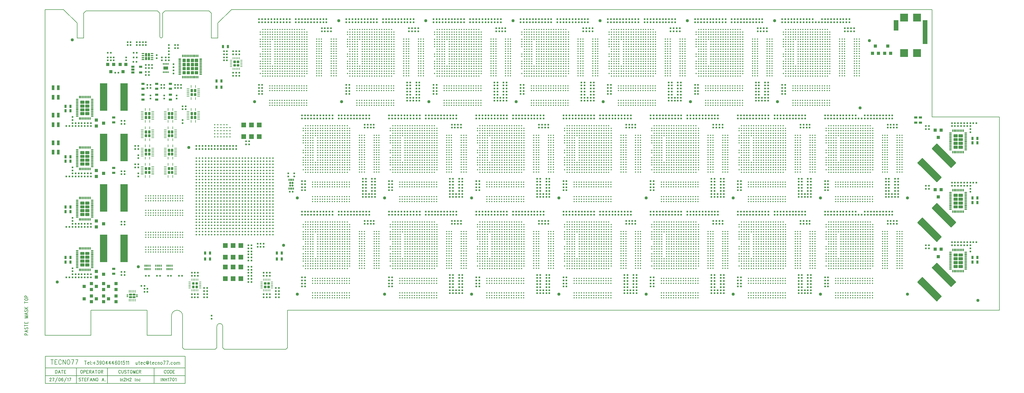
<source format=gbr>
%FSLAX35Y35*%
%MOIN*%
%SFA1.000B1.000*%

G04 Copyright (c) 2015-2018 in2H2 inc.
G04 System developed for in2H2 inc. by Intermotion Technology, Inc.
G04 
G04 Full system RTL, C sources and board design files available at https://github.com/nearist
G04 
G04 in2H2 inc. Team Members:
G04 - Chris McCormick - Algorithm Research and Design
G04 - Matt McCormick - Board Production, System Q/A
G04 
G04 Intermotion Technology Inc. Team Members:
G04 - Mick Fandrich - Project Lead
G04 - Dr. Ludovico Minati - Board Architecture and Design, FPGA Technology Advisor
G04 - Vardan Movsisyan - RTL Team Lead
G04 - Khachatur Gyozalyan - RTL Design
G04 - Tigran Papazyan - RTL Design
G04 - Taron Harutyunyan - RTL Design
G04 - Hayk Ghaltaghchyan - System Software
G04 
G04 Tecno77 S.r.l. Team Members:
G04 - Stefano Aldrigo, Board Layout Design
G04 
G04 We dedicate this project to the memory of Bruce McCormick, an AI pioneer
G04 and advocate, a good friend and father.
G04 
G04 These materials are provided free of charge: you can redistribute them and/or modify  
G04 them under the terms of the GNU General Public License as published by  
G04 the Free Software Foundation, version 3.
G04 
G04 These materials are distributed in the hope that they will be useful, but 
G04 WITHOUT ANY WARRANTY; without even the implied warranty of 
G04 MERCHANTABILITY or FITNESS FOR A PARTICULAR PURPOSE. See the GNU 
G04 General Public License for more details.
G04 In particular, this design should be treated as UNVERIFIED and UNCERTIFIED
G04 
G04 You should have received a copy of the GNU General Public License 
G04 along with this design. If not, see <http://www.gnu.org/licenses/>.

%FSLAX35Y35*%
%MOIN*%
%SFA1.000B1.000*%

%MIA0B0*%
%IPPOS*%
%ADD11C,0.00800*%
%ADD13C,0.00500*%
%ADD15R,0.01969X0.01969*%
%ADD16C,0.01575*%
%ADD17C,0.01496*%
%ADD19R,0.03000X0.04000*%
%ADD25R,0.02000X0.02000*%
%ADD26C,0.01000*%
%ADD27R,0.09370X0.35433*%
%ADD28R,0.04331X0.03937*%
%ADD29R,0.03937X0.04331*%
%ADD30R,0.04000X0.03000*%
%ADD31R,0.01102X0.03346*%
%ADD32R,0.03346X0.01102*%
%ADD34R,0.01260X0.02480*%
%ADD35R,0.06142X0.04173*%
%ADD36R,0.01181X0.02756*%
%ADD38O,0.03937X0.01181*%
%ADD39O,0.01181X0.03937*%
%ADD41R,0.04134X0.02756*%
%ADD44O,0.03346X0.01181*%
%ADD45O,0.01181X0.03346*%
%ADD47R,0.00906X0.03150*%
%ADD48R,0.03150X0.00906*%
%ADD50R,0.03543X0.05906*%
%ADD51R,0.09843X0.09843*%
%ADD52R,0.06299X0.31102*%
%ADD53R,0.06299X0.13386*%
%ADD56C,0.01969*%
%ADD58R,0.01772X0.02756*%
%ADD59R,0.00906X0.03346*%
%ADD61R,0.06299X0.06299*%
%ADD62C,0.04000*%
%ADD77C,0.00700*%
%LNpastemasktop.gb*%
%LPD*%
G54D15*X391339Y521260D03*Y525197D03*X379528Y521260D03*Y525197D03*X387402Y521260D03*Y525197D03*X430709Y521260D03*Y525197D03*X458268Y521260D03*Y525197D03*X426772Y521260D03*Y525197D03*X375591Y521260D03*Y525197D03*X462205Y521260D03*Y525197D03*X399213Y521260D03*Y525197D03*X454331Y521260D03*Y525197D03*X407087Y521260D03*Y525197D03*X438583Y521260D03*Y525197D03*X446457Y521260D03*Y525197D03*X395276Y521260D03*Y525197D03*X403150Y521260D03*Y525197D03*X411024Y521260D03*Y525197D03*X442520Y521260D03*Y525197D03*X450394Y521260D03*Y525197D03*X460236Y509449D03*Y513386D03*X464173Y509449D03*Y513386D03*X379528Y432677D03*X375591D03*X379528Y436614D03*X375591D03*X456299Y509449D03*Y513386D03*X379528Y440551D03*X375591D03*X379528Y428740D03*X375591D03*X468110Y509449D03*Y513386D03*X434646Y521260D03*Y525197D03*X383465Y521260D03*Y525197D03*X422835Y521260D03*Y525197D03*X414961D03*Y521260D03*X446457Y397244D03*Y401181D03*X434646Y397244D03*Y401181D03*X442520Y397244D03*Y401181D03*X485827Y397244D03*Y401181D03*X513386Y397244D03*Y401181D03*X481890Y397244D03*Y401181D03*X430709Y397244D03*Y401181D03*X517323Y397244D03*Y401181D03*X454331Y397244D03*Y401181D03*X509449Y397244D03*Y401181D03*X462205Y397244D03*Y401181D03*X493701Y397244D03*Y401181D03*X501575Y397244D03*Y401181D03*X450394Y397244D03*Y401181D03*X458268Y397244D03*Y401181D03*X466142Y397244D03*Y401181D03*X497638Y397244D03*Y401181D03*X505512Y397244D03*Y401181D03*X515354Y385433D03*Y389370D03*X519291Y385433D03*Y389370D03*X434646Y308661D03*X430709D03*X434646Y312598D03*X430709D03*X511417Y385433D03*Y389370D03*X434646Y316535D03*X430709D03*X434646Y304724D03*X430709D03*X523228Y385433D03*Y389370D03*X489764Y397244D03*Y401181D03*X438583Y397244D03*Y401181D03*X477953Y397244D03*Y401181D03*X470079D03*Y397244D03*X446457Y273228D03*Y277165D03*X434646Y273228D03*Y277165D03*X442520Y273228D03*Y277165D03*X485827Y273228D03*Y277165D03*X513386Y273228D03*Y277165D03*X481890Y273228D03*Y277165D03*X430709Y273228D03*Y277165D03*X517323Y273228D03*Y277165D03*X454331Y273228D03*Y277165D03*X509449Y273228D03*Y277165D03*X462205Y273228D03*Y277165D03*X493701Y273228D03*Y277165D03*X501575Y273228D03*Y277165D03*X450394Y273228D03*Y277165D03*X458268Y273228D03*Y277165D03*X466142Y273228D03*Y277165D03*X497638Y273228D03*Y277165D03*X505512Y273228D03*Y277165D03*X515354Y261417D03*Y265354D03*X519291Y261417D03*Y265354D03*X434646Y184646D03*X430709D03*X434646Y188583D03*X430709D03*X511417Y261417D03*Y265354D03*X434646Y192520D03*X430709D03*X434646Y180709D03*X430709D03*X523228Y261417D03*Y265354D03*X489764Y273228D03*Y277165D03*X438583Y273228D03*Y277165D03*X477953Y273228D03*Y277165D03*X470079D03*Y273228D03*X503543Y521260D03*Y525197D03*X491732Y521260D03*Y525197D03*X499606Y521260D03*Y525197D03*X542913Y521260D03*Y525197D03*X570472Y521260D03*Y525197D03*X538976Y521260D03*Y525197D03*X487795Y521260D03*Y525197D03*X574409Y521260D03*Y525197D03*X511417Y521260D03*Y525197D03*X566535Y521260D03*Y525197D03*X519291Y521260D03*Y525197D03*X550787Y521260D03*Y525197D03*X558661Y521260D03*Y525197D03*X507480Y521260D03*Y525197D03*X515354Y521260D03*Y525197D03*X523228Y521260D03*Y525197D03*X554724Y521260D03*Y525197D03*X562598Y521260D03*Y525197D03*X546850Y521260D03*Y525197D03*X495669Y521260D03*Y525197D03*X535039Y521260D03*Y525197D03*X527165D03*Y521260D03*X558661Y397244D03*Y401181D03*X546850Y397244D03*Y401181D03*X554724Y397244D03*Y401181D03*X598031Y397244D03*Y401181D03*X625591Y397244D03*Y401181D03*X542913Y397244D03*Y401181D03*X629528Y397244D03*Y401181D03*X566535Y397244D03*Y401181D03*X621654Y397244D03*Y401181D03*X574409Y397244D03*Y401181D03*X605906Y397244D03*Y401181D03*X613780Y397244D03*Y401181D03*X562598Y397244D03*Y401181D03*X570472Y397244D03*Y401181D03*X578346Y397244D03*Y401181D03*X609843Y397244D03*Y401181D03*X617717Y397244D03*Y401181D03*X601969Y397244D03*Y401181D03*X550787Y397244D03*Y401181D03*X590157Y397244D03*Y401181D03*X582283D03*Y397244D03*X558661Y273228D03*Y277165D03*X546850Y273228D03*Y277165D03*X554724Y273228D03*Y277165D03*X598031Y273228D03*Y277165D03*X625591Y273228D03*Y277165D03*X594094Y273228D03*Y277165D03*X542913Y273228D03*Y277165D03*X629528Y273228D03*Y277165D03*X566535Y273228D03*Y277165D03*X621654Y273228D03*Y277165D03*X574409Y273228D03*Y277165D03*X605906Y273228D03*Y277165D03*X613780Y273228D03*Y277165D03*X562598Y273228D03*Y277165D03*X570472Y273228D03*Y277165D03*X578346Y273228D03*Y277165D03*X609843Y273228D03*Y277165D03*X617717Y273228D03*Y277165D03*X601969Y273228D03*Y277165D03*X550787Y273228D03*Y277165D03*X590157Y273228D03*Y277165D03*X582283D03*Y273228D03*X615748Y521260D03*Y525197D03*X603937Y521260D03*Y525197D03*X611811Y521260D03*Y525197D03*X655118Y521260D03*Y525197D03*X682677Y521260D03*Y525197D03*X651181Y521260D03*Y525197D03*X600000Y521260D03*Y525197D03*X686614Y521260D03*Y525197D03*X623622Y521260D03*Y525197D03*X678740Y521260D03*Y525197D03*X631496Y521260D03*Y525197D03*X662992Y521260D03*Y525197D03*X670866Y521260D03*Y525197D03*X619685Y521260D03*Y525197D03*X627559Y521260D03*Y525197D03*X635433Y521260D03*Y525197D03*X666929Y521260D03*Y525197D03*X674803Y521260D03*Y525197D03*X659055Y521260D03*Y525197D03*X607874Y521260D03*Y525197D03*X647244Y521260D03*Y525197D03*X639370D03*Y521260D03*X670866Y397244D03*Y401181D03*X659055Y397244D03*Y401181D03*X666929Y397244D03*Y401181D03*X710236Y397244D03*Y401181D03*X737795Y397244D03*Y401181D03*X706299Y397244D03*Y401181D03*X655118Y397244D03*Y401181D03*X741732Y397244D03*Y401181D03*X678740Y397244D03*Y401181D03*X733858Y397244D03*Y401181D03*X686614Y397244D03*Y401181D03*X718110Y397244D03*Y401181D03*X725984Y397244D03*Y401181D03*X674803Y397244D03*Y401181D03*X682677Y397244D03*Y401181D03*X690551Y397244D03*Y401181D03*X722047Y397244D03*Y401181D03*X729921Y397244D03*Y401181D03*X714173Y397244D03*Y401181D03*X662992Y397244D03*Y401181D03*X702362Y397244D03*Y401181D03*X694488D03*Y397244D03*X670866Y273228D03*Y277165D03*X659055Y273228D03*Y277165D03*X666929Y273228D03*Y277165D03*X710236Y273228D03*Y277165D03*X737795Y273228D03*Y277165D03*X655118Y273228D03*Y277165D03*X741732Y273228D03*Y277165D03*X678740Y273228D03*Y277165D03*X733858Y273228D03*Y277165D03*X686614Y273228D03*Y277165D03*X718110Y273228D03*Y277165D03*X725984Y273228D03*Y277165D03*X674803Y273228D03*Y277165D03*X682677Y273228D03*Y277165D03*X690551Y273228D03*Y277165D03*X722047Y273228D03*Y277165D03*X729921Y273228D03*Y277165D03*X714173Y273228D03*Y277165D03*X662992Y273228D03*Y277165D03*X702362Y273228D03*Y277165D03*X694488D03*Y273228D03*X727953Y521260D03*Y525197D03*X716142Y521260D03*Y525197D03*X724016Y521260D03*Y525197D03*X767323Y521260D03*Y525197D03*X794882Y521260D03*Y525197D03*X763386Y521260D03*Y525197D03*X712205Y521260D03*Y525197D03*X798819Y521260D03*Y525197D03*X735827Y521260D03*Y525197D03*X790945Y521260D03*Y525197D03*X743701Y521260D03*Y525197D03*X775197Y521260D03*Y525197D03*X783071Y521260D03*Y525197D03*X731890Y521260D03*Y525197D03*X739764Y521260D03*Y525197D03*X747638Y521260D03*Y525197D03*X779134Y521260D03*Y525197D03*X787008Y521260D03*Y525197D03*X771260Y521260D03*Y525197D03*X720079Y521260D03*Y525197D03*X759449Y521260D03*Y525197D03*X751575D03*Y521260D03*X783071Y397244D03*Y401181D03*X771260Y397244D03*Y401181D03*X779134Y397244D03*Y401181D03*X822441Y397244D03*Y401181D03*X850000Y397244D03*Y401181D03*X818504Y397244D03*Y401181D03*X767323Y397244D03*Y401181D03*X853937Y397244D03*Y401181D03*X790945Y397244D03*Y401181D03*X846063Y397244D03*Y401181D03*X798819Y397244D03*Y401181D03*X830315Y397244D03*Y401181D03*X838189Y397244D03*Y401181D03*X787008Y397244D03*Y401181D03*X794882Y397244D03*Y401181D03*X802756Y397244D03*Y401181D03*X834252Y397244D03*Y401181D03*X842126Y397244D03*Y401181D03*X594094Y397244D03*Y401181D03*X826378Y397244D03*Y401181D03*X775197Y397244D03*Y401181D03*X814567Y397244D03*Y401181D03*X806693D03*Y397244D03*X783071Y273228D03*Y277165D03*X771260Y273228D03*Y277165D03*X779134Y273228D03*Y277165D03*X822441Y273228D03*Y277165D03*X850000Y273228D03*Y277165D03*X818504Y273228D03*Y277165D03*X767323Y273228D03*Y277165D03*X853937Y273228D03*Y277165D03*X790945Y273228D03*Y277165D03*X846063Y273228D03*Y277165D03*X798819Y273228D03*Y277165D03*X830315Y273228D03*Y277165D03*X838189Y273228D03*Y277165D03*X787008Y273228D03*Y277165D03*X794882Y273228D03*Y277165D03*X802756Y273228D03*Y277165D03*X834252Y273228D03*Y277165D03*X842126Y273228D03*Y277165D03*X826378Y273228D03*Y277165D03*X775197Y273228D03*Y277165D03*X814567Y273228D03*Y277165D03*X806693D03*Y273228D03*X840157Y521260D03*Y525197D03*X828346Y521260D03*Y525197D03*X836220Y521260D03*Y525197D03*X879528Y521260D03*Y525197D03*X907087Y521260D03*Y525197D03*X875591Y521260D03*Y525197D03*X824409Y521260D03*Y525197D03*X911024Y521260D03*Y525197D03*X848031Y521260D03*Y525197D03*X903150Y521260D03*Y525197D03*X855906Y521260D03*Y525197D03*X887402Y521260D03*Y525197D03*X895276Y521260D03*Y525197D03*X844094Y521260D03*Y525197D03*X851969Y521260D03*Y525197D03*X859843Y521260D03*Y525197D03*X891339Y521260D03*Y525197D03*X899213Y521260D03*Y525197D03*X883465Y521260D03*Y525197D03*X832283Y521260D03*Y525197D03*X871654Y521260D03*Y525197D03*X863780D03*Y521260D03*X895276Y397244D03*Y401181D03*X883465Y397244D03*Y401181D03*X891339Y397244D03*Y401181D03*X934646Y397244D03*Y401181D03*X962205Y397244D03*Y401181D03*X930709Y397244D03*Y401181D03*X879528Y397244D03*Y401181D03*X966142Y397244D03*Y401181D03*X903150Y397244D03*Y401181D03*X958268Y397244D03*Y401181D03*X911024Y397244D03*Y401181D03*X942520Y397244D03*Y401181D03*X950394Y397244D03*Y401181D03*X899213Y397244D03*Y401181D03*X907087Y397244D03*Y401181D03*X914961Y397244D03*Y401181D03*X946457Y397244D03*Y401181D03*X954331Y397244D03*Y401181D03*X938583Y397244D03*Y401181D03*X887402Y397244D03*Y401181D03*X926772Y397244D03*Y401181D03*X918898D03*Y397244D03*X895276Y273228D03*Y277165D03*X883465Y273228D03*Y277165D03*X891339Y273228D03*Y277165D03*X934646Y273228D03*Y277165D03*X962205Y273228D03*Y277165D03*X930709Y273228D03*Y277165D03*X879528Y273228D03*Y277165D03*X966142Y273228D03*Y277165D03*X903150Y273228D03*Y277165D03*X958268Y273228D03*Y277165D03*X911024Y273228D03*Y277165D03*X942520Y273228D03*Y277165D03*X950394Y273228D03*Y277165D03*X899213Y273228D03*Y277165D03*X907087Y273228D03*Y277165D03*X914961Y273228D03*Y277165D03*X946457Y273228D03*Y277165D03*X954331Y273228D03*Y277165D03*X706299Y273228D03*Y277165D03*X938583Y273228D03*Y277165D03*X887402Y273228D03*Y277165D03*X926772Y273228D03*Y277165D03*X918898D03*Y273228D03*X952362Y521260D03*Y525197D03*X940551Y521260D03*Y525197D03*X948425Y521260D03*Y525197D03*X991732Y521260D03*Y525197D03*X1019291Y521260D03*Y525197D03*X987795Y521260D03*Y525197D03*X936614Y521260D03*Y525197D03*X1023228Y521260D03*Y525197D03*X960236Y521260D03*Y525197D03*X1015354Y521260D03*Y525197D03*X968110Y521260D03*Y525197D03*X999606Y521260D03*Y525197D03*X1007480Y521260D03*Y525197D03*X956299Y521260D03*Y525197D03*X964173Y521260D03*Y525197D03*X972047Y521260D03*Y525197D03*X1003543Y521260D03*Y525197D03*X1011417Y521260D03*Y525197D03*X995669Y521260D03*Y525197D03*X944488Y521260D03*Y525197D03*X983858Y521260D03*Y525197D03*X975984D03*Y521260D03*X1007480Y397244D03*Y401181D03*X995669Y397244D03*Y401181D03*X1003543Y397244D03*Y401181D03*X1046850Y397244D03*Y401181D03*X1074409Y397244D03*Y401181D03*X1042913Y397244D03*Y401181D03*X991732Y397244D03*Y401181D03*X1078346Y397244D03*Y401181D03*X1015354Y397244D03*Y401181D03*X1070472Y397244D03*Y401181D03*X1023228Y397244D03*Y401181D03*X1054724Y397244D03*Y401181D03*X1062598Y397244D03*Y401181D03*X1011417Y397244D03*Y401181D03*X1019291Y397244D03*Y401181D03*X1027165Y397244D03*Y401181D03*X1058661Y397244D03*Y401181D03*X1066535Y397244D03*Y401181D03*X1050787Y397244D03*Y401181D03*X999606Y397244D03*Y401181D03*X1038976Y397244D03*Y401181D03*X1031102D03*Y397244D03*X1007480Y273228D03*Y277165D03*X995669Y273228D03*Y277165D03*X1003543Y273228D03*Y277165D03*X1046850Y273228D03*Y277165D03*X1074409Y273228D03*Y277165D03*X1042913Y273228D03*Y277165D03*X991732Y273228D03*Y277165D03*X1078346Y273228D03*Y277165D03*X1015354Y273228D03*Y277165D03*X1070472Y273228D03*Y277165D03*X1023228Y273228D03*Y277165D03*X1054724Y273228D03*Y277165D03*X1062598Y273228D03*Y277165D03*X1011417Y273228D03*Y277165D03*X1019291Y273228D03*Y277165D03*X1027165Y273228D03*Y277165D03*X1058661Y273228D03*Y277165D03*X1066535Y273228D03*Y277165D03*X1050787Y273228D03*Y277165D03*X999606Y273228D03*Y277165D03*X1038976Y273228D03*Y277165D03*X1031102D03*Y273228D03*X1064567Y521260D03*Y525197D03*X1052756Y521260D03*Y525197D03*X1060630Y521260D03*Y525197D03*X1103937Y521260D03*Y525197D03*X1131496Y521260D03*Y525197D03*X1048819Y521260D03*Y525197D03*X1135433Y521260D03*Y525197D03*X1072441Y521260D03*Y525197D03*X1127559Y521260D03*Y525197D03*X1080315Y521260D03*Y525197D03*X1111811Y521260D03*Y525197D03*X1119685Y521260D03*Y525197D03*X1068504Y521260D03*Y525197D03*X1076378Y521260D03*Y525197D03*X1084252Y521260D03*Y525197D03*X1115748Y521260D03*Y525197D03*X1123622Y521260D03*Y525197D03*X1133465Y509449D03*Y513386D03*X1137402Y509449D03*Y513386D03*X1052756Y432677D03*X1048819D03*X1052756Y436614D03*X1048819D03*X1129528Y509449D03*Y513386D03*X1052756Y440551D03*X1048819D03*X1052756Y428740D03*X1048819D03*X1141339Y509449D03*Y513386D03*X1107874Y521260D03*Y525197D03*X1056693Y521260D03*Y525197D03*X1088189D03*Y521260D03*X1119685Y397244D03*Y401181D03*X1107874Y397244D03*Y401181D03*X1115748Y397244D03*Y401181D03*X1159055Y397244D03*Y401181D03*X1186614Y397244D03*Y401181D03*X1103937Y397244D03*Y401181D03*X1190551Y397244D03*Y401181D03*X1127559Y397244D03*Y401181D03*X1182677Y397244D03*Y401181D03*X1135433Y397244D03*Y401181D03*X1166929Y397244D03*Y401181D03*X1174803Y397244D03*Y401181D03*X1123622Y397244D03*Y401181D03*X1131496Y397244D03*Y401181D03*X1139370Y397244D03*Y401181D03*X1170866Y397244D03*Y401181D03*X1178740Y397244D03*Y401181D03*X1188583Y385433D03*Y389370D03*X1192520Y385433D03*Y389370D03*X1107874Y308661D03*X1103937D03*X1107874Y312598D03*X1103937D03*X1184646Y385433D03*Y389370D03*X1107874Y316535D03*X1103937D03*X1107874Y304724D03*X1103937D03*X1196457Y385433D03*Y389370D03*X1162992Y397244D03*Y401181D03*X1111811Y397244D03*Y401181D03*X1143307D03*Y397244D03*X1119685Y273228D03*Y277165D03*X1107874Y273228D03*Y277165D03*X1115748Y273228D03*Y277165D03*X1159055Y273228D03*Y277165D03*X1186614Y273228D03*Y277165D03*X1103937Y273228D03*Y277165D03*X1190551Y273228D03*Y277165D03*X1127559Y273228D03*Y277165D03*X1182677Y273228D03*Y277165D03*X1135433Y273228D03*Y277165D03*X1166929Y273228D03*Y277165D03*X1174803Y273228D03*Y277165D03*X1123622Y273228D03*Y277165D03*X1131496Y273228D03*Y277165D03*X1139370Y273228D03*Y277165D03*X1170866Y273228D03*Y277165D03*X1178740Y273228D03*Y277165D03*X1188583Y261417D03*Y265354D03*X1192520Y261417D03*Y265354D03*X1107874Y184646D03*X1103937D03*X1107874Y188583D03*X1103937D03*X1184646Y261417D03*Y265354D03*X1107874Y192520D03*X1103937D03*X1107874Y180709D03*X1103937D03*X1196457Y261417D03*Y265354D03*X1162992Y273228D03*Y277165D03*X1111811Y273228D03*Y277165D03*X1143307D03*Y273228D03*X1290945Y302756D03*Y306693D03*X1287008Y314567D03*Y310630D03*X1283071D03*X1279134D03*X135433Y334252D03*Y330315D03*X139370Y322441D03*Y326378D03*X143307D03*X147244D03*X135433Y204331D03*Y200394D03*X143307Y196457D03*X147244D03*X139370Y192520D03*Y196457D03*X1290945Y225984D03*Y229921D03*X1287008Y237795D03*Y233858D03*X1283071D03*X1279134D03*X250591Y472047D03*Y475984D03*X418898Y302756D03*X414961D03*X265354Y463189D03*Y467126D03*Y459252D03*Y455315D03*X294882Y357874D03*Y361811D03*X298819Y357874D03*Y361811D03*X302756Y357874D03*Y361811D03*X306693Y357874D03*Y361811D03*X310630Y357874D03*Y361811D03*X314567Y357874D03*Y361811D03*X318504Y357874D03*Y361811D03*X322441Y357874D03*Y361811D03*X217618Y470079D03*X213681D03*X218110Y475984D03*X214173D03*X218110Y481890D03*X214173D03*X361811Y202362D03*X365748D03*X361811Y198425D03*X365748D03*X361811Y194488D03*X365748D03*X326378Y357874D03*Y361811D03*X330315Y357874D03*Y361811D03*X334252Y357874D03*Y361811D03*X338189Y357874D03*Y361811D03*X342126Y357874D03*Y361811D03*X361811Y186614D03*X365748D03*X377559Y235827D03*Y231890D03*X361811Y190551D03*X365748D03*X381496Y235827D03*Y231890D03*X361811Y229921D03*X365748D03*X361811Y222047D03*X365748D03*X373622Y235827D03*Y231890D03*X361811Y225984D03*X365748D03*X361811Y218110D03*X365748D03*X361811Y214173D03*X365748D03*X292913Y198425D03*Y194488D03*X385433Y198425D03*Y194488D03*X288976Y170866D03*Y166929D03*X381496Y170866D03*Y166929D03*X304724D03*X308661D03*X304724Y170866D03*X308661D03*X304724Y174803D03*X308661D03*X304724Y178740D03*X308661D03*X397244Y166929D03*X401181D03*X397244Y170866D03*X401181D03*X397244Y174803D03*X401181D03*X397244Y178740D03*X401181D03*X346063Y452362D03*Y456299D03*X350000Y479921D03*Y483858D03*X334252D03*X330315D03*X334252Y479921D03*X330315D03*X334252Y475984D03*X330315D03*X334252Y472047D03*X330315D03*X362795Y367717D03*Y363780D03*X358858Y367717D03*Y363780D03*X346063Y361811D03*Y357874D03*X135433Y399213D03*Y395276D03*X180709Y472047D03*X184646D03*X139370Y387402D03*Y391339D03*X143307D03*X147244D03*X1290945Y379528D03*Y383465D03*X1283071Y387402D03*X1279134D03*X1287008Y391339D03*Y387402D03*X135433Y269291D03*Y265354D03*X143307Y261417D03*X147244D03*X139370Y257480D03*Y261417D03*X198425Y394291D03*X202362D03*X198425Y390354D03*X202362D03*X127559Y387402D03*X131496D03*X135433D03*Y391339D03*X147244Y387402D03*X143307D03*X151181D03*Y391339D03*X155118Y387402D03*Y391339D03*X159055D03*Y387402D03*X1237795Y383465D03*X1233858D03*X1237795Y387402D03*X1233858D03*X1298819Y391339D03*X1294882D03*X1290945D03*Y387402D03*X1279134Y391339D03*X1283071D03*X1275197D03*Y387402D03*X1271260Y391339D03*Y387402D03*X1267323D03*Y391339D03*X198425Y264370D03*X202362D03*X198425Y260433D03*X202362D03*X127559Y257480D03*X131496D03*X135433D03*Y261417D03*X147244Y257480D03*X143307D03*X151181D03*Y261417D03*X155118Y257480D03*Y261417D03*X159055D03*Y257480D03*X1237795Y306693D03*X1233858D03*X1237795Y310630D03*X1233858D03*X1298819Y314567D03*X1294882D03*X1290945D03*Y310630D03*X1279134Y314567D03*X1283071D03*X1275197D03*Y310630D03*X1271260Y314567D03*Y310630D03*X1267323D03*Y314567D03*X198425Y329331D03*X202362D03*X198425Y325394D03*X202362D03*X127559Y322441D03*X131496D03*X135433D03*Y326378D03*X151181Y322441D03*Y326378D03*X147244Y322441D03*X143307D03*X155118D03*Y326378D03*X159055D03*Y322441D03*X198425Y199409D03*X202362D03*X198425Y195472D03*X202362D03*X135433Y192520D03*Y196457D03*X127559Y192520D03*X131496D03*X147244D03*X143307D03*X151181D03*Y196457D03*X155118Y192520D03*Y196457D03*X159055D03*Y192520D03*X1237795Y233858D03*X1233858D03*X1237795Y229921D03*X1233858D03*X1298819Y237795D03*X1294882D03*X1290945D03*Y233858D03*X1279134Y237795D03*X1283071D03*X1275197D03*Y233858D03*X1271260Y237795D03*Y233858D03*X1267323D03*Y237795D03*X296850Y194488D03*Y198425D03*X292913Y170866D03*X296850D03*X389370Y194488D03*Y198425D03*X385433Y170866D03*X389370D03*X292913Y166929D03*X296850D03*X385433D03*X389370D03*X288976Y194488D03*Y198425D03*X381496Y194488D03*Y198425D03*X342126Y456299D03*Y452362D03*X346063Y479921D03*X342126D03*X346063Y483858D03*X342126D03*X350000Y456299D03*Y452362D03*X229921Y495669D03*Y491732D03*X225984Y495669D03*Y491732D03*X218110Y495669D03*Y491732D03*X210236Y495669D03*Y491732D03*X222047D03*Y495669D03*X206299Y491732D03*Y495669D03*X269291Y426772D03*Y422835D03*X184646Y481890D03*X180709D03*X188583Y475984D03*Y472047D03*X180709Y475984D03*X184646D03*X194488Y456299D03*X190551D03*X204331Y472047D03*Y475984D03*X420866Y322441D03*Y326378D03*X412992Y322441D03*Y326378D03*X255512Y472047D03*Y475984D03*X259449Y472047D03*Y475984D03*X271260Y487795D03*Y491732D03*X231890Y440551D03*Y436614D03*X249606Y440551D03*Y436614D03*X267323Y440551D03*Y436614D03*X235827Y426772D03*Y422835D03*X253543Y426772D03*Y422835D03*X235827Y440551D03*Y436614D03*X253543Y440551D03*Y436614D03*X271260Y440551D03*Y436614D03*X237795Y466142D03*Y462205D03*X233858Y466142D03*Y462205D03*X229921Y466142D03*Y462205D03*X243701Y478937D03*Y475000D03*X1100000Y521260D03*Y525197D03*X1155118Y397244D03*Y401181D03*Y273228D03*Y277165D03*X1096063Y521260D03*X1092126D03*X1151181Y397244D03*X1147244D03*X1151181Y273228D03*X1147244D03*X509055Y319685D03*X512992D03*X509055Y315748D03*X512992D03*X509055Y311811D03*X512992D03*X509055Y307874D03*X512992D03*X509055Y303937D03*X512992D03*X509055Y296063D03*Y300000D03*X512992Y296063D03*Y300000D03*X516929Y296063D03*Y300000D03*X520866Y296063D03*Y300000D03*X524803Y296063D03*Y300000D03*Y319685D03*X520866D03*X524803Y315748D03*X520866D03*X524803Y311811D03*X520866D03*X524803Y307874D03*X520866D03*X524803Y303937D03*X520866D03*X1182283Y319685D03*X1186220D03*X1182283Y315748D03*X1186220D03*X1182283Y311811D03*X1186220D03*X1182283Y307874D03*X1186220D03*X1182283Y303937D03*X1186220D03*X1182283Y296063D03*Y300000D03*X1186220Y296063D03*Y300000D03*X1190157Y296063D03*Y300000D03*X1194094Y296063D03*Y300000D03*X1198031Y296063D03*Y300000D03*Y319685D03*X1194094D03*X1198031Y315748D03*X1194094D03*X1198031Y311811D03*X1194094D03*X1198031Y307874D03*X1194094D03*X1198031Y303937D03*X1194094D03*X491732Y432677D03*X487795D03*X491732Y436614D03*X487795D03*X491732Y440551D03*X487795D03*X491732Y428740D03*X487795D03*X572441Y509449D03*Y513386D03*X576378Y509449D03*Y513386D03*X568504Y509449D03*Y513386D03*X580315Y509449D03*Y513386D03*X566142Y443701D03*X570079D03*X566142Y439764D03*X570079D03*X566142Y435827D03*X570079D03*X566142Y431890D03*X570079D03*X566142Y427953D03*X570079D03*X566142Y420079D03*Y424016D03*X570079Y420079D03*Y424016D03*X574016Y420079D03*Y424016D03*X577953Y420079D03*Y424016D03*X581890Y420079D03*Y424016D03*Y443701D03*X577953D03*X581890Y439764D03*X577953D03*X581890Y435827D03*X577953D03*X581890Y431890D03*X577953D03*X581890Y427953D03*X577953D03*X603937Y432677D03*X600000D03*X603937Y436614D03*X600000D03*X603937Y440551D03*X600000D03*X603937Y428740D03*X600000D03*X678346Y443701D03*X682283D03*X678346Y439764D03*X682283D03*X678346Y435827D03*X682283D03*X678346Y431890D03*X682283D03*X678346Y427953D03*X682283D03*X678346Y420079D03*Y424016D03*X682283Y420079D03*Y424016D03*X686220Y420079D03*Y424016D03*X690157Y420079D03*Y424016D03*X694094Y420079D03*Y424016D03*Y443701D03*X690157D03*X694094Y439764D03*X690157D03*X694094Y435827D03*X690157D03*X694094Y431890D03*X690157D03*X694094Y427953D03*X690157D03*X684646Y509449D03*Y513386D03*X688583Y509449D03*Y513386D03*X680709Y509449D03*Y513386D03*X692520Y509449D03*Y513386D03*X716142Y432677D03*X712205D03*X716142Y436614D03*X712205D03*X716142Y440551D03*X712205D03*X716142Y428740D03*X712205D03*X828346Y432677D03*X824409D03*X828346Y436614D03*X824409D03*X828346Y440551D03*X824409D03*X828346Y428740D03*X824409D03*X790551Y443701D03*X794488D03*X790551Y439764D03*X794488D03*X790551Y435827D03*X794488D03*X790551Y431890D03*X794488D03*X806299Y443701D03*X802362D03*X806299Y439764D03*X802362D03*X806299Y435827D03*X802362D03*X806299Y431890D03*X802362D03*X902756Y443701D03*X906693D03*X902756Y439764D03*X906693D03*X902756Y435827D03*X906693D03*X902756Y431890D03*X906693D03*X918504Y443701D03*X914567D03*X918504Y439764D03*X914567D03*X918504Y435827D03*X914567D03*X918504Y431890D03*X914567D03*X790551Y427953D03*X794488D03*X790551Y420079D03*Y424016D03*X794488Y420079D03*Y424016D03*X798425Y420079D03*Y424016D03*X802362Y420079D03*Y424016D03*X806299Y420079D03*Y424016D03*Y427953D03*X802362D03*X902756D03*X906693D03*X902756Y420079D03*Y424016D03*X906693Y420079D03*Y424016D03*X910630Y420079D03*Y424016D03*X914567Y420079D03*Y424016D03*X918504Y420079D03*Y424016D03*Y427953D03*X914567D03*X796850Y509449D03*Y513386D03*X800787Y509449D03*Y513386D03*X792913Y509449D03*Y513386D03*X804724Y509449D03*Y513386D03*X909055Y509449D03*Y513386D03*X912992Y509449D03*Y513386D03*X905118Y509449D03*Y513386D03*X916929Y509449D03*Y513386D03*X1021260Y509449D03*Y513386D03*X1025197Y509449D03*Y513386D03*X1017323Y509449D03*Y513386D03*X1029134Y509449D03*Y513386D03*X1014961Y443701D03*X1018898D03*X1014961Y439764D03*X1018898D03*X1014961Y435827D03*X1018898D03*X1014961Y431890D03*X1018898D03*X1014961Y427953D03*X1018898D03*X1014961Y420079D03*Y424016D03*X1018898Y420079D03*Y424016D03*X1022835Y420079D03*Y424016D03*X1026772Y420079D03*Y424016D03*X1030709Y420079D03*Y424016D03*Y443701D03*X1026772D03*X1030709Y439764D03*X1026772D03*X1030709Y435827D03*X1026772D03*X1030709Y431890D03*X1026772D03*X1030709Y427953D03*X1026772D03*X940551Y432677D03*X936614D03*X940551Y436614D03*X936614D03*X940551Y440551D03*X936614D03*X940551Y428740D03*X936614D03*X546850Y308661D03*X542913D03*X546850Y312598D03*X542913D03*X546850Y316535D03*X542913D03*X546850Y304724D03*X542913D03*X659055Y308661D03*X655118D03*X659055Y312598D03*X655118D03*X659055Y316535D03*X655118D03*X659055Y304724D03*X655118D03*X771260Y308661D03*X767323D03*X771260Y312598D03*X767323D03*X771260Y316535D03*X767323D03*X771260Y304724D03*X767323D03*X883465Y308661D03*X879528D03*X883465Y312598D03*X879528D03*X883465Y316535D03*X879528D03*X883465Y304724D03*X879528D03*X995669Y308661D03*X991732D03*X995669Y312598D03*X991732D03*X995669Y316535D03*X991732D03*X995669Y304724D03*X991732D03*X621260Y319685D03*X625197D03*X621260Y315748D03*X625197D03*X621260Y311811D03*X625197D03*X621260Y307874D03*X625197D03*X621260Y303937D03*X625197D03*X621260Y296063D03*Y300000D03*X625197Y296063D03*Y300000D03*X629134Y296063D03*Y300000D03*X633071Y296063D03*Y300000D03*X637008Y296063D03*Y300000D03*Y319685D03*X633071D03*X637008Y315748D03*X633071D03*X637008Y311811D03*X633071D03*X637008Y307874D03*X633071D03*X637008Y303937D03*X633071D03*X733465Y319685D03*X737402D03*X733465Y315748D03*X737402D03*X733465Y311811D03*X737402D03*X733465Y307874D03*X737402D03*X733465Y303937D03*X737402D03*X733465Y296063D03*Y300000D03*X737402Y296063D03*Y300000D03*X741339Y296063D03*Y300000D03*X745276Y296063D03*Y300000D03*X749213Y296063D03*Y300000D03*Y319685D03*X745276D03*X749213Y315748D03*X745276D03*X749213Y311811D03*X745276D03*X749213Y307874D03*X745276D03*X749213Y303937D03*X745276D03*X957874Y319685D03*X961811D03*X957874Y315748D03*X961811D03*X957874Y311811D03*X961811D03*X957874Y307874D03*X961811D03*X957874Y303937D03*X961811D03*X957874Y296063D03*Y300000D03*X961811Y296063D03*Y300000D03*X965748Y296063D03*Y300000D03*X969685Y296063D03*Y300000D03*X973622Y296063D03*Y300000D03*Y319685D03*X969685D03*X973622Y315748D03*X969685D03*X973622Y311811D03*X969685D03*X973622Y307874D03*X969685D03*X973622Y303937D03*X969685D03*X1070079Y319685D03*X1074016D03*X1070079Y315748D03*X1074016D03*X1070079Y311811D03*X1074016D03*X1070079Y307874D03*X1074016D03*X1070079Y303937D03*X1074016D03*X1070079Y296063D03*Y300000D03*X1074016Y296063D03*Y300000D03*X1077953Y296063D03*Y300000D03*X1081890Y296063D03*Y300000D03*X1085827Y296063D03*Y300000D03*Y319685D03*X1081890D03*X1085827Y315748D03*X1081890D03*X1085827Y311811D03*X1081890D03*X1085827Y307874D03*X1081890D03*X1085827Y303937D03*X1081890D03*X1076378Y385433D03*Y389370D03*X1080315Y385433D03*Y389370D03*X1072441Y385433D03*Y389370D03*X1084252Y385433D03*Y389370D03*X964173Y385433D03*Y389370D03*X968110Y385433D03*Y389370D03*X960236Y385433D03*Y389370D03*X972047Y385433D03*Y389370D03*X851969Y385433D03*Y389370D03*X855906Y385433D03*Y389370D03*X848031Y385433D03*Y389370D03*X859843Y385433D03*Y389370D03*X739764Y385433D03*Y389370D03*X743701Y385433D03*Y389370D03*X735827Y385433D03*Y389370D03*X747638Y385433D03*Y389370D03*X627559Y385433D03*Y389370D03*X631496Y385433D03*Y389370D03*X623622Y385433D03*Y389370D03*X635433Y385433D03*Y389370D03*X546850Y184646D03*X542913D03*X546850Y188583D03*X542913D03*X546850Y192520D03*X542913D03*X546850Y180709D03*X542913D03*X659055Y184646D03*X655118D03*X659055Y188583D03*X655118D03*X659055Y192520D03*X655118D03*X659055Y180709D03*X655118D03*X771260Y184646D03*X767323D03*X771260Y188583D03*X767323D03*X771260Y192520D03*X767323D03*X771260Y180709D03*X767323D03*X883465Y184646D03*X879528D03*X883465Y188583D03*X879528D03*X883465Y192520D03*X879528D03*X883465Y180709D03*X879528D03*X995669Y184646D03*X991732D03*X995669Y188583D03*X991732D03*X995669Y192520D03*X991732D03*X995669Y180709D03*X991732D03*X621260Y179921D03*X625197D03*X621260Y183858D03*X625197D03*X621260Y187795D03*X625197D03*X621260Y191732D03*X625197D03*X621260Y195669D03*X625197D03*X621260Y172047D03*Y175984D03*X625197Y172047D03*Y175984D03*X629134Y172047D03*Y175984D03*X633071Y172047D03*Y175984D03*X637008Y172047D03*Y175984D03*Y179921D03*X633071D03*X637008Y183858D03*X633071D03*X637008Y187795D03*X633071D03*X637008Y191732D03*X633071D03*X637008Y195669D03*X633071D03*X733465D03*X737402D03*X733465Y191732D03*X737402D03*X733465Y187795D03*X737402D03*X733465Y183858D03*X737402D03*X733465Y179921D03*X737402D03*X733465Y172047D03*Y175984D03*X737402Y172047D03*Y175984D03*X741339Y172047D03*Y175984D03*X745276Y172047D03*Y175984D03*X749213Y172047D03*Y175984D03*Y195669D03*X745276D03*X749213Y191732D03*X745276D03*X749213Y187795D03*X745276D03*X749213Y183858D03*X745276D03*X749213Y179921D03*X745276D03*X845669Y195669D03*X849606D03*X845669Y191732D03*X849606D03*X845669Y187795D03*X849606D03*X845669Y183858D03*X849606D03*X845669Y179921D03*X849606D03*X845669Y172047D03*Y175984D03*X849606Y172047D03*Y175984D03*X853543Y172047D03*Y175984D03*X857480Y172047D03*Y175984D03*X861417Y172047D03*Y175984D03*Y195669D03*X857480D03*X861417Y191732D03*X857480D03*X861417Y187795D03*X857480D03*X861417Y183858D03*X857480D03*X861417Y179921D03*X857480D03*X957874Y195669D03*X961811D03*X957874Y191732D03*X961811D03*X957874Y187795D03*X961811D03*X957874Y183858D03*X961811D03*X957874Y179921D03*X961811D03*X957874Y172047D03*Y175984D03*X961811Y172047D03*Y175984D03*X965748Y172047D03*Y175984D03*X969685Y172047D03*Y175984D03*X973622Y172047D03*Y175984D03*Y195669D03*X969685D03*X973622Y191732D03*X969685D03*X973622Y187795D03*X969685D03*X973622Y183858D03*X969685D03*X973622Y179921D03*X969685D03*X1070079Y195669D03*X1074016D03*X1070079Y191732D03*X1074016D03*X1070079Y187795D03*X1074016D03*X1070079Y183858D03*X1074016D03*X1070079Y179921D03*X1074016D03*X1070079Y172047D03*Y175984D03*X1074016Y172047D03*Y175984D03*X1077953Y172047D03*Y175984D03*X1081890Y172047D03*Y175984D03*X1085827Y172047D03*Y175984D03*Y195669D03*X1081890D03*X1085827Y191732D03*X1081890D03*X1085827Y187795D03*X1081890D03*X1085827Y183858D03*X1081890D03*X1085827Y179921D03*X1081890D03*X1076378Y261417D03*Y265354D03*X1080315Y261417D03*Y265354D03*X1072441Y261417D03*Y265354D03*X1084252Y261417D03*Y265354D03*X964173Y261417D03*Y265354D03*X968110Y261417D03*Y265354D03*X960236Y261417D03*Y265354D03*X972047Y261417D03*Y265354D03*X851969Y261417D03*Y265354D03*X855906Y261417D03*Y265354D03*X848031Y261417D03*Y265354D03*X859843Y261417D03*Y265354D03*X739764Y261417D03*Y265354D03*X743701Y261417D03*Y265354D03*X735827Y261417D03*Y265354D03*X747638Y261417D03*Y265354D03*X627559Y261417D03*Y265354D03*X631496Y261417D03*Y265354D03*X623622Y261417D03*Y265354D03*X635433Y261417D03*Y265354D03*X259449Y483858D03*Y479921D03*Y491732D03*Y487795D03*X277165Y391339D03*Y395276D03*X275197Y440551D03*Y436614D03*X277165Y412992D03*Y409055D03*X281102Y412992D03*Y409055D03*X220079Y346063D03*Y350000D03*X216142Y361811D03*Y357874D03*X220079Y361811D03*Y357874D03*Y322441D03*Y326378D03*X216142Y338189D03*Y334252D03*X220079Y338189D03*Y334252D03*X267323Y487795D03*Y491732D03*X229921Y194488D03*X233858D03*X244094D03*X248031D03*X258268D03*X262205D03*X272441D03*X276378D03*X227953Y177756D03*Y173819D03*X233858Y453150D03*Y457087D03*X229921Y453150D03*Y457087D03*X227953Y181693D03*X224016D03*X231890Y173819D03*Y177756D03*X314567Y143307D03*Y139370D03*G54D16*X437008Y508661D03*Y505512D03*Y502362D03*Y499213D03*Y496063D03*Y492913D03*Y489764D03*Y486614D03*Y483465D03*Y480315D03*Y477165D03*Y474016D03*Y470866D03*Y467717D03*Y464567D03*Y461417D03*Y458268D03*Y455118D03*X433858Y511811D03*Y508661D03*Y505512D03*Y502362D03*Y499213D03*Y496063D03*Y492913D03*Y489764D03*Y486614D03*Y483465D03*Y480315D03*Y477165D03*Y474016D03*Y470866D03*Y467717D03*Y464567D03*Y461417D03*Y458268D03*Y455118D03*Y451969D03*X430709Y511811D03*Y508661D03*Y505512D03*Y502362D03*Y499213D03*Y496063D03*Y492913D03*Y489764D03*Y486614D03*Y483465D03*Y480315D03*Y477165D03*Y474016D03*Y470866D03*Y467717D03*Y464567D03*Y461417D03*Y458268D03*Y455118D03*Y451969D03*X427559Y511811D03*Y508661D03*Y505512D03*Y502362D03*Y499213D03*Y496063D03*Y492913D03*Y489764D03*Y486614D03*Y483465D03*Y480315D03*Y477165D03*Y474016D03*Y470866D03*Y467717D03*Y464567D03*Y461417D03*Y458268D03*Y455118D03*Y451969D03*X424409Y511811D03*Y508661D03*Y505512D03*Y502362D03*Y499213D03*Y496063D03*Y492913D03*Y489764D03*Y486614D03*Y483465D03*Y480315D03*Y477165D03*Y474016D03*Y470866D03*Y467717D03*Y464567D03*Y461417D03*Y458268D03*Y455118D03*Y451969D03*X421260Y511811D03*Y508661D03*Y505512D03*Y502362D03*Y499213D03*Y496063D03*Y492913D03*Y489764D03*Y486614D03*Y483465D03*Y480315D03*Y477165D03*Y474016D03*Y470866D03*Y467717D03*Y464567D03*Y461417D03*Y458268D03*Y455118D03*Y451969D03*X418110Y511811D03*Y508661D03*Y505512D03*Y502362D03*Y499213D03*Y496063D03*Y492913D03*Y489764D03*Y486614D03*Y483465D03*Y480315D03*Y477165D03*Y474016D03*Y470866D03*Y467717D03*Y464567D03*Y461417D03*Y458268D03*Y455118D03*Y451969D03*X414961Y511811D03*Y508661D03*Y505512D03*Y502362D03*Y499213D03*Y496063D03*Y492913D03*Y489764D03*Y486614D03*Y483465D03*Y480315D03*Y477165D03*Y474016D03*Y470866D03*Y467717D03*Y464567D03*Y461417D03*Y458268D03*Y455118D03*Y451969D03*X411811Y511811D03*Y508661D03*Y505512D03*Y502362D03*Y499213D03*Y496063D03*Y492913D03*Y489764D03*Y486614D03*Y483465D03*Y480315D03*Y477165D03*Y474016D03*Y470866D03*Y467717D03*Y464567D03*Y461417D03*Y458268D03*Y455118D03*Y451969D03*X408661Y511811D03*Y508661D03*Y505512D03*Y502362D03*Y499213D03*Y496063D03*Y492913D03*Y489764D03*Y486614D03*Y483465D03*Y480315D03*Y477165D03*Y474016D03*Y470866D03*Y467717D03*Y464567D03*Y461417D03*Y458268D03*Y455118D03*Y451969D03*X405512Y511811D03*Y508661D03*Y505512D03*Y502362D03*Y499213D03*Y496063D03*Y492913D03*Y489764D03*Y486614D03*Y483465D03*Y480315D03*Y477165D03*Y474016D03*Y470866D03*Y467717D03*Y464567D03*Y461417D03*Y458268D03*Y455118D03*Y451969D03*X402362Y511811D03*Y508661D03*Y505512D03*Y502362D03*Y499213D03*Y496063D03*Y492913D03*Y489764D03*Y486614D03*Y483465D03*Y480315D03*Y477165D03*Y474016D03*Y470866D03*Y467717D03*Y464567D03*Y461417D03*Y458268D03*Y455118D03*Y451969D03*X399213Y511811D03*Y508661D03*Y505512D03*Y502362D03*Y499213D03*Y496063D03*Y492913D03*Y489764D03*Y486614D03*Y483465D03*Y480315D03*Y477165D03*Y474016D03*Y470866D03*Y467717D03*Y464567D03*Y461417D03*Y458268D03*Y455118D03*Y451969D03*X396063Y511811D03*Y508661D03*Y505512D03*Y502362D03*Y499213D03*Y496063D03*Y492913D03*Y489764D03*Y486614D03*Y483465D03*Y480315D03*Y477165D03*Y474016D03*Y470866D03*Y467717D03*Y464567D03*Y461417D03*Y458268D03*Y455118D03*Y451969D03*X392913Y511811D03*Y508661D03*Y505512D03*Y502362D03*Y499213D03*Y464567D03*Y461417D03*Y458268D03*Y455118D03*Y451969D03*X389764Y511811D03*Y508661D03*Y505512D03*Y502362D03*Y499213D03*Y496063D03*Y492913D03*Y489764D03*Y486614D03*Y483465D03*Y480315D03*Y477165D03*Y474016D03*Y470866D03*Y467717D03*Y464567D03*Y461417D03*Y458268D03*Y455118D03*Y451969D03*X386614Y511811D03*Y508661D03*Y505512D03*Y502362D03*Y499213D03*Y496063D03*Y492913D03*Y489764D03*Y486614D03*Y483465D03*Y480315D03*Y477165D03*Y474016D03*Y470866D03*Y467717D03*Y464567D03*Y461417D03*Y458268D03*Y455118D03*Y451969D03*X383465Y511811D03*Y508661D03*Y505512D03*Y502362D03*Y499213D03*Y496063D03*Y492913D03*Y489764D03*Y486614D03*Y483465D03*Y480315D03*Y477165D03*Y474016D03*Y470866D03*Y467717D03*Y464567D03*Y461417D03*Y458268D03*Y455118D03*Y451969D03*X380315Y511811D03*Y508661D03*Y505512D03*Y502362D03*Y499213D03*Y496063D03*Y492913D03*Y489764D03*Y486614D03*Y483465D03*Y480315D03*Y477165D03*Y474016D03*Y470866D03*Y467717D03*Y464567D03*Y461417D03*Y458268D03*Y455118D03*Y451969D03*X377165Y508661D03*Y505512D03*Y499213D03*Y496063D03*Y492913D03*Y489764D03*Y480315D03*Y477165D03*Y470866D03*Y467717D03*Y464567D03*Y461417D03*Y455118D03*X492126Y384646D03*Y381496D03*Y378346D03*Y375197D03*Y372047D03*Y368898D03*Y365748D03*Y362598D03*Y359449D03*Y356299D03*Y353150D03*Y350000D03*Y346850D03*Y343701D03*Y340551D03*Y337402D03*Y334252D03*Y331102D03*X488976Y387795D03*Y384646D03*Y381496D03*Y378346D03*Y375197D03*Y372047D03*Y368898D03*Y365748D03*Y362598D03*Y359449D03*Y356299D03*Y353150D03*Y350000D03*Y346850D03*Y343701D03*Y340551D03*Y337402D03*Y334252D03*Y331102D03*Y327953D03*X485827Y387795D03*Y384646D03*Y381496D03*Y378346D03*Y375197D03*Y372047D03*Y368898D03*Y365748D03*Y362598D03*Y359449D03*Y356299D03*Y353150D03*Y350000D03*Y346850D03*Y343701D03*Y340551D03*Y337402D03*Y334252D03*Y331102D03*Y327953D03*X482677Y387795D03*Y384646D03*Y381496D03*Y378346D03*Y375197D03*Y372047D03*Y368898D03*Y365748D03*Y362598D03*Y359449D03*Y356299D03*Y353150D03*Y350000D03*Y346850D03*Y343701D03*Y340551D03*Y337402D03*Y334252D03*Y331102D03*Y327953D03*X479528Y387795D03*Y384646D03*Y381496D03*Y378346D03*Y375197D03*Y372047D03*Y368898D03*Y365748D03*Y362598D03*Y359449D03*Y356299D03*Y353150D03*Y350000D03*Y346850D03*Y343701D03*Y340551D03*Y337402D03*Y334252D03*Y331102D03*Y327953D03*X476378Y387795D03*Y384646D03*Y381496D03*Y378346D03*Y375197D03*Y372047D03*Y368898D03*Y365748D03*Y362598D03*Y359449D03*Y356299D03*Y353150D03*Y350000D03*Y346850D03*Y343701D03*Y340551D03*Y337402D03*Y334252D03*Y331102D03*Y327953D03*X473228Y387795D03*Y384646D03*Y381496D03*Y378346D03*Y375197D03*Y372047D03*Y368898D03*Y365748D03*Y362598D03*Y359449D03*Y356299D03*Y353150D03*Y350000D03*Y346850D03*Y343701D03*Y340551D03*Y337402D03*Y334252D03*Y331102D03*Y327953D03*X470079Y387795D03*Y384646D03*Y381496D03*Y378346D03*Y375197D03*Y372047D03*Y368898D03*Y365748D03*Y362598D03*Y359449D03*Y356299D03*Y353150D03*Y350000D03*Y346850D03*Y343701D03*Y340551D03*Y337402D03*Y334252D03*Y331102D03*Y327953D03*X466929Y387795D03*Y384646D03*Y381496D03*Y378346D03*Y375197D03*Y372047D03*Y368898D03*Y365748D03*Y362598D03*Y359449D03*Y356299D03*Y353150D03*Y350000D03*Y346850D03*Y343701D03*Y340551D03*Y337402D03*Y334252D03*Y331102D03*Y327953D03*X463780Y387795D03*Y384646D03*Y381496D03*Y378346D03*Y375197D03*Y372047D03*Y368898D03*Y365748D03*Y362598D03*Y359449D03*Y356299D03*Y353150D03*Y350000D03*Y346850D03*Y343701D03*Y340551D03*Y337402D03*Y334252D03*Y331102D03*Y327953D03*X460630Y387795D03*Y384646D03*Y381496D03*Y378346D03*Y375197D03*Y372047D03*Y368898D03*Y365748D03*Y362598D03*Y359449D03*Y356299D03*Y353150D03*Y350000D03*Y346850D03*Y343701D03*Y340551D03*Y337402D03*Y334252D03*Y331102D03*Y327953D03*X457480Y387795D03*Y384646D03*Y381496D03*Y378346D03*Y375197D03*Y372047D03*Y368898D03*Y365748D03*Y362598D03*Y359449D03*Y356299D03*Y353150D03*Y350000D03*Y346850D03*Y343701D03*Y340551D03*Y337402D03*Y334252D03*Y331102D03*Y327953D03*X454331Y387795D03*Y384646D03*Y381496D03*Y378346D03*Y375197D03*Y372047D03*Y368898D03*Y365748D03*Y362598D03*Y359449D03*Y356299D03*Y353150D03*Y350000D03*Y346850D03*Y343701D03*Y340551D03*Y337402D03*Y334252D03*Y331102D03*Y327953D03*X451181Y387795D03*Y384646D03*Y381496D03*Y378346D03*Y375197D03*Y372047D03*Y368898D03*Y365748D03*Y362598D03*Y359449D03*Y356299D03*Y353150D03*Y350000D03*Y346850D03*Y343701D03*Y340551D03*Y337402D03*Y334252D03*Y331102D03*Y327953D03*X448031Y387795D03*Y384646D03*Y381496D03*Y378346D03*Y375197D03*Y340551D03*Y337402D03*Y334252D03*Y331102D03*Y327953D03*X444882Y387795D03*Y384646D03*Y381496D03*Y378346D03*Y375197D03*Y372047D03*Y368898D03*Y365748D03*Y362598D03*Y359449D03*Y356299D03*Y353150D03*Y350000D03*Y346850D03*Y343701D03*Y340551D03*Y337402D03*Y334252D03*Y331102D03*Y327953D03*X441732Y387795D03*Y384646D03*Y381496D03*Y378346D03*Y375197D03*Y372047D03*Y368898D03*Y365748D03*Y362598D03*Y359449D03*Y356299D03*Y353150D03*Y350000D03*Y346850D03*Y343701D03*Y340551D03*Y337402D03*Y334252D03*Y331102D03*Y327953D03*X438583Y387795D03*Y384646D03*Y381496D03*Y378346D03*Y375197D03*Y372047D03*Y368898D03*Y365748D03*Y362598D03*Y359449D03*Y356299D03*Y353150D03*Y350000D03*Y346850D03*Y343701D03*Y340551D03*Y337402D03*Y334252D03*Y331102D03*Y327953D03*X435433Y387795D03*Y384646D03*Y381496D03*Y378346D03*Y375197D03*Y372047D03*Y368898D03*Y365748D03*Y362598D03*Y359449D03*Y356299D03*Y353150D03*Y350000D03*Y346850D03*Y343701D03*Y340551D03*Y337402D03*Y334252D03*Y331102D03*Y327953D03*X432283Y384646D03*Y381496D03*Y375197D03*Y372047D03*Y368898D03*Y365748D03*Y356299D03*Y353150D03*Y346850D03*Y343701D03*Y340551D03*Y337402D03*Y331102D03*X492126Y260630D03*Y257480D03*Y254331D03*Y251181D03*Y248031D03*Y244882D03*Y241732D03*Y238583D03*Y235433D03*Y232283D03*Y229134D03*Y225984D03*Y222835D03*Y219685D03*Y216535D03*Y213386D03*Y210236D03*Y207087D03*X488976Y263780D03*Y260630D03*Y257480D03*Y254331D03*Y251181D03*Y248031D03*Y244882D03*Y241732D03*Y238583D03*Y235433D03*Y232283D03*Y229134D03*Y225984D03*Y222835D03*Y219685D03*Y216535D03*Y213386D03*Y210236D03*Y207087D03*Y203937D03*X485827Y263780D03*Y260630D03*Y257480D03*Y254331D03*Y251181D03*Y248031D03*Y244882D03*Y241732D03*Y238583D03*Y235433D03*Y232283D03*Y229134D03*Y225984D03*Y222835D03*Y219685D03*Y216535D03*Y213386D03*Y210236D03*Y207087D03*Y203937D03*X482677Y263780D03*Y260630D03*Y257480D03*Y254331D03*Y251181D03*Y248031D03*Y244882D03*Y241732D03*Y238583D03*Y235433D03*Y232283D03*Y229134D03*Y225984D03*Y222835D03*Y219685D03*Y216535D03*Y213386D03*Y210236D03*Y207087D03*Y203937D03*X479528Y263780D03*Y260630D03*Y257480D03*Y254331D03*Y251181D03*Y248031D03*Y244882D03*Y241732D03*Y238583D03*Y235433D03*Y232283D03*Y229134D03*Y225984D03*Y222835D03*Y219685D03*Y216535D03*Y213386D03*Y210236D03*Y207087D03*Y203937D03*X476378Y263780D03*Y260630D03*Y257480D03*Y254331D03*Y251181D03*Y248031D03*Y244882D03*Y241732D03*Y238583D03*Y235433D03*Y232283D03*Y229134D03*Y225984D03*Y222835D03*Y219685D03*Y216535D03*Y213386D03*Y210236D03*Y207087D03*Y203937D03*X473228Y263780D03*Y260630D03*Y257480D03*Y254331D03*Y251181D03*Y248031D03*Y244882D03*Y241732D03*Y238583D03*Y235433D03*Y232283D03*Y229134D03*Y225984D03*Y222835D03*Y219685D03*Y216535D03*Y213386D03*Y210236D03*Y207087D03*Y203937D03*X470079Y263780D03*Y260630D03*Y257480D03*Y254331D03*Y251181D03*Y248031D03*Y244882D03*Y241732D03*Y238583D03*Y235433D03*Y232283D03*Y229134D03*Y225984D03*Y222835D03*Y219685D03*Y216535D03*Y213386D03*Y210236D03*Y207087D03*Y203937D03*X466929Y263780D03*Y260630D03*Y257480D03*Y254331D03*Y251181D03*Y248031D03*Y244882D03*Y241732D03*Y238583D03*Y235433D03*Y232283D03*Y229134D03*Y225984D03*Y222835D03*Y219685D03*Y216535D03*Y213386D03*Y210236D03*Y207087D03*Y203937D03*X463780Y263780D03*Y260630D03*Y257480D03*Y254331D03*Y251181D03*Y248031D03*Y244882D03*Y241732D03*Y238583D03*Y235433D03*Y232283D03*Y229134D03*Y225984D03*Y222835D03*Y219685D03*Y216535D03*Y213386D03*Y210236D03*Y207087D03*Y203937D03*X460630Y263780D03*Y260630D03*Y257480D03*Y254331D03*Y251181D03*Y248031D03*Y244882D03*Y241732D03*Y238583D03*Y235433D03*Y232283D03*Y229134D03*Y225984D03*Y222835D03*Y219685D03*Y216535D03*Y213386D03*Y210236D03*Y207087D03*Y203937D03*X457480Y263780D03*Y260630D03*Y257480D03*Y254331D03*Y251181D03*Y248031D03*Y244882D03*Y241732D03*Y238583D03*Y235433D03*Y232283D03*Y229134D03*Y225984D03*Y222835D03*Y219685D03*Y216535D03*Y213386D03*Y210236D03*Y207087D03*Y203937D03*X454331Y263780D03*Y260630D03*Y257480D03*Y254331D03*Y251181D03*Y248031D03*Y244882D03*Y241732D03*Y238583D03*Y235433D03*Y232283D03*Y229134D03*Y225984D03*Y222835D03*Y219685D03*Y216535D03*Y213386D03*Y210236D03*Y207087D03*Y203937D03*X451181Y263780D03*Y260630D03*Y257480D03*Y254331D03*Y251181D03*Y248031D03*Y244882D03*Y241732D03*Y238583D03*Y235433D03*Y232283D03*Y229134D03*Y225984D03*Y222835D03*Y219685D03*Y216535D03*Y213386D03*Y210236D03*Y207087D03*Y203937D03*X448031Y263780D03*Y260630D03*Y257480D03*Y254331D03*Y251181D03*Y216535D03*Y213386D03*Y210236D03*Y207087D03*Y203937D03*X444882Y263780D03*Y260630D03*Y257480D03*Y254331D03*Y251181D03*Y248031D03*Y244882D03*Y241732D03*Y238583D03*Y235433D03*Y232283D03*Y229134D03*Y225984D03*Y222835D03*Y219685D03*Y216535D03*Y213386D03*Y210236D03*Y207087D03*Y203937D03*X441732Y263780D03*Y260630D03*Y257480D03*Y254331D03*Y251181D03*Y248031D03*Y244882D03*Y241732D03*Y238583D03*Y235433D03*Y232283D03*Y229134D03*Y225984D03*Y222835D03*Y219685D03*Y216535D03*Y213386D03*Y210236D03*Y207087D03*Y203937D03*X438583Y263780D03*Y260630D03*Y257480D03*Y254331D03*Y251181D03*Y248031D03*Y244882D03*Y241732D03*Y238583D03*Y235433D03*Y232283D03*Y229134D03*Y225984D03*Y222835D03*Y219685D03*Y216535D03*Y213386D03*Y210236D03*Y207087D03*Y203937D03*X435433Y263780D03*Y260630D03*Y257480D03*Y254331D03*Y251181D03*Y248031D03*Y244882D03*Y241732D03*Y238583D03*Y235433D03*Y232283D03*Y229134D03*Y225984D03*Y222835D03*Y219685D03*Y216535D03*Y213386D03*Y210236D03*Y207087D03*Y203937D03*X432283Y260630D03*Y257480D03*Y251181D03*Y248031D03*Y244882D03*Y241732D03*Y232283D03*Y229134D03*Y222835D03*Y219685D03*Y216535D03*Y213386D03*Y207087D03*X549213Y508661D03*Y505512D03*Y502362D03*Y499213D03*Y496063D03*Y492913D03*Y489764D03*Y486614D03*Y483465D03*Y480315D03*Y477165D03*Y474016D03*Y470866D03*Y467717D03*Y464567D03*Y461417D03*Y458268D03*Y455118D03*X546063Y511811D03*Y508661D03*Y505512D03*Y502362D03*Y499213D03*Y496063D03*Y492913D03*Y489764D03*Y486614D03*Y483465D03*Y480315D03*Y477165D03*Y474016D03*Y470866D03*Y467717D03*Y464567D03*Y461417D03*Y458268D03*Y455118D03*Y451969D03*X542913Y511811D03*Y508661D03*Y505512D03*Y502362D03*Y499213D03*Y496063D03*Y492913D03*Y489764D03*Y486614D03*Y483465D03*Y480315D03*Y477165D03*Y474016D03*Y470866D03*Y467717D03*Y464567D03*Y461417D03*Y458268D03*Y455118D03*Y451969D03*X539764Y511811D03*Y508661D03*Y505512D03*Y502362D03*Y499213D03*Y496063D03*Y492913D03*Y489764D03*Y486614D03*Y483465D03*Y480315D03*Y477165D03*Y474016D03*Y470866D03*Y467717D03*Y464567D03*Y461417D03*Y458268D03*Y455118D03*Y451969D03*X536614Y511811D03*Y508661D03*Y505512D03*Y502362D03*Y499213D03*Y496063D03*Y492913D03*Y489764D03*Y486614D03*Y483465D03*Y480315D03*Y477165D03*Y474016D03*Y470866D03*Y467717D03*Y464567D03*Y461417D03*Y458268D03*Y455118D03*Y451969D03*X533465Y511811D03*Y508661D03*Y505512D03*Y502362D03*Y499213D03*Y496063D03*Y492913D03*Y489764D03*Y486614D03*Y483465D03*Y480315D03*Y477165D03*Y474016D03*Y470866D03*Y467717D03*Y464567D03*Y461417D03*Y458268D03*Y455118D03*Y451969D03*X530315Y511811D03*Y508661D03*Y505512D03*Y502362D03*Y499213D03*Y496063D03*Y492913D03*Y489764D03*Y486614D03*Y483465D03*Y480315D03*Y477165D03*Y474016D03*Y470866D03*Y467717D03*Y464567D03*Y461417D03*Y458268D03*Y455118D03*Y451969D03*X527165Y511811D03*Y508661D03*Y505512D03*Y502362D03*Y499213D03*Y496063D03*Y492913D03*Y489764D03*Y486614D03*Y483465D03*Y480315D03*Y477165D03*Y474016D03*Y470866D03*Y467717D03*Y464567D03*Y461417D03*Y458268D03*Y455118D03*Y451969D03*X524016Y511811D03*Y508661D03*Y505512D03*Y502362D03*Y499213D03*Y496063D03*Y492913D03*Y489764D03*Y486614D03*Y483465D03*Y480315D03*Y477165D03*Y474016D03*Y470866D03*Y467717D03*Y464567D03*Y461417D03*Y458268D03*Y455118D03*Y451969D03*X520866Y511811D03*Y508661D03*Y505512D03*Y502362D03*Y499213D03*Y496063D03*Y492913D03*Y489764D03*Y486614D03*Y483465D03*Y480315D03*Y477165D03*Y474016D03*Y470866D03*Y467717D03*Y464567D03*Y461417D03*Y458268D03*Y455118D03*Y451969D03*X517717Y511811D03*Y508661D03*Y505512D03*Y502362D03*Y499213D03*Y496063D03*Y492913D03*Y489764D03*Y486614D03*Y483465D03*Y480315D03*Y477165D03*Y474016D03*Y470866D03*Y467717D03*Y464567D03*Y461417D03*Y458268D03*Y455118D03*Y451969D03*X514567Y511811D03*Y508661D03*Y505512D03*Y502362D03*Y499213D03*Y496063D03*Y492913D03*Y489764D03*Y486614D03*Y483465D03*Y480315D03*Y477165D03*Y474016D03*Y470866D03*Y467717D03*Y464567D03*Y461417D03*Y458268D03*Y455118D03*Y451969D03*X511417Y511811D03*Y508661D03*Y505512D03*Y502362D03*Y499213D03*Y496063D03*Y492913D03*Y489764D03*Y486614D03*Y483465D03*Y480315D03*Y477165D03*Y474016D03*Y470866D03*Y467717D03*Y464567D03*Y461417D03*Y458268D03*Y455118D03*Y451969D03*X508268Y511811D03*Y508661D03*Y505512D03*Y502362D03*Y499213D03*Y496063D03*Y492913D03*Y489764D03*Y486614D03*Y483465D03*Y480315D03*Y477165D03*Y474016D03*Y470866D03*Y467717D03*Y464567D03*Y461417D03*Y458268D03*Y455118D03*Y451969D03*X505118Y511811D03*Y508661D03*Y505512D03*Y502362D03*Y499213D03*Y464567D03*Y461417D03*Y458268D03*Y455118D03*Y451969D03*X501969Y511811D03*Y508661D03*Y505512D03*Y502362D03*Y499213D03*Y496063D03*Y492913D03*Y489764D03*Y486614D03*Y483465D03*Y480315D03*Y477165D03*Y474016D03*Y470866D03*Y467717D03*Y464567D03*Y461417D03*Y458268D03*Y455118D03*Y451969D03*X498819Y511811D03*Y508661D03*Y505512D03*Y502362D03*Y499213D03*Y496063D03*Y492913D03*Y489764D03*Y486614D03*Y483465D03*Y480315D03*Y477165D03*Y474016D03*Y470866D03*Y467717D03*Y464567D03*Y461417D03*Y458268D03*Y455118D03*Y451969D03*X495669Y511811D03*Y508661D03*Y505512D03*Y502362D03*Y499213D03*Y496063D03*Y492913D03*Y489764D03*Y486614D03*Y483465D03*Y480315D03*Y477165D03*Y474016D03*Y470866D03*Y467717D03*Y464567D03*Y461417D03*Y458268D03*Y455118D03*Y451969D03*X492520Y511811D03*Y508661D03*Y505512D03*Y502362D03*Y499213D03*Y496063D03*Y492913D03*Y489764D03*Y486614D03*Y483465D03*Y480315D03*Y477165D03*Y474016D03*Y470866D03*Y467717D03*Y464567D03*Y461417D03*Y458268D03*Y455118D03*Y451969D03*X489370Y508661D03*Y505512D03*Y499213D03*Y496063D03*Y492913D03*Y489764D03*Y480315D03*Y477165D03*Y470866D03*Y467717D03*Y464567D03*Y461417D03*Y455118D03*X604331Y384646D03*Y381496D03*Y378346D03*Y375197D03*Y372047D03*Y368898D03*Y365748D03*Y362598D03*Y359449D03*Y356299D03*Y353150D03*Y350000D03*Y346850D03*Y343701D03*Y340551D03*Y337402D03*Y334252D03*Y331102D03*X601181Y387795D03*Y384646D03*Y381496D03*Y378346D03*Y375197D03*Y372047D03*Y368898D03*Y365748D03*Y362598D03*Y359449D03*Y356299D03*Y353150D03*Y350000D03*Y346850D03*Y343701D03*Y340551D03*Y337402D03*Y334252D03*Y331102D03*Y327953D03*X598031Y387795D03*Y384646D03*Y381496D03*Y378346D03*Y375197D03*Y372047D03*Y368898D03*Y365748D03*Y362598D03*Y359449D03*Y356299D03*Y353150D03*Y350000D03*Y346850D03*Y343701D03*Y340551D03*Y337402D03*Y334252D03*Y331102D03*Y327953D03*X594882Y387795D03*Y384646D03*Y381496D03*Y378346D03*Y375197D03*Y372047D03*Y368898D03*Y365748D03*Y362598D03*Y359449D03*Y356299D03*Y353150D03*Y350000D03*Y346850D03*Y343701D03*Y340551D03*Y337402D03*Y334252D03*Y331102D03*Y327953D03*X591732Y387795D03*Y384646D03*Y381496D03*Y378346D03*Y375197D03*Y372047D03*Y368898D03*Y365748D03*Y362598D03*Y359449D03*Y356299D03*Y353150D03*Y350000D03*Y346850D03*Y343701D03*Y340551D03*Y337402D03*Y334252D03*Y331102D03*Y327953D03*X588583Y387795D03*Y384646D03*Y381496D03*Y378346D03*Y375197D03*Y372047D03*Y368898D03*Y365748D03*Y362598D03*Y359449D03*Y356299D03*Y353150D03*Y350000D03*Y346850D03*Y343701D03*Y340551D03*Y337402D03*Y334252D03*Y331102D03*Y327953D03*X585433Y387795D03*Y384646D03*Y381496D03*Y378346D03*Y375197D03*Y372047D03*Y368898D03*Y365748D03*Y362598D03*Y359449D03*Y356299D03*Y353150D03*Y350000D03*Y346850D03*Y343701D03*Y340551D03*Y337402D03*Y334252D03*Y331102D03*Y327953D03*X582283Y387795D03*Y384646D03*Y381496D03*Y378346D03*Y375197D03*Y372047D03*Y368898D03*Y365748D03*Y362598D03*Y359449D03*Y356299D03*Y353150D03*Y350000D03*Y346850D03*Y343701D03*Y340551D03*Y337402D03*Y334252D03*Y331102D03*Y327953D03*X579134Y387795D03*Y384646D03*Y381496D03*Y378346D03*Y375197D03*Y372047D03*Y368898D03*Y365748D03*Y362598D03*Y359449D03*Y356299D03*Y353150D03*Y350000D03*Y346850D03*Y343701D03*Y340551D03*Y337402D03*Y334252D03*Y331102D03*Y327953D03*X575984Y387795D03*Y384646D03*Y381496D03*Y378346D03*Y375197D03*Y372047D03*Y368898D03*Y365748D03*Y362598D03*Y359449D03*Y356299D03*Y353150D03*Y350000D03*Y346850D03*Y343701D03*Y340551D03*Y337402D03*Y334252D03*Y331102D03*Y327953D03*X572835Y387795D03*Y384646D03*Y381496D03*Y378346D03*Y375197D03*Y372047D03*Y368898D03*Y365748D03*Y362598D03*Y359449D03*Y356299D03*Y353150D03*Y350000D03*Y346850D03*Y343701D03*Y340551D03*Y337402D03*Y334252D03*Y331102D03*Y327953D03*X569685Y387795D03*Y384646D03*Y381496D03*Y378346D03*Y375197D03*Y372047D03*Y368898D03*Y365748D03*Y362598D03*Y359449D03*Y356299D03*Y353150D03*Y350000D03*Y346850D03*Y343701D03*Y340551D03*Y337402D03*Y334252D03*Y331102D03*Y327953D03*X566535Y387795D03*Y384646D03*Y381496D03*Y378346D03*Y375197D03*Y372047D03*Y368898D03*Y365748D03*Y362598D03*Y359449D03*Y356299D03*Y353150D03*Y350000D03*Y346850D03*Y343701D03*Y340551D03*Y337402D03*Y334252D03*Y331102D03*Y327953D03*X563386Y387795D03*Y384646D03*Y381496D03*Y378346D03*Y375197D03*Y372047D03*Y368898D03*Y365748D03*Y362598D03*Y359449D03*Y356299D03*Y353150D03*Y350000D03*Y346850D03*Y343701D03*Y340551D03*Y337402D03*Y334252D03*Y331102D03*Y327953D03*X560236Y387795D03*Y384646D03*Y381496D03*Y378346D03*Y375197D03*Y340551D03*Y337402D03*Y334252D03*Y331102D03*Y327953D03*X557087Y387795D03*Y384646D03*Y381496D03*Y378346D03*Y375197D03*Y372047D03*Y368898D03*Y365748D03*Y362598D03*Y359449D03*Y356299D03*Y353150D03*Y350000D03*Y346850D03*Y343701D03*Y340551D03*Y337402D03*Y334252D03*Y331102D03*Y327953D03*X553937Y387795D03*Y384646D03*Y381496D03*Y378346D03*Y375197D03*Y372047D03*Y368898D03*Y365748D03*Y362598D03*Y359449D03*Y356299D03*Y353150D03*Y350000D03*Y346850D03*Y343701D03*Y340551D03*Y337402D03*Y334252D03*Y331102D03*Y327953D03*X550787Y387795D03*Y384646D03*Y381496D03*Y378346D03*Y375197D03*Y372047D03*Y368898D03*Y365748D03*Y362598D03*Y359449D03*Y356299D03*Y353150D03*Y350000D03*Y346850D03*Y343701D03*Y340551D03*Y337402D03*Y334252D03*Y331102D03*Y327953D03*X547638Y387795D03*Y384646D03*Y381496D03*Y378346D03*Y375197D03*Y372047D03*Y368898D03*Y365748D03*Y362598D03*Y359449D03*Y356299D03*Y353150D03*Y350000D03*Y346850D03*Y343701D03*Y340551D03*Y337402D03*Y334252D03*Y331102D03*Y327953D03*X544488Y384646D03*Y381496D03*Y375197D03*Y372047D03*Y368898D03*Y365748D03*Y356299D03*Y353150D03*Y346850D03*Y343701D03*Y340551D03*Y337402D03*Y331102D03*X604331Y260630D03*Y257480D03*Y254331D03*Y251181D03*Y248031D03*Y244882D03*Y241732D03*Y238583D03*Y235433D03*Y232283D03*Y229134D03*Y225984D03*Y222835D03*Y219685D03*Y216535D03*Y213386D03*Y210236D03*Y207087D03*X601181Y263780D03*Y260630D03*Y257480D03*Y254331D03*Y251181D03*Y248031D03*Y244882D03*Y241732D03*Y238583D03*Y235433D03*Y232283D03*Y229134D03*Y225984D03*Y222835D03*Y219685D03*Y216535D03*Y213386D03*Y210236D03*Y207087D03*Y203937D03*X598031Y263780D03*Y260630D03*Y257480D03*Y254331D03*Y251181D03*Y248031D03*Y244882D03*Y241732D03*Y238583D03*Y235433D03*Y232283D03*Y229134D03*Y225984D03*Y222835D03*Y219685D03*Y216535D03*Y213386D03*Y210236D03*Y207087D03*Y203937D03*X594882Y263780D03*Y260630D03*Y257480D03*Y254331D03*Y251181D03*Y248031D03*Y244882D03*Y241732D03*Y238583D03*Y235433D03*Y232283D03*Y229134D03*Y225984D03*Y222835D03*Y219685D03*Y216535D03*Y213386D03*Y210236D03*Y207087D03*Y203937D03*X591732Y263780D03*Y260630D03*Y257480D03*Y254331D03*Y251181D03*Y248031D03*Y244882D03*Y241732D03*Y238583D03*Y235433D03*Y232283D03*Y229134D03*Y225984D03*Y222835D03*Y219685D03*Y216535D03*Y213386D03*Y210236D03*Y207087D03*Y203937D03*X588583Y263780D03*Y260630D03*Y257480D03*Y254331D03*Y251181D03*Y248031D03*Y244882D03*Y241732D03*Y238583D03*Y235433D03*Y232283D03*Y229134D03*Y225984D03*Y222835D03*Y219685D03*Y216535D03*Y213386D03*Y210236D03*Y207087D03*Y203937D03*X585433Y263780D03*Y260630D03*Y257480D03*Y254331D03*Y251181D03*Y248031D03*Y244882D03*Y241732D03*Y238583D03*Y235433D03*Y232283D03*Y229134D03*Y225984D03*Y222835D03*Y219685D03*Y216535D03*Y213386D03*Y210236D03*Y207087D03*Y203937D03*X582283Y263780D03*Y260630D03*Y257480D03*Y254331D03*Y251181D03*Y248031D03*Y244882D03*Y241732D03*Y238583D03*Y235433D03*Y232283D03*Y229134D03*Y225984D03*Y222835D03*Y219685D03*Y216535D03*Y213386D03*Y210236D03*Y207087D03*Y203937D03*X579134Y263780D03*Y260630D03*Y257480D03*Y254331D03*Y251181D03*Y248031D03*Y244882D03*Y241732D03*Y238583D03*Y235433D03*Y232283D03*Y229134D03*Y225984D03*Y222835D03*Y219685D03*Y216535D03*Y213386D03*Y210236D03*Y207087D03*Y203937D03*X575984Y263780D03*Y260630D03*Y257480D03*Y254331D03*Y251181D03*Y248031D03*Y244882D03*Y241732D03*Y238583D03*Y235433D03*Y232283D03*Y229134D03*Y225984D03*Y222835D03*Y219685D03*Y216535D03*Y213386D03*Y210236D03*Y207087D03*Y203937D03*X572835Y263780D03*Y260630D03*Y257480D03*Y254331D03*Y251181D03*Y248031D03*Y244882D03*Y241732D03*Y238583D03*Y235433D03*Y232283D03*Y229134D03*Y225984D03*Y222835D03*Y219685D03*Y216535D03*Y213386D03*Y210236D03*Y207087D03*Y203937D03*X569685Y263780D03*Y260630D03*Y257480D03*Y254331D03*Y251181D03*Y248031D03*Y244882D03*Y241732D03*Y238583D03*Y235433D03*Y232283D03*Y229134D03*Y225984D03*Y222835D03*Y219685D03*Y216535D03*Y213386D03*Y210236D03*Y207087D03*Y203937D03*X566535Y263780D03*Y260630D03*Y257480D03*Y254331D03*Y251181D03*Y248031D03*Y244882D03*Y241732D03*Y238583D03*Y235433D03*Y232283D03*Y229134D03*Y225984D03*Y222835D03*Y219685D03*Y216535D03*Y213386D03*Y210236D03*Y207087D03*Y203937D03*X563386Y263780D03*Y260630D03*Y257480D03*Y254331D03*Y251181D03*Y248031D03*Y244882D03*Y241732D03*Y238583D03*Y235433D03*Y232283D03*Y229134D03*Y225984D03*Y222835D03*Y219685D03*Y216535D03*Y213386D03*Y210236D03*Y207087D03*Y203937D03*X560236Y263780D03*Y260630D03*Y257480D03*Y254331D03*Y251181D03*Y216535D03*Y213386D03*Y210236D03*Y207087D03*Y203937D03*X557087Y263780D03*Y260630D03*Y257480D03*Y254331D03*Y251181D03*Y248031D03*Y244882D03*Y241732D03*Y238583D03*Y235433D03*Y232283D03*Y229134D03*Y225984D03*Y222835D03*Y219685D03*Y216535D03*Y213386D03*Y210236D03*Y207087D03*Y203937D03*X553937Y263780D03*Y260630D03*Y257480D03*Y254331D03*Y251181D03*Y248031D03*Y244882D03*Y241732D03*Y238583D03*Y235433D03*Y232283D03*Y229134D03*Y225984D03*Y222835D03*Y219685D03*Y216535D03*Y213386D03*Y210236D03*Y207087D03*Y203937D03*X550787Y263780D03*Y260630D03*Y257480D03*Y254331D03*Y251181D03*Y248031D03*Y244882D03*Y241732D03*Y238583D03*Y235433D03*Y232283D03*Y229134D03*Y225984D03*Y222835D03*Y219685D03*Y216535D03*Y213386D03*Y210236D03*Y207087D03*Y203937D03*X547638Y263780D03*Y260630D03*Y257480D03*Y254331D03*Y251181D03*Y248031D03*Y244882D03*Y241732D03*Y238583D03*Y235433D03*Y232283D03*Y229134D03*Y225984D03*Y222835D03*Y219685D03*Y216535D03*Y213386D03*Y210236D03*Y207087D03*Y203937D03*X544488Y260630D03*Y257480D03*Y251181D03*Y248031D03*Y244882D03*Y241732D03*Y232283D03*Y229134D03*Y222835D03*Y219685D03*Y216535D03*Y213386D03*Y207087D03*X661417Y508661D03*Y505512D03*Y502362D03*Y499213D03*Y496063D03*Y492913D03*Y489764D03*Y486614D03*Y483465D03*Y480315D03*Y477165D03*Y474016D03*Y470866D03*Y467717D03*Y464567D03*Y461417D03*Y458268D03*Y455118D03*X658268Y511811D03*Y508661D03*Y505512D03*Y502362D03*Y499213D03*Y496063D03*Y492913D03*Y489764D03*Y486614D03*Y483465D03*Y480315D03*Y477165D03*Y474016D03*Y470866D03*Y467717D03*Y464567D03*Y461417D03*Y458268D03*Y455118D03*Y451969D03*X655118Y511811D03*Y508661D03*Y505512D03*Y502362D03*Y499213D03*Y496063D03*Y492913D03*Y489764D03*Y486614D03*Y483465D03*Y480315D03*Y477165D03*Y474016D03*Y470866D03*Y467717D03*Y464567D03*Y461417D03*Y458268D03*Y455118D03*Y451969D03*X651969Y511811D03*Y508661D03*Y505512D03*Y502362D03*Y499213D03*Y496063D03*Y492913D03*Y489764D03*Y486614D03*Y483465D03*Y480315D03*Y477165D03*Y474016D03*Y470866D03*Y467717D03*Y464567D03*Y461417D03*Y458268D03*Y455118D03*Y451969D03*X648819Y511811D03*Y508661D03*Y505512D03*Y502362D03*Y499213D03*Y496063D03*Y492913D03*Y489764D03*Y486614D03*Y483465D03*Y480315D03*Y477165D03*Y474016D03*Y470866D03*Y467717D03*Y464567D03*Y461417D03*Y458268D03*Y455118D03*Y451969D03*X645669Y511811D03*Y508661D03*Y505512D03*Y502362D03*Y499213D03*Y496063D03*Y492913D03*Y489764D03*Y486614D03*Y483465D03*Y480315D03*Y477165D03*Y474016D03*Y470866D03*Y467717D03*Y464567D03*Y461417D03*Y458268D03*Y455118D03*Y451969D03*X642520Y511811D03*Y508661D03*Y505512D03*Y502362D03*Y499213D03*Y496063D03*Y492913D03*Y489764D03*Y486614D03*Y483465D03*Y480315D03*Y477165D03*Y474016D03*Y470866D03*Y467717D03*Y464567D03*Y461417D03*Y458268D03*Y455118D03*Y451969D03*X639370Y511811D03*Y508661D03*Y505512D03*Y502362D03*Y499213D03*Y496063D03*Y492913D03*Y489764D03*Y486614D03*Y483465D03*Y480315D03*Y477165D03*Y474016D03*Y470866D03*Y467717D03*Y464567D03*Y461417D03*Y458268D03*Y455118D03*Y451969D03*X636220Y511811D03*Y508661D03*Y505512D03*Y502362D03*Y499213D03*Y496063D03*Y492913D03*Y489764D03*Y486614D03*Y483465D03*Y480315D03*Y477165D03*Y474016D03*Y470866D03*Y467717D03*Y464567D03*Y461417D03*Y458268D03*Y455118D03*Y451969D03*X633071Y511811D03*Y508661D03*Y505512D03*Y502362D03*Y499213D03*Y496063D03*Y492913D03*Y489764D03*Y486614D03*Y483465D03*Y480315D03*Y477165D03*Y474016D03*Y470866D03*Y467717D03*Y464567D03*Y461417D03*Y458268D03*Y455118D03*Y451969D03*X629921Y511811D03*Y508661D03*Y505512D03*Y502362D03*Y499213D03*Y496063D03*Y492913D03*Y489764D03*Y486614D03*Y483465D03*Y480315D03*Y477165D03*Y474016D03*Y470866D03*Y467717D03*Y464567D03*Y461417D03*Y458268D03*Y455118D03*Y451969D03*X626772Y511811D03*Y508661D03*Y505512D03*Y502362D03*Y499213D03*Y496063D03*Y492913D03*Y489764D03*Y486614D03*Y483465D03*Y480315D03*Y477165D03*Y474016D03*Y470866D03*Y467717D03*Y464567D03*Y461417D03*Y458268D03*Y455118D03*Y451969D03*X623622Y511811D03*Y508661D03*Y505512D03*Y502362D03*Y499213D03*Y496063D03*Y492913D03*Y489764D03*Y486614D03*Y483465D03*Y480315D03*Y477165D03*Y474016D03*Y470866D03*Y467717D03*Y464567D03*Y461417D03*Y458268D03*Y455118D03*Y451969D03*X620472Y511811D03*Y508661D03*Y505512D03*Y502362D03*Y499213D03*Y496063D03*Y492913D03*Y489764D03*Y486614D03*Y483465D03*Y480315D03*Y477165D03*Y474016D03*Y470866D03*Y467717D03*Y464567D03*Y461417D03*Y458268D03*Y455118D03*Y451969D03*X617323Y511811D03*Y508661D03*Y505512D03*Y502362D03*Y499213D03*Y464567D03*Y461417D03*Y458268D03*Y455118D03*Y451969D03*X614173Y511811D03*Y508661D03*Y505512D03*Y502362D03*Y499213D03*Y496063D03*Y492913D03*Y489764D03*Y486614D03*Y483465D03*Y480315D03*Y477165D03*Y474016D03*Y470866D03*Y467717D03*Y464567D03*Y461417D03*Y458268D03*Y455118D03*Y451969D03*X611024Y511811D03*Y508661D03*Y505512D03*Y502362D03*Y499213D03*Y496063D03*Y492913D03*Y489764D03*Y486614D03*Y483465D03*Y480315D03*Y477165D03*Y474016D03*Y470866D03*Y467717D03*Y464567D03*Y461417D03*Y458268D03*Y455118D03*Y451969D03*X607874Y511811D03*Y508661D03*Y505512D03*Y502362D03*Y499213D03*Y496063D03*Y492913D03*Y489764D03*Y486614D03*Y483465D03*Y480315D03*Y477165D03*Y474016D03*Y470866D03*Y467717D03*Y464567D03*Y461417D03*Y458268D03*Y455118D03*Y451969D03*X604724Y511811D03*Y508661D03*Y505512D03*Y502362D03*Y499213D03*Y496063D03*Y492913D03*Y489764D03*Y486614D03*Y483465D03*Y480315D03*Y477165D03*Y474016D03*Y470866D03*Y467717D03*Y464567D03*Y461417D03*Y458268D03*Y455118D03*Y451969D03*X601575Y508661D03*Y505512D03*Y499213D03*Y496063D03*Y492913D03*Y489764D03*Y480315D03*Y477165D03*Y470866D03*Y467717D03*Y464567D03*Y461417D03*Y455118D03*X716535Y384646D03*Y381496D03*Y378346D03*Y375197D03*Y372047D03*Y368898D03*Y365748D03*Y362598D03*Y359449D03*Y356299D03*Y353150D03*Y350000D03*Y346850D03*Y343701D03*Y340551D03*Y337402D03*Y334252D03*Y331102D03*X713386Y387795D03*Y384646D03*Y381496D03*Y378346D03*Y375197D03*Y372047D03*Y368898D03*Y365748D03*Y362598D03*Y359449D03*Y356299D03*Y353150D03*Y350000D03*Y346850D03*Y343701D03*Y340551D03*Y337402D03*Y334252D03*Y331102D03*Y327953D03*X710236Y387795D03*Y384646D03*Y381496D03*Y378346D03*Y375197D03*Y372047D03*Y368898D03*Y365748D03*Y362598D03*Y359449D03*Y356299D03*Y353150D03*Y350000D03*Y346850D03*Y343701D03*Y340551D03*Y337402D03*Y334252D03*Y331102D03*Y327953D03*X707087Y387795D03*Y384646D03*Y381496D03*Y378346D03*Y375197D03*Y372047D03*Y368898D03*Y365748D03*Y362598D03*Y359449D03*Y356299D03*Y353150D03*Y350000D03*Y346850D03*Y343701D03*Y340551D03*Y337402D03*Y334252D03*Y331102D03*Y327953D03*X703937Y387795D03*Y384646D03*Y381496D03*Y378346D03*Y375197D03*Y372047D03*Y368898D03*Y365748D03*Y362598D03*Y359449D03*Y356299D03*Y353150D03*Y350000D03*Y346850D03*Y343701D03*Y340551D03*Y337402D03*Y334252D03*Y331102D03*Y327953D03*X700787Y387795D03*Y384646D03*Y381496D03*Y378346D03*Y375197D03*Y372047D03*Y368898D03*Y365748D03*Y362598D03*Y359449D03*Y356299D03*Y353150D03*Y350000D03*Y346850D03*Y343701D03*Y340551D03*Y337402D03*Y334252D03*Y331102D03*Y327953D03*X697638Y387795D03*Y384646D03*Y381496D03*Y378346D03*Y375197D03*Y372047D03*Y368898D03*Y365748D03*Y362598D03*Y359449D03*Y356299D03*Y353150D03*Y350000D03*Y346850D03*Y343701D03*Y340551D03*Y337402D03*Y334252D03*Y331102D03*Y327953D03*X694488Y387795D03*Y384646D03*Y381496D03*Y378346D03*Y375197D03*Y372047D03*Y368898D03*Y365748D03*Y362598D03*Y359449D03*Y356299D03*Y353150D03*Y350000D03*Y346850D03*Y343701D03*Y340551D03*Y337402D03*Y334252D03*Y331102D03*Y327953D03*X691339Y387795D03*Y384646D03*Y381496D03*Y378346D03*Y375197D03*Y372047D03*Y368898D03*Y365748D03*Y362598D03*Y359449D03*Y356299D03*Y353150D03*Y350000D03*Y346850D03*Y343701D03*Y340551D03*Y337402D03*Y334252D03*Y331102D03*Y327953D03*X688189Y387795D03*Y384646D03*Y381496D03*Y378346D03*Y375197D03*Y372047D03*Y368898D03*Y365748D03*Y362598D03*Y359449D03*Y356299D03*Y353150D03*Y350000D03*Y346850D03*Y343701D03*Y340551D03*Y337402D03*Y334252D03*Y331102D03*Y327953D03*X685039Y387795D03*Y384646D03*Y381496D03*Y378346D03*Y375197D03*Y372047D03*Y368898D03*Y365748D03*Y362598D03*Y359449D03*Y356299D03*Y353150D03*Y350000D03*Y346850D03*Y343701D03*Y340551D03*Y337402D03*Y334252D03*Y331102D03*Y327953D03*X681890Y387795D03*Y384646D03*Y381496D03*Y378346D03*Y375197D03*Y372047D03*Y368898D03*Y365748D03*Y362598D03*Y359449D03*Y356299D03*Y353150D03*Y350000D03*Y346850D03*Y343701D03*Y340551D03*Y337402D03*Y334252D03*Y331102D03*Y327953D03*X678740Y387795D03*Y384646D03*Y381496D03*Y378346D03*Y375197D03*Y372047D03*Y368898D03*Y365748D03*Y362598D03*Y359449D03*Y356299D03*Y353150D03*Y350000D03*Y346850D03*Y343701D03*Y340551D03*Y337402D03*Y334252D03*Y331102D03*Y327953D03*X675591Y387795D03*Y384646D03*Y381496D03*Y378346D03*Y375197D03*Y372047D03*Y368898D03*Y365748D03*Y362598D03*Y359449D03*Y356299D03*Y353150D03*Y350000D03*Y346850D03*Y343701D03*Y340551D03*Y337402D03*Y334252D03*Y331102D03*Y327953D03*X672441Y387795D03*Y384646D03*Y381496D03*Y378346D03*Y375197D03*Y340551D03*Y337402D03*Y334252D03*Y331102D03*Y327953D03*X669291Y387795D03*Y384646D03*Y381496D03*Y378346D03*Y375197D03*Y372047D03*Y368898D03*Y365748D03*Y362598D03*Y359449D03*Y356299D03*Y353150D03*Y350000D03*Y346850D03*Y343701D03*Y340551D03*Y337402D03*Y334252D03*Y331102D03*Y327953D03*X666142Y387795D03*Y384646D03*Y381496D03*Y378346D03*Y375197D03*Y372047D03*Y368898D03*Y365748D03*Y362598D03*Y359449D03*Y356299D03*Y353150D03*Y350000D03*Y346850D03*Y343701D03*Y340551D03*Y337402D03*Y334252D03*Y331102D03*Y327953D03*X662992Y387795D03*Y384646D03*Y381496D03*Y378346D03*Y375197D03*Y372047D03*Y368898D03*Y365748D03*Y362598D03*Y359449D03*Y356299D03*Y353150D03*Y350000D03*Y346850D03*Y343701D03*Y340551D03*Y337402D03*Y334252D03*Y331102D03*Y327953D03*X659843Y387795D03*Y384646D03*Y381496D03*Y378346D03*Y375197D03*Y372047D03*Y368898D03*Y365748D03*Y362598D03*Y359449D03*Y356299D03*Y353150D03*Y350000D03*Y346850D03*Y343701D03*Y340551D03*Y337402D03*Y334252D03*Y331102D03*Y327953D03*X656693Y384646D03*Y381496D03*Y375197D03*Y372047D03*Y368898D03*Y365748D03*Y356299D03*Y353150D03*Y346850D03*Y343701D03*Y340551D03*Y337402D03*Y331102D03*X716535Y260630D03*Y257480D03*Y254331D03*Y251181D03*Y248031D03*Y244882D03*Y241732D03*Y238583D03*Y235433D03*Y232283D03*Y229134D03*Y225984D03*Y222835D03*Y219685D03*Y216535D03*Y213386D03*Y210236D03*Y207087D03*X713386Y263780D03*Y260630D03*Y257480D03*Y254331D03*Y251181D03*Y248031D03*Y244882D03*Y241732D03*Y238583D03*Y235433D03*Y232283D03*Y229134D03*Y225984D03*Y222835D03*Y219685D03*Y216535D03*Y213386D03*Y210236D03*Y207087D03*Y203937D03*X710236Y263780D03*Y260630D03*Y257480D03*Y254331D03*Y251181D03*Y248031D03*Y244882D03*Y241732D03*Y238583D03*Y235433D03*Y232283D03*Y229134D03*Y225984D03*Y222835D03*Y219685D03*Y216535D03*Y213386D03*Y210236D03*Y207087D03*Y203937D03*X707087Y263780D03*Y260630D03*Y257480D03*Y254331D03*Y251181D03*Y248031D03*Y244882D03*Y241732D03*Y238583D03*Y235433D03*Y232283D03*Y229134D03*Y225984D03*Y222835D03*Y219685D03*Y216535D03*Y213386D03*Y210236D03*Y207087D03*Y203937D03*X703937Y263780D03*Y260630D03*Y257480D03*Y254331D03*Y251181D03*Y248031D03*Y244882D03*Y241732D03*Y238583D03*Y235433D03*Y232283D03*Y229134D03*Y225984D03*Y222835D03*Y219685D03*Y216535D03*Y213386D03*Y210236D03*Y207087D03*Y203937D03*X700787Y263780D03*Y260630D03*Y257480D03*Y254331D03*Y251181D03*Y248031D03*Y244882D03*Y241732D03*Y238583D03*Y235433D03*Y232283D03*Y229134D03*Y225984D03*Y222835D03*Y219685D03*Y216535D03*Y213386D03*Y210236D03*Y207087D03*Y203937D03*X697638Y263780D03*Y260630D03*Y257480D03*Y254331D03*Y251181D03*Y248031D03*Y244882D03*Y241732D03*Y238583D03*Y235433D03*Y232283D03*Y229134D03*Y225984D03*Y222835D03*Y219685D03*Y216535D03*Y213386D03*Y210236D03*Y207087D03*Y203937D03*X694488Y263780D03*Y260630D03*Y257480D03*Y254331D03*Y251181D03*Y248031D03*Y244882D03*Y241732D03*Y238583D03*Y235433D03*Y232283D03*Y229134D03*Y225984D03*Y222835D03*Y219685D03*Y216535D03*Y213386D03*Y210236D03*Y207087D03*Y203937D03*X691339Y263780D03*Y260630D03*Y257480D03*Y254331D03*Y251181D03*Y248031D03*Y244882D03*Y241732D03*Y238583D03*Y235433D03*Y232283D03*Y229134D03*Y225984D03*Y222835D03*Y219685D03*Y216535D03*Y213386D03*Y210236D03*Y207087D03*Y203937D03*X688189Y263780D03*Y260630D03*Y257480D03*Y254331D03*Y251181D03*Y248031D03*Y244882D03*Y241732D03*Y238583D03*Y235433D03*Y232283D03*Y229134D03*Y225984D03*Y222835D03*Y219685D03*Y216535D03*Y213386D03*Y210236D03*Y207087D03*Y203937D03*X685039Y263780D03*Y260630D03*Y257480D03*Y254331D03*Y251181D03*Y248031D03*Y244882D03*Y241732D03*Y238583D03*Y235433D03*Y232283D03*Y229134D03*Y225984D03*Y222835D03*Y219685D03*Y216535D03*Y213386D03*Y210236D03*Y207087D03*Y203937D03*X681890Y263780D03*Y260630D03*Y257480D03*Y254331D03*Y251181D03*Y248031D03*Y244882D03*Y241732D03*Y238583D03*Y235433D03*Y232283D03*Y229134D03*Y225984D03*Y222835D03*Y219685D03*Y216535D03*Y213386D03*Y210236D03*Y207087D03*Y203937D03*X678740Y263780D03*Y260630D03*Y257480D03*Y254331D03*Y251181D03*Y248031D03*Y244882D03*Y241732D03*Y238583D03*Y235433D03*Y232283D03*Y229134D03*Y225984D03*Y222835D03*Y219685D03*Y216535D03*Y213386D03*Y210236D03*Y207087D03*Y203937D03*X675591Y263780D03*Y260630D03*Y257480D03*Y254331D03*Y251181D03*Y248031D03*Y244882D03*Y241732D03*Y238583D03*Y235433D03*Y232283D03*Y229134D03*Y225984D03*Y222835D03*Y219685D03*Y216535D03*Y213386D03*Y210236D03*Y207087D03*Y203937D03*X672441Y263780D03*Y260630D03*Y257480D03*Y254331D03*Y251181D03*Y216535D03*Y213386D03*Y210236D03*Y207087D03*Y203937D03*X669291Y263780D03*Y260630D03*Y257480D03*Y254331D03*Y251181D03*Y248031D03*Y244882D03*Y241732D03*Y238583D03*Y235433D03*Y232283D03*Y229134D03*Y225984D03*Y222835D03*Y219685D03*Y216535D03*Y213386D03*Y210236D03*Y207087D03*Y203937D03*X666142Y263780D03*Y260630D03*Y257480D03*Y254331D03*Y251181D03*Y248031D03*Y244882D03*Y241732D03*Y238583D03*Y235433D03*Y232283D03*Y229134D03*Y225984D03*Y222835D03*Y219685D03*Y216535D03*Y213386D03*Y210236D03*Y207087D03*Y203937D03*X662992Y263780D03*Y260630D03*Y257480D03*Y254331D03*Y251181D03*Y248031D03*Y244882D03*Y241732D03*Y238583D03*Y235433D03*Y232283D03*Y229134D03*Y225984D03*Y222835D03*Y219685D03*Y216535D03*Y213386D03*Y210236D03*Y207087D03*Y203937D03*X659843Y263780D03*Y260630D03*Y257480D03*Y254331D03*Y251181D03*Y248031D03*Y244882D03*Y241732D03*Y238583D03*Y235433D03*Y232283D03*Y229134D03*Y225984D03*Y222835D03*Y219685D03*Y216535D03*Y213386D03*Y210236D03*Y207087D03*Y203937D03*X656693Y260630D03*Y257480D03*Y251181D03*Y248031D03*Y244882D03*Y241732D03*Y232283D03*Y229134D03*Y222835D03*Y219685D03*Y216535D03*Y213386D03*Y207087D03*X773622Y508661D03*Y505512D03*Y502362D03*Y499213D03*Y496063D03*Y492913D03*Y489764D03*Y486614D03*Y483465D03*Y480315D03*Y477165D03*Y474016D03*Y470866D03*Y467717D03*Y464567D03*Y461417D03*Y458268D03*Y455118D03*X770472Y511811D03*Y508661D03*Y505512D03*Y502362D03*Y499213D03*Y496063D03*Y492913D03*Y489764D03*Y486614D03*Y483465D03*Y480315D03*Y477165D03*Y474016D03*Y470866D03*Y467717D03*Y464567D03*Y461417D03*Y458268D03*Y455118D03*Y451969D03*X767323Y511811D03*Y508661D03*Y505512D03*Y502362D03*Y499213D03*Y496063D03*Y492913D03*Y489764D03*Y486614D03*Y483465D03*Y480315D03*Y477165D03*Y474016D03*Y470866D03*Y467717D03*Y464567D03*Y461417D03*Y458268D03*Y455118D03*Y451969D03*X764173Y511811D03*Y508661D03*Y505512D03*Y502362D03*Y499213D03*Y496063D03*Y492913D03*Y489764D03*Y486614D03*Y483465D03*Y480315D03*Y477165D03*Y474016D03*Y470866D03*Y467717D03*Y464567D03*Y461417D03*Y458268D03*Y455118D03*Y451969D03*X761024Y511811D03*Y508661D03*Y505512D03*Y502362D03*Y499213D03*Y496063D03*Y492913D03*Y489764D03*Y486614D03*Y483465D03*Y480315D03*Y477165D03*Y474016D03*Y470866D03*Y467717D03*Y464567D03*Y461417D03*Y458268D03*Y455118D03*Y451969D03*X757874Y511811D03*Y508661D03*Y505512D03*Y502362D03*Y499213D03*Y496063D03*Y492913D03*Y489764D03*Y486614D03*Y483465D03*Y480315D03*Y477165D03*Y474016D03*Y470866D03*Y467717D03*Y464567D03*Y461417D03*Y458268D03*Y455118D03*Y451969D03*X754724Y511811D03*Y508661D03*Y505512D03*Y502362D03*Y499213D03*Y496063D03*Y492913D03*Y489764D03*Y486614D03*Y483465D03*Y480315D03*Y477165D03*Y474016D03*Y470866D03*Y467717D03*Y464567D03*Y461417D03*Y458268D03*Y455118D03*Y451969D03*X751575Y511811D03*Y508661D03*Y505512D03*Y502362D03*Y499213D03*Y496063D03*Y492913D03*Y489764D03*Y486614D03*Y483465D03*Y480315D03*Y477165D03*Y474016D03*Y470866D03*Y467717D03*Y464567D03*Y461417D03*Y458268D03*Y455118D03*Y451969D03*X748425Y511811D03*Y508661D03*Y505512D03*Y502362D03*Y499213D03*Y496063D03*Y492913D03*Y489764D03*Y486614D03*Y483465D03*Y480315D03*Y477165D03*Y474016D03*Y470866D03*Y467717D03*Y464567D03*Y461417D03*Y458268D03*Y455118D03*Y451969D03*X745276Y511811D03*Y508661D03*Y505512D03*Y502362D03*Y499213D03*Y496063D03*Y492913D03*Y489764D03*Y486614D03*Y483465D03*Y480315D03*Y477165D03*Y474016D03*Y470866D03*Y467717D03*Y464567D03*Y461417D03*Y458268D03*Y455118D03*Y451969D03*X742126Y511811D03*Y508661D03*Y505512D03*Y502362D03*Y499213D03*Y496063D03*Y492913D03*Y489764D03*Y486614D03*Y483465D03*Y480315D03*Y477165D03*Y474016D03*Y470866D03*Y467717D03*Y464567D03*Y461417D03*Y458268D03*Y455118D03*Y451969D03*X738976Y511811D03*Y508661D03*Y505512D03*Y502362D03*Y499213D03*Y496063D03*Y492913D03*Y489764D03*Y486614D03*Y483465D03*Y480315D03*Y477165D03*Y474016D03*Y470866D03*Y467717D03*Y464567D03*Y461417D03*Y458268D03*Y455118D03*Y451969D03*X735827Y511811D03*Y508661D03*Y505512D03*Y502362D03*Y499213D03*Y496063D03*Y492913D03*Y489764D03*Y486614D03*Y483465D03*Y480315D03*Y477165D03*Y474016D03*Y470866D03*Y467717D03*Y464567D03*Y461417D03*Y458268D03*Y455118D03*Y451969D03*X732677Y511811D03*Y508661D03*Y505512D03*Y502362D03*Y499213D03*Y496063D03*Y492913D03*Y489764D03*Y486614D03*Y483465D03*Y480315D03*Y477165D03*Y474016D03*Y470866D03*Y467717D03*Y464567D03*Y461417D03*Y458268D03*Y455118D03*Y451969D03*X729528Y511811D03*Y508661D03*Y505512D03*Y502362D03*Y499213D03*Y464567D03*Y461417D03*Y458268D03*Y455118D03*Y451969D03*X726378Y511811D03*Y508661D03*Y505512D03*Y502362D03*Y499213D03*Y496063D03*Y492913D03*Y489764D03*Y486614D03*Y483465D03*Y480315D03*Y477165D03*Y474016D03*Y470866D03*Y467717D03*Y464567D03*Y461417D03*Y458268D03*Y455118D03*Y451969D03*X723228Y511811D03*Y508661D03*Y505512D03*Y502362D03*Y499213D03*Y496063D03*Y492913D03*Y489764D03*Y486614D03*Y483465D03*Y480315D03*Y477165D03*Y474016D03*Y470866D03*Y467717D03*Y464567D03*Y461417D03*Y458268D03*Y455118D03*Y451969D03*X720079Y511811D03*Y508661D03*Y505512D03*Y502362D03*Y499213D03*Y496063D03*Y492913D03*Y489764D03*Y486614D03*Y483465D03*Y480315D03*Y477165D03*Y474016D03*Y470866D03*Y467717D03*Y464567D03*Y461417D03*Y458268D03*Y455118D03*Y451969D03*X716929Y511811D03*Y508661D03*Y505512D03*Y502362D03*Y499213D03*Y496063D03*Y492913D03*Y489764D03*Y486614D03*Y483465D03*Y480315D03*Y477165D03*Y474016D03*Y470866D03*Y467717D03*Y464567D03*Y461417D03*Y458268D03*Y455118D03*Y451969D03*X713780Y508661D03*Y505512D03*Y499213D03*Y496063D03*Y492913D03*Y489764D03*Y480315D03*Y477165D03*Y470866D03*Y467717D03*Y464567D03*Y461417D03*Y455118D03*X828740Y384646D03*Y381496D03*Y378346D03*Y375197D03*Y372047D03*Y368898D03*Y365748D03*Y362598D03*Y359449D03*Y356299D03*Y353150D03*Y350000D03*Y346850D03*Y343701D03*Y340551D03*Y337402D03*Y334252D03*Y331102D03*X825591Y387795D03*Y384646D03*Y381496D03*Y378346D03*Y375197D03*Y372047D03*Y368898D03*Y365748D03*Y362598D03*Y359449D03*Y356299D03*Y353150D03*Y350000D03*Y346850D03*Y343701D03*Y340551D03*Y337402D03*Y334252D03*Y331102D03*Y327953D03*X822441Y387795D03*Y384646D03*Y381496D03*Y378346D03*Y375197D03*Y372047D03*Y368898D03*Y365748D03*Y362598D03*Y359449D03*Y356299D03*Y353150D03*Y350000D03*Y346850D03*Y343701D03*Y340551D03*Y337402D03*Y334252D03*Y331102D03*Y327953D03*X819291Y387795D03*Y384646D03*Y381496D03*Y378346D03*Y375197D03*Y372047D03*Y368898D03*Y365748D03*Y362598D03*Y359449D03*Y356299D03*Y353150D03*Y350000D03*Y346850D03*Y343701D03*Y340551D03*Y337402D03*Y334252D03*Y331102D03*Y327953D03*X816142Y387795D03*Y384646D03*Y381496D03*Y378346D03*Y375197D03*Y372047D03*Y368898D03*Y365748D03*Y362598D03*Y359449D03*Y356299D03*Y353150D03*Y350000D03*Y346850D03*Y343701D03*Y340551D03*Y337402D03*Y334252D03*Y331102D03*Y327953D03*X812992Y387795D03*Y384646D03*Y381496D03*Y378346D03*Y375197D03*Y372047D03*Y368898D03*Y365748D03*Y362598D03*Y359449D03*Y356299D03*Y353150D03*Y350000D03*Y346850D03*Y343701D03*Y340551D03*Y337402D03*Y334252D03*Y331102D03*Y327953D03*X809843Y387795D03*Y384646D03*Y381496D03*Y378346D03*Y375197D03*Y372047D03*Y368898D03*Y365748D03*Y362598D03*Y359449D03*Y356299D03*Y353150D03*Y350000D03*Y346850D03*Y343701D03*Y340551D03*Y337402D03*Y334252D03*Y331102D03*Y327953D03*X806693Y387795D03*Y384646D03*Y381496D03*Y378346D03*Y375197D03*Y372047D03*Y368898D03*Y365748D03*Y362598D03*Y359449D03*Y356299D03*Y353150D03*Y350000D03*Y346850D03*Y343701D03*Y340551D03*Y337402D03*Y334252D03*Y331102D03*Y327953D03*X803543Y387795D03*Y384646D03*Y381496D03*Y378346D03*Y375197D03*Y372047D03*Y368898D03*Y365748D03*Y362598D03*Y359449D03*Y356299D03*Y353150D03*Y350000D03*Y346850D03*Y343701D03*Y340551D03*Y337402D03*Y334252D03*Y331102D03*Y327953D03*X800394Y387795D03*Y384646D03*Y381496D03*Y378346D03*Y375197D03*Y372047D03*Y368898D03*Y365748D03*Y362598D03*Y359449D03*Y356299D03*Y353150D03*Y350000D03*Y346850D03*Y343701D03*Y340551D03*Y337402D03*Y334252D03*Y331102D03*Y327953D03*X797244Y387795D03*Y384646D03*Y381496D03*Y378346D03*Y375197D03*Y372047D03*Y368898D03*Y365748D03*Y362598D03*Y359449D03*Y356299D03*Y353150D03*Y350000D03*Y346850D03*Y343701D03*Y340551D03*Y337402D03*Y334252D03*Y331102D03*Y327953D03*X794094Y387795D03*Y384646D03*Y381496D03*Y378346D03*Y375197D03*Y372047D03*Y368898D03*Y365748D03*Y362598D03*Y359449D03*Y356299D03*Y353150D03*Y350000D03*Y346850D03*Y343701D03*Y340551D03*Y337402D03*Y334252D03*Y331102D03*Y327953D03*X790945Y387795D03*Y384646D03*Y381496D03*Y378346D03*Y375197D03*Y372047D03*Y368898D03*Y365748D03*Y362598D03*Y359449D03*Y356299D03*Y353150D03*Y350000D03*Y346850D03*Y343701D03*Y340551D03*Y337402D03*Y334252D03*Y331102D03*Y327953D03*X787795Y387795D03*Y384646D03*Y381496D03*Y378346D03*Y375197D03*Y372047D03*Y368898D03*Y365748D03*Y362598D03*Y359449D03*Y356299D03*Y353150D03*Y350000D03*Y346850D03*Y343701D03*Y340551D03*Y337402D03*Y334252D03*Y331102D03*Y327953D03*X784646Y387795D03*Y384646D03*Y381496D03*Y378346D03*Y375197D03*Y340551D03*Y337402D03*Y334252D03*Y331102D03*Y327953D03*X781496Y387795D03*Y384646D03*Y381496D03*Y378346D03*Y375197D03*Y372047D03*Y368898D03*Y365748D03*Y362598D03*Y359449D03*Y356299D03*Y353150D03*Y350000D03*Y346850D03*Y343701D03*Y340551D03*Y337402D03*Y334252D03*Y331102D03*Y327953D03*X778346Y387795D03*Y384646D03*Y381496D03*Y378346D03*Y375197D03*Y372047D03*Y368898D03*Y365748D03*Y362598D03*Y359449D03*Y356299D03*Y353150D03*Y350000D03*Y346850D03*Y343701D03*Y340551D03*Y337402D03*Y334252D03*Y331102D03*Y327953D03*X775197Y387795D03*Y384646D03*Y381496D03*Y378346D03*Y375197D03*Y372047D03*Y368898D03*Y365748D03*Y362598D03*Y359449D03*Y356299D03*Y353150D03*Y350000D03*Y346850D03*Y343701D03*Y340551D03*Y337402D03*Y334252D03*Y331102D03*Y327953D03*X772047Y387795D03*Y384646D03*Y381496D03*Y378346D03*Y375197D03*Y372047D03*Y368898D03*Y365748D03*Y362598D03*Y359449D03*Y356299D03*Y353150D03*Y350000D03*Y346850D03*Y343701D03*Y340551D03*Y337402D03*Y334252D03*Y331102D03*Y327953D03*X768898Y384646D03*Y381496D03*Y375197D03*Y372047D03*Y368898D03*Y365748D03*Y356299D03*Y353150D03*Y346850D03*Y343701D03*Y340551D03*Y337402D03*Y331102D03*X828740Y260630D03*Y257480D03*Y254331D03*Y251181D03*Y248031D03*Y244882D03*Y241732D03*Y238583D03*Y235433D03*Y232283D03*Y229134D03*Y225984D03*Y222835D03*Y219685D03*Y216535D03*Y213386D03*Y210236D03*Y207087D03*X825591Y263780D03*Y260630D03*Y257480D03*Y254331D03*Y251181D03*Y248031D03*Y244882D03*Y241732D03*Y238583D03*Y235433D03*Y232283D03*Y229134D03*Y225984D03*Y222835D03*Y219685D03*Y216535D03*Y213386D03*Y210236D03*Y207087D03*Y203937D03*X822441Y263780D03*Y260630D03*Y257480D03*Y254331D03*Y251181D03*Y248031D03*Y244882D03*Y241732D03*Y238583D03*Y235433D03*Y232283D03*Y229134D03*Y225984D03*Y222835D03*Y219685D03*Y216535D03*Y213386D03*Y210236D03*Y207087D03*Y203937D03*X819291Y263780D03*Y260630D03*Y257480D03*Y254331D03*Y251181D03*Y248031D03*Y244882D03*Y241732D03*Y238583D03*Y235433D03*Y232283D03*Y229134D03*Y225984D03*Y222835D03*Y219685D03*Y216535D03*Y213386D03*Y210236D03*Y207087D03*Y203937D03*X816142Y263780D03*Y260630D03*Y257480D03*Y254331D03*Y251181D03*Y248031D03*Y244882D03*Y241732D03*Y238583D03*Y235433D03*Y232283D03*Y229134D03*Y225984D03*Y222835D03*Y219685D03*Y216535D03*Y213386D03*Y210236D03*Y207087D03*Y203937D03*X812992Y263780D03*Y260630D03*Y257480D03*Y254331D03*Y251181D03*Y248031D03*Y244882D03*Y241732D03*Y238583D03*Y235433D03*Y232283D03*Y229134D03*Y225984D03*Y222835D03*Y219685D03*Y216535D03*Y213386D03*Y210236D03*Y207087D03*Y203937D03*X809843Y263780D03*Y260630D03*Y257480D03*Y254331D03*Y251181D03*Y248031D03*Y244882D03*Y241732D03*Y238583D03*Y235433D03*Y232283D03*Y229134D03*Y225984D03*Y222835D03*Y219685D03*Y216535D03*Y213386D03*Y210236D03*Y207087D03*Y203937D03*X806693Y263780D03*Y260630D03*Y257480D03*Y254331D03*Y251181D03*Y248031D03*Y244882D03*Y241732D03*Y238583D03*Y235433D03*Y232283D03*Y229134D03*Y225984D03*Y222835D03*Y219685D03*Y216535D03*Y213386D03*Y210236D03*Y207087D03*Y203937D03*X803543Y263780D03*Y260630D03*Y257480D03*Y254331D03*Y251181D03*Y248031D03*Y244882D03*Y241732D03*Y238583D03*Y235433D03*Y232283D03*Y229134D03*Y225984D03*Y222835D03*Y219685D03*Y216535D03*Y213386D03*Y210236D03*Y207087D03*Y203937D03*X800394Y263780D03*Y260630D03*Y257480D03*Y254331D03*Y251181D03*Y248031D03*Y244882D03*Y241732D03*Y238583D03*Y235433D03*Y232283D03*Y229134D03*Y225984D03*Y222835D03*Y219685D03*Y216535D03*Y213386D03*Y210236D03*Y207087D03*Y203937D03*X797244Y263780D03*Y260630D03*Y257480D03*Y254331D03*Y251181D03*Y248031D03*Y244882D03*Y241732D03*Y238583D03*Y235433D03*Y232283D03*Y229134D03*Y225984D03*Y222835D03*Y219685D03*Y216535D03*Y213386D03*Y210236D03*Y207087D03*Y203937D03*X794094Y263780D03*Y260630D03*Y257480D03*Y254331D03*Y251181D03*Y248031D03*Y244882D03*Y241732D03*Y238583D03*Y235433D03*Y232283D03*Y229134D03*Y225984D03*Y222835D03*Y219685D03*Y216535D03*Y213386D03*Y210236D03*Y207087D03*Y203937D03*X790945Y263780D03*Y260630D03*Y257480D03*Y254331D03*Y251181D03*Y248031D03*Y244882D03*Y241732D03*Y238583D03*Y235433D03*Y232283D03*Y229134D03*Y225984D03*Y222835D03*Y219685D03*Y216535D03*Y213386D03*Y210236D03*Y207087D03*Y203937D03*X787795Y263780D03*Y260630D03*Y257480D03*Y254331D03*Y251181D03*Y248031D03*Y244882D03*Y241732D03*Y238583D03*Y235433D03*Y232283D03*Y229134D03*Y225984D03*Y222835D03*Y219685D03*Y216535D03*Y213386D03*Y210236D03*Y207087D03*Y203937D03*X784646Y263780D03*Y260630D03*Y257480D03*Y254331D03*Y251181D03*Y216535D03*Y213386D03*Y210236D03*Y207087D03*Y203937D03*X781496Y263780D03*Y260630D03*Y257480D03*Y254331D03*Y251181D03*Y248031D03*Y244882D03*Y241732D03*Y238583D03*Y235433D03*Y232283D03*Y229134D03*Y225984D03*Y222835D03*Y219685D03*Y216535D03*Y213386D03*Y210236D03*Y207087D03*Y203937D03*X778346Y263780D03*Y260630D03*Y257480D03*Y254331D03*Y251181D03*Y248031D03*Y244882D03*Y241732D03*Y238583D03*Y235433D03*Y232283D03*Y229134D03*Y225984D03*Y222835D03*Y219685D03*Y216535D03*Y213386D03*Y210236D03*Y207087D03*Y203937D03*X775197Y263780D03*Y260630D03*Y257480D03*Y254331D03*Y251181D03*Y248031D03*Y244882D03*Y241732D03*Y238583D03*Y235433D03*Y232283D03*Y229134D03*Y225984D03*Y222835D03*Y219685D03*Y216535D03*Y213386D03*Y210236D03*Y207087D03*Y203937D03*X772047Y263780D03*Y260630D03*Y257480D03*Y254331D03*Y251181D03*Y248031D03*Y244882D03*Y241732D03*Y238583D03*Y235433D03*Y232283D03*Y229134D03*Y225984D03*Y222835D03*Y219685D03*Y216535D03*Y213386D03*Y210236D03*Y207087D03*Y203937D03*X768898Y260630D03*Y257480D03*Y251181D03*Y248031D03*Y244882D03*Y241732D03*Y232283D03*Y229134D03*Y222835D03*Y219685D03*Y216535D03*Y213386D03*Y207087D03*X885827Y508661D03*Y505512D03*Y502362D03*Y499213D03*Y496063D03*Y492913D03*Y489764D03*Y486614D03*Y483465D03*Y480315D03*Y477165D03*Y474016D03*Y470866D03*Y467717D03*Y464567D03*Y461417D03*Y458268D03*Y455118D03*X882677Y511811D03*Y508661D03*Y505512D03*Y502362D03*Y499213D03*Y496063D03*Y492913D03*Y489764D03*Y486614D03*Y483465D03*Y480315D03*Y477165D03*Y474016D03*Y470866D03*Y467717D03*Y464567D03*Y461417D03*Y458268D03*Y455118D03*Y451969D03*X879528Y511811D03*Y508661D03*Y505512D03*Y502362D03*Y499213D03*Y496063D03*Y492913D03*Y489764D03*Y486614D03*Y483465D03*Y480315D03*Y477165D03*Y474016D03*Y470866D03*Y467717D03*Y464567D03*Y461417D03*Y458268D03*Y455118D03*Y451969D03*X876378Y511811D03*Y508661D03*Y505512D03*Y502362D03*Y499213D03*Y496063D03*Y492913D03*Y489764D03*Y486614D03*Y483465D03*Y480315D03*Y477165D03*Y474016D03*Y470866D03*Y467717D03*Y464567D03*Y461417D03*Y458268D03*Y455118D03*Y451969D03*X873228Y511811D03*Y508661D03*Y505512D03*Y502362D03*Y499213D03*Y496063D03*Y492913D03*Y489764D03*Y486614D03*Y483465D03*Y480315D03*Y477165D03*Y474016D03*Y470866D03*Y467717D03*Y464567D03*Y461417D03*Y458268D03*Y455118D03*Y451969D03*X870079Y511811D03*Y508661D03*Y505512D03*Y502362D03*Y499213D03*Y496063D03*Y492913D03*Y489764D03*Y486614D03*Y483465D03*Y480315D03*Y477165D03*Y474016D03*Y470866D03*Y467717D03*Y464567D03*Y461417D03*Y458268D03*Y455118D03*Y451969D03*X866929Y511811D03*Y508661D03*Y505512D03*Y502362D03*Y499213D03*Y496063D03*Y492913D03*Y489764D03*Y486614D03*Y483465D03*Y480315D03*Y477165D03*Y474016D03*Y470866D03*Y467717D03*Y464567D03*Y461417D03*Y458268D03*Y455118D03*Y451969D03*X863780Y511811D03*Y508661D03*Y505512D03*Y502362D03*Y499213D03*Y496063D03*Y492913D03*Y489764D03*Y486614D03*Y483465D03*Y480315D03*Y477165D03*Y474016D03*Y470866D03*Y467717D03*Y464567D03*Y461417D03*Y458268D03*Y455118D03*Y451969D03*X860630Y511811D03*Y508661D03*Y505512D03*Y502362D03*Y499213D03*Y496063D03*Y492913D03*Y489764D03*Y486614D03*Y483465D03*Y480315D03*Y477165D03*Y474016D03*Y470866D03*Y467717D03*Y464567D03*Y461417D03*Y458268D03*Y455118D03*Y451969D03*X857480Y511811D03*Y508661D03*Y505512D03*Y502362D03*Y499213D03*Y496063D03*Y492913D03*Y489764D03*Y486614D03*Y483465D03*Y480315D03*Y477165D03*Y474016D03*Y470866D03*Y467717D03*Y464567D03*Y461417D03*Y458268D03*Y455118D03*Y451969D03*X854331Y511811D03*Y508661D03*Y505512D03*Y502362D03*Y499213D03*Y496063D03*Y492913D03*Y489764D03*Y486614D03*Y483465D03*Y480315D03*Y477165D03*Y474016D03*Y470866D03*Y467717D03*Y464567D03*Y461417D03*Y458268D03*Y455118D03*Y451969D03*X851181Y511811D03*Y508661D03*Y505512D03*Y502362D03*Y499213D03*Y496063D03*Y492913D03*Y489764D03*Y486614D03*Y483465D03*Y480315D03*Y477165D03*Y474016D03*Y470866D03*Y467717D03*Y464567D03*Y461417D03*Y458268D03*Y455118D03*Y451969D03*X848031Y511811D03*Y508661D03*Y505512D03*Y502362D03*Y499213D03*Y496063D03*Y492913D03*Y489764D03*Y486614D03*Y483465D03*Y480315D03*Y477165D03*Y474016D03*Y470866D03*Y467717D03*Y464567D03*Y461417D03*Y458268D03*Y455118D03*Y451969D03*X844882Y511811D03*Y508661D03*Y505512D03*Y502362D03*Y499213D03*Y496063D03*Y492913D03*Y489764D03*Y486614D03*Y483465D03*Y480315D03*Y477165D03*Y474016D03*Y470866D03*Y467717D03*Y464567D03*Y461417D03*Y458268D03*Y455118D03*Y451969D03*X841732Y511811D03*Y508661D03*Y505512D03*Y502362D03*Y499213D03*Y464567D03*Y461417D03*Y458268D03*Y455118D03*Y451969D03*X838583Y511811D03*Y508661D03*Y505512D03*Y502362D03*Y499213D03*Y496063D03*Y492913D03*Y489764D03*Y486614D03*Y483465D03*Y480315D03*Y477165D03*Y474016D03*Y470866D03*Y467717D03*Y464567D03*Y461417D03*Y458268D03*Y455118D03*Y451969D03*X835433Y511811D03*Y508661D03*Y505512D03*Y502362D03*Y499213D03*Y496063D03*Y492913D03*Y489764D03*Y486614D03*Y483465D03*Y480315D03*Y477165D03*Y474016D03*Y470866D03*Y467717D03*Y464567D03*Y461417D03*Y458268D03*Y455118D03*Y451969D03*X832283Y511811D03*Y508661D03*Y505512D03*Y502362D03*Y499213D03*Y496063D03*Y492913D03*Y489764D03*Y486614D03*Y483465D03*Y480315D03*Y477165D03*Y474016D03*Y470866D03*Y467717D03*Y464567D03*Y461417D03*Y458268D03*Y455118D03*Y451969D03*X829134Y511811D03*Y508661D03*Y505512D03*Y502362D03*Y499213D03*Y496063D03*Y492913D03*Y489764D03*Y486614D03*Y483465D03*Y480315D03*Y477165D03*Y474016D03*Y470866D03*Y467717D03*Y464567D03*Y461417D03*Y458268D03*Y455118D03*Y451969D03*X825984Y508661D03*Y505512D03*Y499213D03*Y496063D03*Y492913D03*Y489764D03*Y480315D03*Y477165D03*Y470866D03*Y467717D03*Y464567D03*Y461417D03*Y455118D03*X940945Y384646D03*Y381496D03*Y378346D03*Y375197D03*Y372047D03*Y368898D03*Y365748D03*Y362598D03*Y359449D03*Y356299D03*Y353150D03*Y350000D03*Y346850D03*Y343701D03*Y340551D03*Y337402D03*Y334252D03*Y331102D03*X937795Y387795D03*Y384646D03*Y381496D03*Y378346D03*Y375197D03*Y372047D03*Y368898D03*Y365748D03*Y362598D03*Y359449D03*Y356299D03*Y353150D03*Y350000D03*Y346850D03*Y343701D03*Y340551D03*Y337402D03*Y334252D03*Y331102D03*Y327953D03*X934646Y387795D03*Y384646D03*Y381496D03*Y378346D03*Y375197D03*Y372047D03*Y368898D03*Y365748D03*Y362598D03*Y359449D03*Y356299D03*Y353150D03*Y350000D03*Y346850D03*Y343701D03*Y340551D03*Y337402D03*Y334252D03*Y331102D03*Y327953D03*X931496Y387795D03*Y384646D03*Y381496D03*Y378346D03*Y375197D03*Y372047D03*Y368898D03*Y365748D03*Y362598D03*Y359449D03*Y356299D03*Y353150D03*Y350000D03*Y346850D03*Y343701D03*Y340551D03*Y337402D03*Y334252D03*Y331102D03*Y327953D03*X928346Y387795D03*Y384646D03*Y381496D03*Y378346D03*Y375197D03*Y372047D03*Y368898D03*Y365748D03*Y362598D03*Y359449D03*Y356299D03*Y353150D03*Y350000D03*Y346850D03*Y343701D03*Y340551D03*Y337402D03*Y334252D03*Y331102D03*Y327953D03*X925197Y387795D03*Y384646D03*Y381496D03*Y378346D03*Y375197D03*Y372047D03*Y368898D03*Y365748D03*Y362598D03*Y359449D03*Y356299D03*Y353150D03*Y350000D03*Y346850D03*Y343701D03*Y340551D03*Y337402D03*Y334252D03*Y331102D03*Y327953D03*X922047Y387795D03*Y384646D03*Y381496D03*Y378346D03*Y375197D03*Y372047D03*Y368898D03*Y365748D03*Y362598D03*Y359449D03*Y356299D03*Y353150D03*Y350000D03*Y346850D03*Y343701D03*Y340551D03*Y337402D03*Y334252D03*Y331102D03*Y327953D03*X918898Y387795D03*Y384646D03*Y381496D03*Y378346D03*Y375197D03*Y372047D03*Y368898D03*Y365748D03*Y362598D03*Y359449D03*Y356299D03*Y353150D03*Y350000D03*Y346850D03*Y343701D03*Y340551D03*Y337402D03*Y334252D03*Y331102D03*Y327953D03*X915748Y387795D03*Y384646D03*Y381496D03*Y378346D03*Y375197D03*Y372047D03*Y368898D03*Y365748D03*Y362598D03*Y359449D03*Y356299D03*Y353150D03*Y350000D03*Y346850D03*Y343701D03*Y340551D03*Y337402D03*Y334252D03*Y331102D03*Y327953D03*X912598Y387795D03*Y384646D03*Y381496D03*Y378346D03*Y375197D03*Y372047D03*Y368898D03*Y365748D03*Y362598D03*Y359449D03*Y356299D03*Y353150D03*Y350000D03*Y346850D03*Y343701D03*Y340551D03*Y337402D03*Y334252D03*Y331102D03*Y327953D03*X909449Y387795D03*Y384646D03*Y381496D03*Y378346D03*Y375197D03*Y372047D03*Y368898D03*Y365748D03*Y362598D03*Y359449D03*Y356299D03*Y353150D03*Y350000D03*Y346850D03*Y343701D03*Y340551D03*Y337402D03*Y334252D03*Y331102D03*Y327953D03*X906299Y387795D03*Y384646D03*Y381496D03*Y378346D03*Y375197D03*Y372047D03*Y368898D03*Y365748D03*Y362598D03*Y359449D03*Y356299D03*Y353150D03*Y350000D03*Y346850D03*Y343701D03*Y340551D03*Y337402D03*Y334252D03*Y331102D03*Y327953D03*X903150Y387795D03*Y384646D03*Y381496D03*Y378346D03*Y375197D03*Y372047D03*Y368898D03*Y365748D03*Y362598D03*Y359449D03*Y356299D03*Y353150D03*Y350000D03*Y346850D03*Y343701D03*Y340551D03*Y337402D03*Y334252D03*Y331102D03*Y327953D03*X900000Y387795D03*Y384646D03*Y381496D03*Y378346D03*Y375197D03*Y372047D03*Y368898D03*Y365748D03*Y362598D03*Y359449D03*Y356299D03*Y353150D03*Y350000D03*Y346850D03*Y343701D03*Y340551D03*Y337402D03*Y334252D03*Y331102D03*Y327953D03*X896850Y387795D03*Y384646D03*Y381496D03*Y378346D03*Y375197D03*Y340551D03*Y337402D03*Y334252D03*Y331102D03*Y327953D03*X893701Y387795D03*Y384646D03*Y381496D03*Y378346D03*Y375197D03*Y372047D03*Y368898D03*Y365748D03*Y362598D03*Y359449D03*Y356299D03*Y353150D03*Y350000D03*Y346850D03*Y343701D03*Y340551D03*Y337402D03*Y334252D03*Y331102D03*Y327953D03*X890551Y387795D03*Y384646D03*Y381496D03*Y378346D03*Y375197D03*Y372047D03*Y368898D03*Y365748D03*Y362598D03*Y359449D03*Y356299D03*Y353150D03*Y350000D03*Y346850D03*Y343701D03*Y340551D03*Y337402D03*Y334252D03*Y331102D03*Y327953D03*X887402Y387795D03*Y384646D03*Y381496D03*Y378346D03*Y375197D03*Y372047D03*Y368898D03*Y365748D03*Y362598D03*Y359449D03*Y356299D03*Y353150D03*Y350000D03*Y346850D03*Y343701D03*Y340551D03*Y337402D03*Y334252D03*Y331102D03*Y327953D03*X884252Y387795D03*Y384646D03*Y381496D03*Y378346D03*Y375197D03*Y372047D03*Y368898D03*Y365748D03*Y362598D03*Y359449D03*Y356299D03*Y353150D03*Y350000D03*Y346850D03*Y343701D03*Y340551D03*Y337402D03*Y334252D03*Y331102D03*Y327953D03*X881102Y384646D03*Y381496D03*Y375197D03*Y372047D03*Y368898D03*Y365748D03*Y356299D03*Y353150D03*Y346850D03*Y343701D03*Y340551D03*Y337402D03*Y331102D03*X940945Y260630D03*Y257480D03*Y254331D03*Y251181D03*Y248031D03*Y244882D03*Y241732D03*Y238583D03*Y235433D03*Y232283D03*Y229134D03*Y225984D03*Y222835D03*Y219685D03*Y216535D03*Y213386D03*Y210236D03*Y207087D03*X937795Y263780D03*Y260630D03*Y257480D03*Y254331D03*Y251181D03*Y248031D03*Y244882D03*Y241732D03*Y238583D03*Y235433D03*Y232283D03*Y229134D03*Y225984D03*Y222835D03*Y219685D03*Y216535D03*Y213386D03*Y210236D03*Y207087D03*Y203937D03*X934646Y263780D03*Y260630D03*Y257480D03*Y254331D03*Y251181D03*Y248031D03*Y244882D03*Y241732D03*Y238583D03*Y235433D03*Y232283D03*Y229134D03*Y225984D03*Y222835D03*Y219685D03*Y216535D03*Y213386D03*Y210236D03*Y207087D03*Y203937D03*X931496Y263780D03*Y260630D03*Y257480D03*Y254331D03*Y251181D03*Y248031D03*Y244882D03*Y241732D03*Y238583D03*Y235433D03*Y232283D03*Y229134D03*Y225984D03*Y222835D03*Y219685D03*Y216535D03*Y213386D03*Y210236D03*Y207087D03*Y203937D03*X928346Y263780D03*Y260630D03*Y257480D03*Y254331D03*Y251181D03*Y248031D03*Y244882D03*Y241732D03*Y238583D03*Y235433D03*Y232283D03*Y229134D03*Y225984D03*Y222835D03*Y219685D03*Y216535D03*Y213386D03*Y210236D03*Y207087D03*Y203937D03*X925197Y263780D03*Y260630D03*Y257480D03*Y254331D03*Y251181D03*Y248031D03*Y244882D03*Y241732D03*Y238583D03*Y235433D03*Y232283D03*Y229134D03*Y225984D03*Y222835D03*Y219685D03*Y216535D03*Y213386D03*Y210236D03*Y207087D03*Y203937D03*X922047Y263780D03*Y260630D03*Y257480D03*Y254331D03*Y251181D03*Y248031D03*Y244882D03*Y241732D03*Y238583D03*Y235433D03*Y232283D03*Y229134D03*Y225984D03*Y222835D03*Y219685D03*Y216535D03*Y213386D03*Y210236D03*Y207087D03*Y203937D03*X918898Y263780D03*Y260630D03*Y257480D03*Y254331D03*Y251181D03*Y248031D03*Y244882D03*Y241732D03*Y238583D03*Y235433D03*Y232283D03*Y229134D03*Y225984D03*Y222835D03*Y219685D03*Y216535D03*Y213386D03*Y210236D03*Y207087D03*Y203937D03*X915748Y263780D03*Y260630D03*Y257480D03*Y254331D03*Y251181D03*Y248031D03*Y244882D03*Y241732D03*Y238583D03*Y235433D03*Y232283D03*Y229134D03*Y225984D03*Y222835D03*Y219685D03*Y216535D03*Y213386D03*Y210236D03*Y207087D03*Y203937D03*X912598Y263780D03*Y260630D03*Y257480D03*Y254331D03*Y251181D03*Y248031D03*Y244882D03*Y241732D03*Y238583D03*Y235433D03*Y232283D03*Y229134D03*Y225984D03*Y222835D03*Y219685D03*Y216535D03*Y213386D03*Y210236D03*Y207087D03*Y203937D03*X909449Y263780D03*Y260630D03*Y257480D03*Y254331D03*Y251181D03*Y248031D03*Y244882D03*Y241732D03*Y238583D03*Y235433D03*Y232283D03*Y229134D03*Y225984D03*Y222835D03*Y219685D03*Y216535D03*Y213386D03*Y210236D03*Y207087D03*Y203937D03*X906299Y263780D03*Y260630D03*Y257480D03*Y254331D03*Y251181D03*Y248031D03*Y244882D03*Y241732D03*Y238583D03*Y235433D03*Y232283D03*Y229134D03*Y225984D03*Y222835D03*Y219685D03*Y216535D03*Y213386D03*Y210236D03*Y207087D03*Y203937D03*X903150Y263780D03*Y260630D03*Y257480D03*Y254331D03*Y251181D03*Y248031D03*Y244882D03*Y241732D03*Y238583D03*Y235433D03*Y232283D03*Y229134D03*Y225984D03*Y222835D03*Y219685D03*Y216535D03*Y213386D03*Y210236D03*Y207087D03*Y203937D03*X900000Y263780D03*Y260630D03*Y257480D03*Y254331D03*Y251181D03*Y248031D03*Y244882D03*Y241732D03*Y238583D03*Y235433D03*Y232283D03*Y229134D03*Y225984D03*Y222835D03*Y219685D03*Y216535D03*Y213386D03*Y210236D03*Y207087D03*Y203937D03*X896850Y263780D03*Y260630D03*Y257480D03*Y254331D03*Y251181D03*Y216535D03*Y213386D03*Y210236D03*Y207087D03*Y203937D03*X893701Y263780D03*Y260630D03*Y257480D03*Y254331D03*Y251181D03*Y248031D03*Y244882D03*Y241732D03*Y238583D03*Y235433D03*Y232283D03*Y229134D03*Y225984D03*Y222835D03*Y219685D03*Y216535D03*Y213386D03*Y210236D03*Y207087D03*Y203937D03*X890551Y263780D03*Y260630D03*Y257480D03*Y254331D03*Y251181D03*Y248031D03*Y244882D03*Y241732D03*Y238583D03*Y235433D03*Y232283D03*Y229134D03*Y225984D03*Y222835D03*Y219685D03*Y216535D03*Y213386D03*Y210236D03*Y207087D03*Y203937D03*X887402Y263780D03*Y260630D03*Y257480D03*Y254331D03*Y251181D03*Y248031D03*Y244882D03*Y241732D03*Y238583D03*Y235433D03*Y232283D03*Y229134D03*Y225984D03*Y222835D03*Y219685D03*Y216535D03*Y213386D03*Y210236D03*Y207087D03*Y203937D03*X884252Y263780D03*Y260630D03*Y257480D03*Y254331D03*Y251181D03*Y248031D03*Y244882D03*Y241732D03*Y238583D03*Y235433D03*Y232283D03*Y229134D03*Y225984D03*Y222835D03*Y219685D03*Y216535D03*Y213386D03*Y210236D03*Y207087D03*Y203937D03*X881102Y260630D03*Y257480D03*Y251181D03*Y248031D03*Y244882D03*Y241732D03*Y232283D03*Y229134D03*Y222835D03*Y219685D03*Y216535D03*Y213386D03*Y207087D03*X998031Y508661D03*Y505512D03*Y502362D03*Y499213D03*Y496063D03*Y492913D03*Y489764D03*Y486614D03*Y483465D03*Y480315D03*Y477165D03*Y474016D03*Y470866D03*Y467717D03*Y464567D03*Y461417D03*Y458268D03*Y455118D03*X994882Y511811D03*Y508661D03*Y505512D03*Y502362D03*Y499213D03*Y496063D03*Y492913D03*Y489764D03*Y486614D03*Y483465D03*Y480315D03*Y477165D03*Y474016D03*Y470866D03*Y467717D03*Y464567D03*Y461417D03*Y458268D03*Y455118D03*Y451969D03*X991732Y511811D03*Y508661D03*Y505512D03*Y502362D03*Y499213D03*Y496063D03*Y492913D03*Y489764D03*Y486614D03*Y483465D03*Y480315D03*Y477165D03*Y474016D03*Y470866D03*Y467717D03*Y464567D03*Y461417D03*Y458268D03*Y455118D03*Y451969D03*X988583Y511811D03*Y508661D03*Y505512D03*Y502362D03*Y499213D03*Y496063D03*Y492913D03*Y489764D03*Y486614D03*Y483465D03*Y480315D03*Y477165D03*Y474016D03*Y470866D03*Y467717D03*Y464567D03*Y461417D03*Y458268D03*Y455118D03*Y451969D03*X985433Y511811D03*Y508661D03*Y505512D03*Y502362D03*Y499213D03*Y496063D03*Y492913D03*Y489764D03*Y486614D03*Y483465D03*Y480315D03*Y477165D03*Y474016D03*Y470866D03*Y467717D03*Y464567D03*Y461417D03*Y458268D03*Y455118D03*Y451969D03*X982283Y511811D03*Y508661D03*Y505512D03*Y502362D03*Y499213D03*Y496063D03*Y492913D03*Y489764D03*Y486614D03*Y483465D03*Y480315D03*Y477165D03*Y474016D03*Y470866D03*Y467717D03*Y464567D03*Y461417D03*Y458268D03*Y455118D03*Y451969D03*X979134Y511811D03*Y508661D03*Y505512D03*Y502362D03*Y499213D03*Y496063D03*Y492913D03*Y489764D03*Y486614D03*Y483465D03*Y480315D03*Y477165D03*Y474016D03*Y470866D03*Y467717D03*Y464567D03*Y461417D03*Y458268D03*Y455118D03*Y451969D03*X975984Y511811D03*Y508661D03*Y505512D03*Y502362D03*Y499213D03*Y496063D03*Y492913D03*Y489764D03*Y486614D03*Y483465D03*Y480315D03*Y477165D03*Y474016D03*Y470866D03*Y467717D03*Y464567D03*Y461417D03*Y458268D03*Y455118D03*Y451969D03*X972835Y511811D03*Y508661D03*Y505512D03*Y502362D03*Y499213D03*Y496063D03*Y492913D03*Y489764D03*Y486614D03*Y483465D03*Y480315D03*Y477165D03*Y474016D03*Y470866D03*Y467717D03*Y464567D03*Y461417D03*Y458268D03*Y455118D03*Y451969D03*X969685Y511811D03*Y508661D03*Y505512D03*Y502362D03*Y499213D03*Y496063D03*Y492913D03*Y489764D03*Y486614D03*Y483465D03*Y480315D03*Y477165D03*Y474016D03*Y470866D03*Y467717D03*Y464567D03*Y461417D03*Y458268D03*Y455118D03*Y451969D03*X966535Y511811D03*Y508661D03*Y505512D03*Y502362D03*Y499213D03*Y496063D03*Y492913D03*Y489764D03*Y486614D03*Y483465D03*Y480315D03*Y477165D03*Y474016D03*Y470866D03*Y467717D03*Y464567D03*Y461417D03*Y458268D03*Y455118D03*Y451969D03*X963386Y511811D03*Y508661D03*Y505512D03*Y502362D03*Y499213D03*Y496063D03*Y492913D03*Y489764D03*Y486614D03*Y483465D03*Y480315D03*Y477165D03*Y474016D03*Y470866D03*Y467717D03*Y464567D03*Y461417D03*Y458268D03*Y455118D03*Y451969D03*X960236Y511811D03*Y508661D03*Y505512D03*Y502362D03*Y499213D03*Y496063D03*Y492913D03*Y489764D03*Y486614D03*Y483465D03*Y480315D03*Y477165D03*Y474016D03*Y470866D03*Y467717D03*Y464567D03*Y461417D03*Y458268D03*Y455118D03*Y451969D03*X957087Y511811D03*Y508661D03*Y505512D03*Y502362D03*Y499213D03*Y496063D03*Y492913D03*Y489764D03*Y486614D03*Y483465D03*Y480315D03*Y477165D03*Y474016D03*Y470866D03*Y467717D03*Y464567D03*Y461417D03*Y458268D03*Y455118D03*Y451969D03*X953937Y511811D03*Y508661D03*Y505512D03*Y502362D03*Y499213D03*Y464567D03*Y461417D03*Y458268D03*Y455118D03*Y451969D03*X950787Y511811D03*Y508661D03*Y505512D03*Y502362D03*Y499213D03*Y496063D03*Y492913D03*Y489764D03*Y486614D03*Y483465D03*Y480315D03*Y477165D03*Y474016D03*Y470866D03*Y467717D03*Y464567D03*Y461417D03*Y458268D03*Y455118D03*Y451969D03*X947638Y511811D03*Y508661D03*Y505512D03*Y502362D03*Y499213D03*Y496063D03*Y492913D03*Y489764D03*Y486614D03*Y483465D03*Y480315D03*Y477165D03*Y474016D03*Y470866D03*Y467717D03*Y464567D03*Y461417D03*Y458268D03*Y455118D03*Y451969D03*X944488Y511811D03*Y508661D03*Y505512D03*Y502362D03*Y499213D03*Y496063D03*Y492913D03*Y489764D03*Y486614D03*Y483465D03*Y480315D03*Y477165D03*Y474016D03*Y470866D03*Y467717D03*Y464567D03*Y461417D03*Y458268D03*Y455118D03*Y451969D03*X941339Y511811D03*Y508661D03*Y505512D03*Y502362D03*Y499213D03*Y496063D03*Y492913D03*Y489764D03*Y486614D03*Y483465D03*Y480315D03*Y477165D03*Y474016D03*Y470866D03*Y467717D03*Y464567D03*Y461417D03*Y458268D03*Y455118D03*Y451969D03*X938189Y508661D03*Y505512D03*Y499213D03*Y496063D03*Y492913D03*Y489764D03*Y480315D03*Y477165D03*Y470866D03*Y467717D03*Y464567D03*Y461417D03*Y455118D03*X1053150Y384646D03*Y381496D03*Y378346D03*Y375197D03*Y372047D03*Y368898D03*Y365748D03*Y362598D03*Y359449D03*Y356299D03*Y353150D03*Y350000D03*Y346850D03*Y343701D03*Y340551D03*Y337402D03*Y334252D03*Y331102D03*X1050000Y387795D03*Y384646D03*Y381496D03*Y378346D03*Y375197D03*Y372047D03*Y368898D03*Y365748D03*Y362598D03*Y359449D03*Y356299D03*Y353150D03*Y350000D03*Y346850D03*Y343701D03*Y340551D03*Y337402D03*Y334252D03*Y331102D03*Y327953D03*X1046850Y387795D03*Y384646D03*Y381496D03*Y378346D03*Y375197D03*Y372047D03*Y368898D03*Y365748D03*Y362598D03*Y359449D03*Y356299D03*Y353150D03*Y350000D03*Y346850D03*Y343701D03*Y340551D03*Y337402D03*Y334252D03*Y331102D03*Y327953D03*X1043701Y387795D03*Y384646D03*Y381496D03*Y378346D03*Y375197D03*Y372047D03*Y368898D03*Y365748D03*Y362598D03*Y359449D03*Y356299D03*Y353150D03*Y350000D03*Y346850D03*Y343701D03*Y340551D03*Y337402D03*Y334252D03*Y331102D03*Y327953D03*X1040551Y387795D03*Y384646D03*Y381496D03*Y378346D03*Y375197D03*Y372047D03*Y368898D03*Y365748D03*Y362598D03*Y359449D03*Y356299D03*Y353150D03*Y350000D03*Y346850D03*Y343701D03*Y340551D03*Y337402D03*Y334252D03*Y331102D03*Y327953D03*X1037402Y387795D03*Y384646D03*Y381496D03*Y378346D03*Y375197D03*Y372047D03*Y368898D03*Y365748D03*Y362598D03*Y359449D03*Y356299D03*Y353150D03*Y350000D03*Y346850D03*Y343701D03*Y340551D03*Y337402D03*Y334252D03*Y331102D03*Y327953D03*X1034252Y387795D03*Y384646D03*Y381496D03*Y378346D03*Y375197D03*Y372047D03*Y368898D03*Y365748D03*Y362598D03*Y359449D03*Y356299D03*Y353150D03*Y350000D03*Y346850D03*Y343701D03*Y340551D03*Y337402D03*Y334252D03*Y331102D03*Y327953D03*X1031102Y387795D03*Y384646D03*Y381496D03*Y378346D03*Y375197D03*Y372047D03*Y368898D03*Y365748D03*Y362598D03*Y359449D03*Y356299D03*Y353150D03*Y350000D03*Y346850D03*Y343701D03*Y340551D03*Y337402D03*Y334252D03*Y331102D03*Y327953D03*X1027953Y387795D03*Y384646D03*Y381496D03*Y378346D03*Y375197D03*Y372047D03*Y368898D03*Y365748D03*Y362598D03*Y359449D03*Y356299D03*Y353150D03*Y350000D03*Y346850D03*Y343701D03*Y340551D03*Y337402D03*Y334252D03*Y331102D03*Y327953D03*X1024803Y387795D03*Y384646D03*Y381496D03*Y378346D03*Y375197D03*Y372047D03*Y368898D03*Y365748D03*Y362598D03*Y359449D03*Y356299D03*Y353150D03*Y350000D03*Y346850D03*Y343701D03*Y340551D03*Y337402D03*Y334252D03*Y331102D03*Y327953D03*X1021654Y387795D03*Y384646D03*Y381496D03*Y378346D03*Y375197D03*Y372047D03*Y368898D03*Y365748D03*Y362598D03*Y359449D03*Y356299D03*Y353150D03*Y350000D03*Y346850D03*Y343701D03*Y340551D03*Y337402D03*Y334252D03*Y331102D03*Y327953D03*X1018504Y387795D03*Y384646D03*Y381496D03*Y378346D03*Y375197D03*Y372047D03*Y368898D03*Y365748D03*Y362598D03*Y359449D03*Y356299D03*Y353150D03*Y350000D03*Y346850D03*Y343701D03*Y340551D03*Y337402D03*Y334252D03*Y331102D03*Y327953D03*X1015354Y387795D03*Y384646D03*Y381496D03*Y378346D03*Y375197D03*Y372047D03*Y368898D03*Y365748D03*Y362598D03*Y359449D03*Y356299D03*Y353150D03*Y350000D03*Y346850D03*Y343701D03*Y340551D03*Y337402D03*Y334252D03*Y331102D03*Y327953D03*X1012205Y387795D03*Y384646D03*Y381496D03*Y378346D03*Y375197D03*Y372047D03*Y368898D03*Y365748D03*Y362598D03*Y359449D03*Y356299D03*Y353150D03*Y350000D03*Y346850D03*Y343701D03*Y340551D03*Y337402D03*Y334252D03*Y331102D03*Y327953D03*X1009055Y387795D03*Y384646D03*Y381496D03*Y378346D03*Y375197D03*Y340551D03*Y337402D03*Y334252D03*Y331102D03*Y327953D03*X1005906Y387795D03*Y384646D03*Y381496D03*Y378346D03*Y375197D03*Y372047D03*Y368898D03*Y365748D03*Y362598D03*Y359449D03*Y356299D03*Y353150D03*Y350000D03*Y346850D03*Y343701D03*Y340551D03*Y337402D03*Y334252D03*Y331102D03*Y327953D03*X1002756Y387795D03*Y384646D03*Y381496D03*Y378346D03*Y375197D03*Y372047D03*Y368898D03*Y365748D03*Y362598D03*Y359449D03*Y356299D03*Y353150D03*Y350000D03*Y346850D03*Y343701D03*Y340551D03*Y337402D03*Y334252D03*Y331102D03*Y327953D03*X999606Y387795D03*Y384646D03*Y381496D03*Y378346D03*Y375197D03*Y372047D03*Y368898D03*Y365748D03*Y362598D03*Y359449D03*Y356299D03*Y353150D03*Y350000D03*Y346850D03*Y343701D03*Y340551D03*Y337402D03*Y334252D03*Y331102D03*Y327953D03*X996457Y387795D03*Y384646D03*Y381496D03*Y378346D03*Y375197D03*Y372047D03*Y368898D03*Y365748D03*Y362598D03*Y359449D03*Y356299D03*Y353150D03*Y350000D03*Y346850D03*Y343701D03*Y340551D03*Y337402D03*Y334252D03*Y331102D03*Y327953D03*X993307Y384646D03*Y381496D03*Y375197D03*Y372047D03*Y368898D03*Y365748D03*Y356299D03*Y353150D03*Y346850D03*Y343701D03*Y340551D03*Y337402D03*Y331102D03*X1053150Y260630D03*Y257480D03*Y254331D03*Y251181D03*Y248031D03*Y244882D03*Y241732D03*Y238583D03*Y235433D03*Y232283D03*Y229134D03*Y225984D03*Y222835D03*Y219685D03*Y216535D03*Y213386D03*Y210236D03*Y207087D03*X1050000Y263780D03*Y260630D03*Y257480D03*Y254331D03*Y251181D03*Y248031D03*Y244882D03*Y241732D03*Y238583D03*Y235433D03*Y232283D03*Y229134D03*Y225984D03*Y222835D03*Y219685D03*Y216535D03*Y213386D03*Y210236D03*Y207087D03*Y203937D03*X1046850Y263780D03*Y260630D03*Y257480D03*Y254331D03*Y251181D03*Y248031D03*Y244882D03*Y241732D03*Y238583D03*Y235433D03*Y232283D03*Y229134D03*Y225984D03*Y222835D03*Y219685D03*Y216535D03*Y213386D03*Y210236D03*Y207087D03*Y203937D03*X1043701Y263780D03*Y260630D03*Y257480D03*Y254331D03*Y251181D03*Y248031D03*Y244882D03*Y241732D03*Y238583D03*Y235433D03*Y232283D03*Y229134D03*Y225984D03*Y222835D03*Y219685D03*Y216535D03*Y213386D03*Y210236D03*Y207087D03*Y203937D03*X1040551Y263780D03*Y260630D03*Y257480D03*Y254331D03*Y251181D03*Y248031D03*Y244882D03*Y241732D03*Y238583D03*Y235433D03*Y232283D03*Y229134D03*Y225984D03*Y222835D03*Y219685D03*Y216535D03*Y213386D03*Y210236D03*Y207087D03*Y203937D03*X1037402Y263780D03*Y260630D03*Y257480D03*Y254331D03*Y251181D03*Y248031D03*Y244882D03*Y241732D03*Y238583D03*Y235433D03*Y232283D03*Y229134D03*Y225984D03*Y222835D03*Y219685D03*Y216535D03*Y213386D03*Y210236D03*Y207087D03*Y203937D03*X1034252Y263780D03*Y260630D03*Y257480D03*Y254331D03*Y251181D03*Y248031D03*Y244882D03*Y241732D03*Y238583D03*Y235433D03*Y232283D03*Y229134D03*Y225984D03*Y222835D03*Y219685D03*Y216535D03*Y213386D03*Y210236D03*Y207087D03*Y203937D03*X1031102Y263780D03*Y260630D03*Y257480D03*Y254331D03*Y251181D03*Y248031D03*Y244882D03*Y241732D03*Y238583D03*Y235433D03*Y232283D03*Y229134D03*Y225984D03*Y222835D03*Y219685D03*Y216535D03*Y213386D03*Y210236D03*Y207087D03*Y203937D03*X1027953Y263780D03*Y260630D03*Y257480D03*Y254331D03*Y251181D03*Y248031D03*Y244882D03*Y241732D03*Y238583D03*Y235433D03*Y232283D03*Y229134D03*Y225984D03*Y222835D03*Y219685D03*Y216535D03*Y213386D03*Y210236D03*Y207087D03*Y203937D03*X1024803Y263780D03*Y260630D03*Y257480D03*Y254331D03*Y251181D03*Y248031D03*Y244882D03*Y241732D03*Y238583D03*Y235433D03*Y232283D03*Y229134D03*Y225984D03*Y222835D03*Y219685D03*Y216535D03*Y213386D03*Y210236D03*Y207087D03*Y203937D03*X1021654Y263780D03*Y260630D03*Y257480D03*Y254331D03*Y251181D03*Y248031D03*Y244882D03*Y241732D03*Y238583D03*Y235433D03*Y232283D03*Y229134D03*Y225984D03*Y222835D03*Y219685D03*Y216535D03*Y213386D03*Y210236D03*Y207087D03*Y203937D03*X1018504Y263780D03*Y260630D03*Y257480D03*Y254331D03*Y251181D03*Y248031D03*Y244882D03*Y241732D03*Y238583D03*Y235433D03*Y232283D03*Y229134D03*Y225984D03*Y222835D03*Y219685D03*Y216535D03*Y213386D03*Y210236D03*Y207087D03*Y203937D03*X1015354Y263780D03*Y260630D03*Y257480D03*Y254331D03*Y251181D03*Y248031D03*Y244882D03*Y241732D03*Y238583D03*Y235433D03*Y232283D03*Y229134D03*Y225984D03*Y222835D03*Y219685D03*Y216535D03*Y213386D03*Y210236D03*Y207087D03*Y203937D03*X1012205Y263780D03*Y260630D03*Y257480D03*Y254331D03*Y251181D03*Y248031D03*Y244882D03*Y241732D03*Y238583D03*Y235433D03*Y232283D03*Y229134D03*Y225984D03*Y222835D03*Y219685D03*Y216535D03*Y213386D03*Y210236D03*Y207087D03*Y203937D03*X1009055Y263780D03*Y260630D03*Y257480D03*Y254331D03*Y251181D03*Y216535D03*Y213386D03*Y210236D03*Y207087D03*Y203937D03*X1005906Y263780D03*Y260630D03*Y257480D03*Y254331D03*Y251181D03*Y248031D03*Y244882D03*Y241732D03*Y238583D03*Y235433D03*Y232283D03*Y229134D03*Y225984D03*Y222835D03*Y219685D03*Y216535D03*Y213386D03*Y210236D03*Y207087D03*Y203937D03*X1002756Y263780D03*Y260630D03*Y257480D03*Y254331D03*Y251181D03*Y248031D03*Y244882D03*Y241732D03*Y238583D03*Y235433D03*Y232283D03*Y229134D03*Y225984D03*Y222835D03*Y219685D03*Y216535D03*Y213386D03*Y210236D03*Y207087D03*Y203937D03*X999606Y263780D03*Y260630D03*Y257480D03*Y254331D03*Y251181D03*Y248031D03*Y244882D03*Y241732D03*Y238583D03*Y235433D03*Y232283D03*Y229134D03*Y225984D03*Y222835D03*Y219685D03*Y216535D03*Y213386D03*Y210236D03*Y207087D03*Y203937D03*X996457Y263780D03*Y260630D03*Y257480D03*Y254331D03*Y251181D03*Y248031D03*Y244882D03*Y241732D03*Y238583D03*Y235433D03*Y232283D03*Y229134D03*Y225984D03*Y222835D03*Y219685D03*Y216535D03*Y213386D03*Y210236D03*Y207087D03*Y203937D03*X993307Y260630D03*Y257480D03*Y251181D03*Y248031D03*Y244882D03*Y241732D03*Y232283D03*Y229134D03*Y222835D03*Y219685D03*Y216535D03*Y213386D03*Y207087D03*X1110236Y508661D03*Y505512D03*Y502362D03*Y499213D03*Y496063D03*Y492913D03*Y489764D03*Y486614D03*Y483465D03*Y480315D03*Y477165D03*Y474016D03*Y470866D03*Y467717D03*Y464567D03*Y461417D03*Y458268D03*Y455118D03*X1107087Y511811D03*Y508661D03*Y505512D03*Y502362D03*Y499213D03*Y496063D03*Y492913D03*Y489764D03*Y486614D03*Y483465D03*Y480315D03*Y477165D03*Y474016D03*Y470866D03*Y467717D03*Y464567D03*Y461417D03*Y458268D03*Y455118D03*Y451969D03*X1103937Y511811D03*Y508661D03*Y505512D03*Y502362D03*Y499213D03*Y496063D03*Y492913D03*Y489764D03*Y486614D03*Y483465D03*Y480315D03*Y477165D03*Y474016D03*Y470866D03*Y467717D03*Y464567D03*Y461417D03*Y458268D03*Y455118D03*Y451969D03*X1100787Y511811D03*Y508661D03*Y505512D03*Y502362D03*Y499213D03*Y496063D03*Y492913D03*Y489764D03*Y486614D03*Y483465D03*Y480315D03*Y477165D03*Y474016D03*Y470866D03*Y467717D03*Y464567D03*Y461417D03*Y458268D03*Y455118D03*Y451969D03*X1097638Y511811D03*Y508661D03*Y505512D03*Y502362D03*Y499213D03*Y496063D03*Y492913D03*Y489764D03*Y486614D03*Y483465D03*Y480315D03*Y477165D03*Y474016D03*Y470866D03*Y467717D03*Y464567D03*Y461417D03*Y458268D03*Y455118D03*Y451969D03*X1094488Y511811D03*Y508661D03*Y505512D03*Y502362D03*Y499213D03*Y496063D03*Y492913D03*Y489764D03*Y486614D03*Y483465D03*Y480315D03*Y477165D03*Y474016D03*Y470866D03*Y467717D03*Y464567D03*Y461417D03*Y458268D03*Y455118D03*Y451969D03*X1091339Y511811D03*Y508661D03*Y505512D03*Y502362D03*Y499213D03*Y496063D03*Y492913D03*Y489764D03*Y486614D03*Y483465D03*Y480315D03*Y477165D03*Y474016D03*Y470866D03*Y467717D03*Y464567D03*Y461417D03*Y458268D03*Y455118D03*Y451969D03*X1088189Y511811D03*Y508661D03*Y505512D03*Y502362D03*Y499213D03*Y496063D03*Y492913D03*Y489764D03*Y486614D03*Y483465D03*Y480315D03*Y477165D03*Y474016D03*Y470866D03*Y467717D03*Y464567D03*Y461417D03*Y458268D03*Y455118D03*Y451969D03*X1085039Y511811D03*Y508661D03*Y505512D03*Y502362D03*Y499213D03*Y496063D03*Y492913D03*Y489764D03*Y486614D03*Y483465D03*Y480315D03*Y477165D03*Y474016D03*Y470866D03*Y467717D03*Y464567D03*Y461417D03*Y458268D03*Y455118D03*Y451969D03*X1081890Y511811D03*Y508661D03*Y505512D03*Y502362D03*Y499213D03*Y496063D03*Y492913D03*Y489764D03*Y486614D03*Y483465D03*Y480315D03*Y477165D03*Y474016D03*Y470866D03*Y467717D03*Y464567D03*Y461417D03*Y458268D03*Y455118D03*Y451969D03*X1078740Y511811D03*Y508661D03*Y505512D03*Y502362D03*Y499213D03*Y496063D03*Y492913D03*Y489764D03*Y486614D03*Y483465D03*Y480315D03*Y477165D03*Y474016D03*Y470866D03*Y467717D03*Y464567D03*Y461417D03*Y458268D03*Y455118D03*Y451969D03*X1075591Y511811D03*Y508661D03*Y505512D03*Y502362D03*Y499213D03*Y496063D03*Y492913D03*Y489764D03*Y486614D03*Y483465D03*Y480315D03*Y477165D03*Y474016D03*Y470866D03*Y467717D03*Y464567D03*Y461417D03*Y458268D03*Y455118D03*Y451969D03*X1072441Y511811D03*Y508661D03*Y505512D03*Y502362D03*Y499213D03*Y496063D03*Y492913D03*Y489764D03*Y486614D03*Y483465D03*Y480315D03*Y477165D03*Y474016D03*Y470866D03*Y467717D03*Y464567D03*Y461417D03*Y458268D03*Y455118D03*Y451969D03*X1069291Y511811D03*Y508661D03*Y505512D03*Y502362D03*Y499213D03*Y496063D03*Y492913D03*Y489764D03*Y486614D03*Y483465D03*Y480315D03*Y477165D03*Y474016D03*Y470866D03*Y467717D03*Y464567D03*Y461417D03*Y458268D03*Y455118D03*Y451969D03*X1066142Y511811D03*Y508661D03*Y505512D03*Y502362D03*Y499213D03*Y464567D03*Y461417D03*Y458268D03*Y455118D03*Y451969D03*X1062992Y511811D03*Y508661D03*Y505512D03*Y502362D03*Y499213D03*Y496063D03*Y492913D03*Y489764D03*Y486614D03*Y483465D03*Y480315D03*Y477165D03*Y474016D03*Y470866D03*Y467717D03*Y464567D03*Y461417D03*Y458268D03*Y455118D03*Y451969D03*X1059843Y511811D03*Y508661D03*Y505512D03*Y502362D03*Y499213D03*Y496063D03*Y492913D03*Y489764D03*Y486614D03*Y483465D03*Y480315D03*Y477165D03*Y474016D03*Y470866D03*Y467717D03*Y464567D03*Y461417D03*Y458268D03*Y455118D03*Y451969D03*X1056693Y511811D03*Y508661D03*Y505512D03*Y502362D03*Y499213D03*Y496063D03*Y492913D03*Y489764D03*Y486614D03*Y483465D03*Y480315D03*Y477165D03*Y474016D03*Y470866D03*Y467717D03*Y464567D03*Y461417D03*Y458268D03*Y455118D03*Y451969D03*X1053543Y511811D03*Y508661D03*Y505512D03*Y502362D03*Y499213D03*Y496063D03*Y492913D03*Y489764D03*Y486614D03*Y483465D03*Y480315D03*Y477165D03*Y474016D03*Y470866D03*Y467717D03*Y464567D03*Y461417D03*Y458268D03*Y455118D03*Y451969D03*X1050394Y508661D03*Y505512D03*Y499213D03*Y496063D03*Y492913D03*Y489764D03*Y480315D03*Y477165D03*Y470866D03*Y467717D03*Y464567D03*Y461417D03*Y455118D03*X1165354Y384646D03*Y381496D03*Y378346D03*Y375197D03*Y372047D03*Y368898D03*Y365748D03*Y362598D03*Y359449D03*Y356299D03*Y353150D03*Y350000D03*Y346850D03*Y343701D03*Y340551D03*Y337402D03*Y334252D03*Y331102D03*X1162205Y387795D03*Y384646D03*Y381496D03*Y378346D03*Y375197D03*Y372047D03*Y368898D03*Y365748D03*Y362598D03*Y359449D03*Y356299D03*Y353150D03*Y350000D03*Y346850D03*Y343701D03*Y340551D03*Y337402D03*Y334252D03*Y331102D03*Y327953D03*X1159055Y387795D03*Y384646D03*Y381496D03*Y378346D03*Y375197D03*Y372047D03*Y368898D03*Y365748D03*Y362598D03*Y359449D03*Y356299D03*Y353150D03*Y350000D03*Y346850D03*Y343701D03*Y340551D03*Y337402D03*Y334252D03*Y331102D03*Y327953D03*X1155906Y387795D03*Y384646D03*Y381496D03*Y378346D03*Y375197D03*Y372047D03*Y368898D03*Y365748D03*Y362598D03*Y359449D03*Y356299D03*Y353150D03*Y350000D03*Y346850D03*Y343701D03*Y340551D03*Y337402D03*Y334252D03*Y331102D03*Y327953D03*X1152756Y387795D03*Y384646D03*Y381496D03*Y378346D03*Y375197D03*Y372047D03*Y368898D03*Y365748D03*Y362598D03*Y359449D03*Y356299D03*Y353150D03*Y350000D03*Y346850D03*Y343701D03*Y340551D03*Y337402D03*Y334252D03*Y331102D03*Y327953D03*X1149606Y387795D03*Y384646D03*Y381496D03*Y378346D03*Y375197D03*Y372047D03*Y368898D03*Y365748D03*Y362598D03*Y359449D03*Y356299D03*Y353150D03*Y350000D03*Y346850D03*Y343701D03*Y340551D03*Y337402D03*Y334252D03*Y331102D03*Y327953D03*X1146457Y387795D03*Y384646D03*Y381496D03*Y378346D03*Y375197D03*Y372047D03*Y368898D03*Y365748D03*Y362598D03*Y359449D03*Y356299D03*Y353150D03*Y350000D03*Y346850D03*Y343701D03*Y340551D03*Y337402D03*Y334252D03*Y331102D03*Y327953D03*X1143307Y387795D03*Y384646D03*Y381496D03*Y378346D03*Y375197D03*Y372047D03*Y368898D03*Y365748D03*Y362598D03*Y359449D03*Y356299D03*Y353150D03*Y350000D03*Y346850D03*Y343701D03*Y340551D03*Y337402D03*Y334252D03*Y331102D03*Y327953D03*X1140157Y387795D03*Y384646D03*Y381496D03*Y378346D03*Y375197D03*Y372047D03*Y368898D03*Y365748D03*Y362598D03*Y359449D03*Y356299D03*Y353150D03*Y350000D03*Y346850D03*Y343701D03*Y340551D03*Y337402D03*Y334252D03*Y331102D03*Y327953D03*X1137008Y387795D03*Y384646D03*Y381496D03*Y378346D03*Y375197D03*Y372047D03*Y368898D03*Y365748D03*Y362598D03*Y359449D03*Y356299D03*Y353150D03*Y350000D03*Y346850D03*Y343701D03*Y340551D03*Y337402D03*Y334252D03*Y331102D03*Y327953D03*X1133858Y387795D03*Y384646D03*Y381496D03*Y378346D03*Y375197D03*Y372047D03*Y368898D03*Y365748D03*Y362598D03*Y359449D03*Y356299D03*Y353150D03*Y350000D03*Y346850D03*Y343701D03*Y340551D03*Y337402D03*Y334252D03*Y331102D03*Y327953D03*X1130709Y387795D03*Y384646D03*Y381496D03*Y378346D03*Y375197D03*Y372047D03*Y368898D03*Y365748D03*Y362598D03*Y359449D03*Y356299D03*Y353150D03*Y350000D03*Y346850D03*Y343701D03*Y340551D03*Y337402D03*Y334252D03*Y331102D03*Y327953D03*X1127559Y387795D03*Y384646D03*Y381496D03*Y378346D03*Y375197D03*Y372047D03*Y368898D03*Y365748D03*Y362598D03*Y359449D03*Y356299D03*Y353150D03*Y350000D03*Y346850D03*Y343701D03*Y340551D03*Y337402D03*Y334252D03*Y331102D03*Y327953D03*X1124409Y387795D03*Y384646D03*Y381496D03*Y378346D03*Y375197D03*Y372047D03*Y368898D03*Y365748D03*Y362598D03*Y359449D03*Y356299D03*Y353150D03*Y350000D03*Y346850D03*Y343701D03*Y340551D03*Y337402D03*Y334252D03*Y331102D03*Y327953D03*X1121260Y387795D03*Y384646D03*Y381496D03*Y378346D03*Y375197D03*Y340551D03*Y337402D03*Y334252D03*Y331102D03*Y327953D03*X1118110Y387795D03*Y384646D03*Y381496D03*Y378346D03*Y375197D03*Y372047D03*Y368898D03*Y365748D03*Y362598D03*Y359449D03*Y356299D03*Y353150D03*Y350000D03*Y346850D03*Y343701D03*Y340551D03*Y337402D03*Y334252D03*Y331102D03*Y327953D03*X1114961Y387795D03*Y384646D03*Y381496D03*Y378346D03*Y375197D03*Y372047D03*Y368898D03*Y365748D03*Y362598D03*Y359449D03*Y356299D03*Y353150D03*Y350000D03*Y346850D03*Y343701D03*Y340551D03*Y337402D03*Y334252D03*Y331102D03*Y327953D03*X1111811Y387795D03*Y384646D03*Y381496D03*Y378346D03*Y375197D03*Y372047D03*Y368898D03*Y365748D03*Y362598D03*Y359449D03*Y356299D03*Y353150D03*Y350000D03*Y346850D03*Y343701D03*Y340551D03*Y337402D03*Y334252D03*Y331102D03*Y327953D03*X1108661Y387795D03*Y384646D03*Y381496D03*Y378346D03*Y375197D03*Y372047D03*Y368898D03*Y365748D03*Y362598D03*Y359449D03*Y356299D03*Y353150D03*Y350000D03*Y346850D03*Y343701D03*Y340551D03*Y337402D03*Y334252D03*Y331102D03*Y327953D03*X1105512Y384646D03*Y381496D03*Y375197D03*Y372047D03*Y368898D03*Y365748D03*Y356299D03*Y353150D03*Y346850D03*Y343701D03*Y340551D03*Y337402D03*Y331102D03*X1165354Y260630D03*Y257480D03*Y254331D03*Y251181D03*Y248031D03*Y244882D03*Y241732D03*Y238583D03*Y235433D03*Y232283D03*Y229134D03*Y225984D03*Y222835D03*Y219685D03*Y216535D03*Y213386D03*Y210236D03*Y207087D03*X1162205Y263780D03*Y260630D03*Y257480D03*Y254331D03*Y251181D03*Y248031D03*Y244882D03*Y241732D03*Y238583D03*Y235433D03*Y232283D03*Y229134D03*Y225984D03*Y222835D03*Y219685D03*Y216535D03*Y213386D03*Y210236D03*Y207087D03*Y203937D03*X1159055Y263780D03*Y260630D03*Y257480D03*Y254331D03*Y251181D03*Y248031D03*Y244882D03*Y241732D03*Y238583D03*Y235433D03*Y232283D03*Y229134D03*Y225984D03*Y222835D03*Y219685D03*Y216535D03*Y213386D03*Y210236D03*Y207087D03*Y203937D03*X1155906Y263780D03*Y260630D03*Y257480D03*Y254331D03*Y251181D03*Y248031D03*Y244882D03*Y241732D03*Y238583D03*Y235433D03*Y232283D03*Y229134D03*Y225984D03*Y222835D03*Y219685D03*Y216535D03*Y213386D03*Y210236D03*Y207087D03*Y203937D03*X1152756Y263780D03*Y260630D03*Y257480D03*Y254331D03*Y251181D03*Y248031D03*Y244882D03*Y241732D03*Y238583D03*Y235433D03*Y232283D03*Y229134D03*Y225984D03*Y222835D03*Y219685D03*Y216535D03*Y213386D03*Y210236D03*Y207087D03*Y203937D03*X1149606Y263780D03*Y260630D03*Y257480D03*Y254331D03*Y251181D03*Y248031D03*Y244882D03*Y241732D03*Y238583D03*Y235433D03*Y232283D03*Y229134D03*Y225984D03*Y222835D03*Y219685D03*Y216535D03*Y213386D03*Y210236D03*Y207087D03*Y203937D03*X1146457Y263780D03*Y260630D03*Y257480D03*Y254331D03*Y251181D03*Y248031D03*Y244882D03*Y241732D03*Y238583D03*Y235433D03*Y232283D03*Y229134D03*Y225984D03*Y222835D03*Y219685D03*Y216535D03*Y213386D03*Y210236D03*Y207087D03*Y203937D03*X1143307Y263780D03*Y260630D03*Y257480D03*Y254331D03*Y251181D03*Y248031D03*Y244882D03*Y241732D03*Y238583D03*Y235433D03*Y232283D03*Y229134D03*Y225984D03*Y222835D03*Y219685D03*Y216535D03*Y213386D03*Y210236D03*Y207087D03*Y203937D03*X1140157Y263780D03*Y260630D03*Y257480D03*Y254331D03*Y251181D03*Y248031D03*Y244882D03*Y241732D03*Y238583D03*Y235433D03*Y232283D03*Y229134D03*Y225984D03*Y222835D03*Y219685D03*Y216535D03*Y213386D03*Y210236D03*Y207087D03*Y203937D03*X1137008Y263780D03*Y260630D03*Y257480D03*Y254331D03*Y251181D03*Y248031D03*Y244882D03*Y241732D03*Y238583D03*Y235433D03*Y232283D03*Y229134D03*Y225984D03*Y222835D03*Y219685D03*Y216535D03*Y213386D03*Y210236D03*Y207087D03*Y203937D03*X1133858Y263780D03*Y260630D03*Y257480D03*Y254331D03*Y251181D03*Y248031D03*Y244882D03*Y241732D03*Y238583D03*Y235433D03*Y232283D03*Y229134D03*Y225984D03*Y222835D03*Y219685D03*Y216535D03*Y213386D03*Y210236D03*Y207087D03*Y203937D03*X1130709Y263780D03*Y260630D03*Y257480D03*Y254331D03*Y251181D03*Y248031D03*Y244882D03*Y241732D03*Y238583D03*Y235433D03*Y232283D03*Y229134D03*Y225984D03*Y222835D03*Y219685D03*Y216535D03*Y213386D03*Y210236D03*Y207087D03*Y203937D03*X1127559Y263780D03*Y260630D03*Y257480D03*Y254331D03*Y251181D03*Y248031D03*Y244882D03*Y241732D03*Y238583D03*Y235433D03*Y232283D03*Y229134D03*Y225984D03*Y222835D03*Y219685D03*Y216535D03*Y213386D03*Y210236D03*Y207087D03*Y203937D03*X1124409Y263780D03*Y260630D03*Y257480D03*Y254331D03*Y251181D03*Y248031D03*Y244882D03*Y241732D03*Y238583D03*Y235433D03*Y232283D03*Y229134D03*Y225984D03*Y222835D03*Y219685D03*Y216535D03*Y213386D03*Y210236D03*Y207087D03*Y203937D03*X1121260Y263780D03*Y260630D03*Y257480D03*Y254331D03*Y251181D03*Y216535D03*Y213386D03*Y210236D03*Y207087D03*Y203937D03*X1118110Y263780D03*Y260630D03*Y257480D03*Y254331D03*Y251181D03*Y248031D03*Y244882D03*Y241732D03*Y238583D03*Y235433D03*Y232283D03*Y229134D03*Y225984D03*Y222835D03*Y219685D03*Y216535D03*Y213386D03*Y210236D03*Y207087D03*Y203937D03*X1114961Y263780D03*Y260630D03*Y257480D03*Y254331D03*Y251181D03*Y248031D03*Y244882D03*Y241732D03*Y238583D03*Y235433D03*Y232283D03*Y229134D03*Y225984D03*Y222835D03*Y219685D03*Y216535D03*Y213386D03*Y210236D03*Y207087D03*Y203937D03*X1111811Y263780D03*Y260630D03*Y257480D03*Y254331D03*Y251181D03*Y248031D03*Y244882D03*Y241732D03*Y238583D03*Y235433D03*Y232283D03*Y229134D03*Y225984D03*Y222835D03*Y219685D03*Y216535D03*Y213386D03*Y210236D03*Y207087D03*Y203937D03*X1108661Y263780D03*Y260630D03*Y257480D03*Y254331D03*Y251181D03*Y248031D03*Y244882D03*Y241732D03*Y238583D03*Y235433D03*Y232283D03*Y229134D03*Y225984D03*Y222835D03*Y219685D03*Y216535D03*Y213386D03*Y210236D03*Y207087D03*Y203937D03*X1105512Y260630D03*Y257480D03*Y251181D03*Y248031D03*Y244882D03*Y241732D03*Y232283D03*Y229134D03*Y222835D03*Y219685D03*Y216535D03*Y213386D03*Y207087D03*X318504Y377559D03*Y381496D03*Y385433D03*Y389370D03*X322441Y373622D03*Y377559D03*Y381496D03*Y385433D03*Y389370D03*X326378Y373622D03*Y377559D03*Y381496D03*Y385433D03*Y389370D03*X330315Y373622D03*Y377559D03*Y381496D03*Y385433D03*Y389370D03*X334252Y373622D03*Y377559D03*Y381496D03*Y385433D03*Y389370D03*X318504Y373622D03*X338189D03*Y377559D03*Y381496D03*Y385433D03*G54D17*X389370Y414173D03*Y417323D03*Y420472D03*Y433071D03*Y436220D03*Y439370D03*X392520Y414173D03*Y417323D03*Y420472D03*Y433071D03*Y436220D03*Y439370D03*X395669Y414173D03*Y417323D03*Y420472D03*Y433071D03*Y436220D03*Y439370D03*X398819Y414173D03*Y417323D03*Y420472D03*Y433071D03*Y436220D03*Y439370D03*X401969Y414173D03*Y417323D03*Y420472D03*Y433071D03*Y436220D03*Y439370D03*X405118Y414173D03*Y417323D03*Y420472D03*Y433071D03*Y436220D03*Y439370D03*X408268Y414173D03*Y417323D03*Y420472D03*Y433071D03*Y436220D03*Y439370D03*X411417Y414173D03*Y417323D03*Y420472D03*Y433071D03*Y436220D03*Y439370D03*X414567Y414173D03*Y417323D03*Y420472D03*Y433071D03*Y436220D03*Y439370D03*X417717Y414173D03*Y417323D03*Y420472D03*Y433071D03*Y436220D03*Y439370D03*X420866Y414173D03*Y417323D03*Y420472D03*Y433071D03*Y436220D03*Y439370D03*X424016Y414173D03*Y417323D03*Y420472D03*Y433071D03*Y436220D03*Y439370D03*X427165Y414173D03*Y417323D03*Y420472D03*Y433071D03*Y436220D03*Y439370D03*X430315Y414173D03*Y417323D03*Y420472D03*Y433071D03*Y436220D03*Y439370D03*X433465Y414173D03*Y417323D03*Y420472D03*Y433071D03*Y436220D03*Y439370D03*X436614Y414173D03*Y417323D03*Y420472D03*Y433071D03*Y436220D03*Y439370D03*X444488Y290157D03*Y293307D03*Y296457D03*Y309055D03*Y312205D03*Y315354D03*X447638Y290157D03*Y293307D03*Y296457D03*Y309055D03*Y312205D03*Y315354D03*X450787Y290157D03*Y293307D03*Y296457D03*Y309055D03*Y312205D03*Y315354D03*X453937Y290157D03*Y293307D03*Y296457D03*Y309055D03*Y312205D03*Y315354D03*X457087Y290157D03*Y293307D03*Y296457D03*Y309055D03*Y312205D03*Y315354D03*X460236Y290157D03*Y293307D03*Y296457D03*Y309055D03*Y312205D03*Y315354D03*X463386Y290157D03*Y293307D03*Y296457D03*Y309055D03*Y312205D03*Y315354D03*X466535Y290157D03*Y293307D03*Y296457D03*Y309055D03*Y312205D03*Y315354D03*X469685Y290157D03*Y293307D03*Y296457D03*Y309055D03*Y312205D03*Y315354D03*X472835Y290157D03*Y293307D03*Y296457D03*Y309055D03*Y312205D03*Y315354D03*X475984Y290157D03*Y293307D03*Y296457D03*Y309055D03*Y312205D03*Y315354D03*X479134Y290157D03*Y293307D03*Y296457D03*Y309055D03*Y312205D03*Y315354D03*X482283Y290157D03*Y293307D03*Y296457D03*Y309055D03*Y312205D03*Y315354D03*X485433Y290157D03*Y293307D03*Y296457D03*Y309055D03*Y312205D03*Y315354D03*X488583Y290157D03*Y293307D03*Y296457D03*Y309055D03*Y312205D03*Y315354D03*X491732Y290157D03*Y293307D03*Y296457D03*Y309055D03*Y312205D03*Y315354D03*X444488Y166142D03*Y169291D03*Y172441D03*Y185039D03*Y188189D03*Y191339D03*X447638Y166142D03*Y169291D03*Y172441D03*Y185039D03*Y188189D03*Y191339D03*X450787Y166142D03*Y169291D03*Y172441D03*Y185039D03*Y188189D03*Y191339D03*X453937Y166142D03*Y169291D03*Y172441D03*Y185039D03*Y188189D03*Y191339D03*X457087Y166142D03*Y169291D03*Y172441D03*Y185039D03*Y188189D03*Y191339D03*X460236Y166142D03*Y169291D03*Y172441D03*Y185039D03*Y188189D03*Y191339D03*X463386Y166142D03*Y169291D03*Y172441D03*Y185039D03*Y188189D03*Y191339D03*X466535Y166142D03*Y169291D03*Y172441D03*Y185039D03*Y188189D03*Y191339D03*X469685Y166142D03*Y169291D03*Y172441D03*Y185039D03*Y188189D03*Y191339D03*X472835Y166142D03*Y169291D03*Y172441D03*Y185039D03*Y188189D03*Y191339D03*X475984Y166142D03*Y169291D03*Y172441D03*Y185039D03*Y188189D03*Y191339D03*X479134Y166142D03*Y169291D03*Y172441D03*Y185039D03*Y188189D03*Y191339D03*X482283Y166142D03*Y169291D03*Y172441D03*Y185039D03*Y188189D03*Y191339D03*X485433Y166142D03*Y169291D03*Y172441D03*Y185039D03*Y188189D03*Y191339D03*X488583Y166142D03*Y169291D03*Y172441D03*Y185039D03*Y188189D03*Y191339D03*X491732Y166142D03*Y169291D03*Y172441D03*Y185039D03*Y188189D03*Y191339D03*X501575Y414173D03*Y417323D03*Y420472D03*Y433071D03*Y436220D03*Y439370D03*X504724Y414173D03*Y417323D03*Y420472D03*Y433071D03*Y436220D03*Y439370D03*X507874Y414173D03*Y417323D03*Y420472D03*Y433071D03*Y436220D03*Y439370D03*X511024Y414173D03*Y417323D03*Y420472D03*Y433071D03*Y436220D03*Y439370D03*X514173Y414173D03*Y417323D03*Y420472D03*Y433071D03*Y436220D03*Y439370D03*X517323Y414173D03*Y417323D03*Y420472D03*Y433071D03*Y436220D03*Y439370D03*X520472Y414173D03*Y417323D03*Y420472D03*Y433071D03*Y436220D03*Y439370D03*X523622Y414173D03*Y417323D03*Y420472D03*Y433071D03*Y436220D03*Y439370D03*X526772Y414173D03*Y417323D03*Y420472D03*Y433071D03*Y436220D03*Y439370D03*X529921Y414173D03*Y417323D03*Y420472D03*Y433071D03*Y436220D03*Y439370D03*X533071Y414173D03*Y417323D03*Y420472D03*Y433071D03*Y436220D03*Y439370D03*X536220Y414173D03*Y417323D03*Y420472D03*Y433071D03*Y436220D03*Y439370D03*X539370Y414173D03*Y417323D03*Y420472D03*Y433071D03*Y436220D03*Y439370D03*X542520Y414173D03*Y417323D03*Y420472D03*Y433071D03*Y436220D03*Y439370D03*X545669Y414173D03*Y417323D03*Y420472D03*Y433071D03*Y436220D03*Y439370D03*X548819Y414173D03*Y417323D03*Y420472D03*Y433071D03*Y436220D03*Y439370D03*X556693Y290157D03*Y293307D03*Y296457D03*Y309055D03*Y312205D03*Y315354D03*X559843Y290157D03*Y293307D03*Y296457D03*Y309055D03*Y312205D03*Y315354D03*X562992Y290157D03*Y293307D03*Y296457D03*Y309055D03*Y312205D03*Y315354D03*X566142Y290157D03*Y293307D03*Y296457D03*Y309055D03*Y312205D03*Y315354D03*X569291Y290157D03*Y293307D03*Y296457D03*Y309055D03*Y312205D03*Y315354D03*X572441Y290157D03*Y293307D03*Y296457D03*Y309055D03*Y312205D03*Y315354D03*X575591Y290157D03*Y293307D03*Y296457D03*Y309055D03*Y312205D03*Y315354D03*X578740Y290157D03*Y293307D03*Y296457D03*Y309055D03*Y312205D03*Y315354D03*X581890Y290157D03*Y293307D03*Y296457D03*Y309055D03*Y312205D03*Y315354D03*X585039Y290157D03*Y293307D03*Y296457D03*Y309055D03*Y312205D03*Y315354D03*X588189Y290157D03*Y293307D03*Y296457D03*Y309055D03*Y312205D03*Y315354D03*X591339Y290157D03*Y293307D03*Y296457D03*Y309055D03*Y312205D03*Y315354D03*X594488Y290157D03*Y293307D03*Y296457D03*Y309055D03*Y312205D03*Y315354D03*X597638Y290157D03*Y293307D03*Y296457D03*Y309055D03*Y312205D03*Y315354D03*X600787Y290157D03*Y293307D03*Y296457D03*Y309055D03*Y312205D03*Y315354D03*X603937Y290157D03*Y293307D03*Y296457D03*Y309055D03*Y312205D03*Y315354D03*X556693Y166142D03*Y169291D03*Y172441D03*Y185039D03*Y188189D03*Y191339D03*X559843Y166142D03*Y169291D03*Y172441D03*Y185039D03*Y188189D03*Y191339D03*X562992Y166142D03*Y169291D03*Y172441D03*Y185039D03*Y188189D03*Y191339D03*X566142Y166142D03*Y169291D03*Y172441D03*Y185039D03*Y188189D03*Y191339D03*X569291Y166142D03*Y169291D03*Y172441D03*Y185039D03*Y188189D03*Y191339D03*X572441Y166142D03*Y169291D03*Y172441D03*Y185039D03*Y188189D03*Y191339D03*X575591Y166142D03*Y169291D03*Y172441D03*Y185039D03*Y188189D03*Y191339D03*X578740Y166142D03*Y169291D03*Y172441D03*Y185039D03*Y188189D03*Y191339D03*X581890Y166142D03*Y169291D03*Y172441D03*Y185039D03*Y188189D03*Y191339D03*X585039Y166142D03*Y169291D03*Y172441D03*Y185039D03*Y188189D03*Y191339D03*X588189Y166142D03*Y169291D03*Y172441D03*Y185039D03*Y188189D03*Y191339D03*X591339Y166142D03*Y169291D03*Y172441D03*Y185039D03*Y188189D03*Y191339D03*X594488Y166142D03*Y169291D03*Y172441D03*Y185039D03*Y188189D03*Y191339D03*X597638Y166142D03*Y169291D03*Y172441D03*Y185039D03*Y188189D03*Y191339D03*X600787Y166142D03*Y169291D03*Y172441D03*Y185039D03*Y188189D03*Y191339D03*X603937Y166142D03*Y169291D03*Y172441D03*Y185039D03*Y188189D03*Y191339D03*X613780Y414173D03*Y417323D03*Y420472D03*Y433071D03*Y436220D03*Y439370D03*X616929Y414173D03*Y417323D03*Y420472D03*Y433071D03*Y436220D03*Y439370D03*X620079Y414173D03*Y417323D03*Y420472D03*Y433071D03*Y436220D03*Y439370D03*X623228Y414173D03*Y417323D03*Y420472D03*Y433071D03*Y436220D03*Y439370D03*X626378Y414173D03*Y417323D03*Y420472D03*Y433071D03*Y436220D03*Y439370D03*X629528Y414173D03*Y417323D03*Y420472D03*Y433071D03*Y436220D03*Y439370D03*X632677Y414173D03*Y417323D03*Y420472D03*Y433071D03*Y436220D03*Y439370D03*X635827Y414173D03*Y417323D03*Y420472D03*Y433071D03*Y436220D03*Y439370D03*X638976Y414173D03*Y417323D03*Y420472D03*Y433071D03*Y436220D03*Y439370D03*X642126Y414173D03*Y417323D03*Y420472D03*Y433071D03*Y436220D03*Y439370D03*X645276Y414173D03*Y417323D03*Y420472D03*Y433071D03*Y436220D03*Y439370D03*X648425Y414173D03*Y417323D03*Y420472D03*Y433071D03*Y436220D03*Y439370D03*X651575Y414173D03*Y417323D03*Y420472D03*Y433071D03*Y436220D03*Y439370D03*X654724Y414173D03*Y417323D03*Y420472D03*Y433071D03*Y436220D03*Y439370D03*X657874Y414173D03*Y417323D03*Y420472D03*Y433071D03*Y436220D03*Y439370D03*X661024Y414173D03*Y417323D03*Y420472D03*Y433071D03*Y436220D03*Y439370D03*X668898Y290157D03*Y293307D03*Y296457D03*Y309055D03*Y312205D03*Y315354D03*X672047Y290157D03*Y293307D03*Y296457D03*Y309055D03*Y312205D03*Y315354D03*X675197Y290157D03*Y293307D03*Y296457D03*Y309055D03*Y312205D03*Y315354D03*X678346Y290157D03*Y293307D03*Y296457D03*Y309055D03*Y312205D03*Y315354D03*X681496Y290157D03*Y293307D03*Y296457D03*Y309055D03*Y312205D03*Y315354D03*X684646Y290157D03*Y293307D03*Y296457D03*Y309055D03*Y312205D03*Y315354D03*X687795Y290157D03*Y293307D03*Y296457D03*Y309055D03*Y312205D03*Y315354D03*X690945Y290157D03*Y293307D03*Y296457D03*Y309055D03*Y312205D03*Y315354D03*X694094Y290157D03*Y293307D03*Y296457D03*Y309055D03*Y312205D03*Y315354D03*X697244Y290157D03*Y293307D03*Y296457D03*Y309055D03*Y312205D03*Y315354D03*X700394Y290157D03*Y293307D03*Y296457D03*Y309055D03*Y312205D03*Y315354D03*X703543Y290157D03*Y293307D03*Y296457D03*Y309055D03*Y312205D03*Y315354D03*X706693Y290157D03*Y293307D03*Y296457D03*Y309055D03*Y312205D03*Y315354D03*X709843Y290157D03*Y293307D03*Y296457D03*Y309055D03*Y312205D03*Y315354D03*X712992Y290157D03*Y293307D03*Y296457D03*Y309055D03*Y312205D03*Y315354D03*X716142Y290157D03*Y293307D03*Y296457D03*Y309055D03*Y312205D03*Y315354D03*X668898Y166142D03*Y169291D03*Y172441D03*Y185039D03*Y188189D03*Y191339D03*X672047Y166142D03*Y169291D03*Y172441D03*Y185039D03*Y188189D03*Y191339D03*X675197Y166142D03*Y169291D03*Y172441D03*Y185039D03*Y188189D03*Y191339D03*X678346Y166142D03*Y169291D03*Y172441D03*Y185039D03*Y188189D03*Y191339D03*X681496Y166142D03*Y169291D03*Y172441D03*Y185039D03*Y188189D03*Y191339D03*X684646Y166142D03*Y169291D03*Y172441D03*Y185039D03*Y188189D03*Y191339D03*X687795Y166142D03*Y169291D03*Y172441D03*Y185039D03*Y188189D03*Y191339D03*X690945Y166142D03*Y169291D03*Y172441D03*Y185039D03*Y188189D03*Y191339D03*X694094Y166142D03*Y169291D03*Y172441D03*Y185039D03*Y188189D03*Y191339D03*X697244Y166142D03*Y169291D03*Y172441D03*Y185039D03*Y188189D03*Y191339D03*X700394Y166142D03*Y169291D03*Y172441D03*Y185039D03*Y188189D03*Y191339D03*X703543Y166142D03*Y169291D03*Y172441D03*Y185039D03*Y188189D03*Y191339D03*X706693Y166142D03*Y169291D03*Y172441D03*Y185039D03*Y188189D03*Y191339D03*X709843Y166142D03*Y169291D03*Y172441D03*Y185039D03*Y188189D03*Y191339D03*X712992Y166142D03*Y169291D03*Y172441D03*Y185039D03*Y188189D03*Y191339D03*X716142Y166142D03*Y169291D03*Y172441D03*Y185039D03*Y188189D03*Y191339D03*X725984Y414173D03*Y417323D03*Y420472D03*Y433071D03*Y436220D03*Y439370D03*X729134Y414173D03*Y417323D03*Y420472D03*Y433071D03*Y436220D03*Y439370D03*X732283Y414173D03*Y417323D03*Y420472D03*Y433071D03*Y436220D03*Y439370D03*X735433Y414173D03*Y417323D03*Y420472D03*Y433071D03*Y436220D03*Y439370D03*X738583Y414173D03*Y417323D03*Y420472D03*Y433071D03*Y436220D03*Y439370D03*X741732Y414173D03*Y417323D03*Y420472D03*Y433071D03*Y436220D03*Y439370D03*X744882Y414173D03*Y417323D03*Y420472D03*Y433071D03*Y436220D03*Y439370D03*X748031Y414173D03*Y417323D03*Y420472D03*Y433071D03*Y436220D03*Y439370D03*X751181Y414173D03*Y417323D03*Y420472D03*Y433071D03*Y436220D03*Y439370D03*X754331Y414173D03*Y417323D03*Y420472D03*Y433071D03*Y436220D03*Y439370D03*X757480Y414173D03*Y417323D03*Y420472D03*Y433071D03*Y436220D03*Y439370D03*X760630Y414173D03*Y417323D03*Y420472D03*Y433071D03*Y436220D03*Y439370D03*X763780Y414173D03*Y417323D03*Y420472D03*Y433071D03*Y436220D03*Y439370D03*X766929Y414173D03*Y417323D03*Y420472D03*Y433071D03*Y436220D03*Y439370D03*X770079Y414173D03*Y417323D03*Y420472D03*Y433071D03*Y436220D03*Y439370D03*X773228Y414173D03*Y417323D03*Y420472D03*Y433071D03*Y436220D03*Y439370D03*X781102Y290157D03*Y293307D03*Y296457D03*Y309055D03*Y312205D03*Y315354D03*X784252Y290157D03*Y293307D03*Y296457D03*Y309055D03*Y312205D03*Y315354D03*X787402Y290157D03*Y293307D03*Y296457D03*Y309055D03*Y312205D03*Y315354D03*X790551Y290157D03*Y293307D03*Y296457D03*Y309055D03*Y312205D03*Y315354D03*X793701Y290157D03*Y293307D03*Y296457D03*Y309055D03*Y312205D03*Y315354D03*X796850Y290157D03*Y293307D03*Y296457D03*Y309055D03*Y312205D03*Y315354D03*X800000Y290157D03*Y293307D03*Y296457D03*Y309055D03*Y312205D03*Y315354D03*X803150Y290157D03*Y293307D03*Y296457D03*Y309055D03*Y312205D03*Y315354D03*X806299Y290157D03*Y293307D03*Y296457D03*Y309055D03*Y312205D03*Y315354D03*X809449Y290157D03*Y293307D03*Y296457D03*Y309055D03*Y312205D03*Y315354D03*X812598Y290157D03*Y293307D03*Y296457D03*Y309055D03*Y312205D03*Y315354D03*X815748Y290157D03*Y293307D03*Y296457D03*Y309055D03*Y312205D03*Y315354D03*X818898Y290157D03*Y293307D03*Y296457D03*Y309055D03*Y312205D03*Y315354D03*X822047Y290157D03*Y293307D03*Y296457D03*Y309055D03*Y312205D03*Y315354D03*X825197Y290157D03*Y293307D03*Y296457D03*Y309055D03*Y312205D03*Y315354D03*X828346Y290157D03*Y293307D03*Y296457D03*Y309055D03*Y312205D03*Y315354D03*X781102Y166142D03*Y169291D03*Y172441D03*Y185039D03*Y188189D03*Y191339D03*X784252Y166142D03*Y169291D03*Y172441D03*Y185039D03*Y188189D03*Y191339D03*X787402Y166142D03*Y169291D03*Y172441D03*Y185039D03*Y188189D03*Y191339D03*X790551Y166142D03*Y169291D03*Y172441D03*Y185039D03*Y188189D03*Y191339D03*X793701Y166142D03*Y169291D03*Y172441D03*Y185039D03*Y188189D03*Y191339D03*X796850Y166142D03*Y169291D03*Y172441D03*Y185039D03*Y188189D03*Y191339D03*X800000Y166142D03*Y169291D03*Y172441D03*Y185039D03*Y188189D03*Y191339D03*X803150Y166142D03*Y169291D03*Y172441D03*Y185039D03*Y188189D03*Y191339D03*X806299Y166142D03*Y169291D03*Y172441D03*Y185039D03*Y188189D03*Y191339D03*X809449Y166142D03*Y169291D03*Y172441D03*Y185039D03*Y188189D03*Y191339D03*X812598Y166142D03*Y169291D03*Y172441D03*Y185039D03*Y188189D03*Y191339D03*X815748Y166142D03*Y169291D03*Y172441D03*Y185039D03*Y188189D03*Y191339D03*X818898Y166142D03*Y169291D03*Y172441D03*Y185039D03*Y188189D03*Y191339D03*X822047Y166142D03*Y169291D03*Y172441D03*Y185039D03*Y188189D03*Y191339D03*X825197Y166142D03*Y169291D03*Y172441D03*Y185039D03*Y188189D03*Y191339D03*X828346Y166142D03*Y169291D03*Y172441D03*Y185039D03*Y188189D03*Y191339D03*X838189Y414173D03*Y417323D03*Y420472D03*Y433071D03*Y436220D03*Y439370D03*X841339Y414173D03*Y417323D03*Y420472D03*Y433071D03*Y436220D03*Y439370D03*X844488Y414173D03*Y417323D03*Y420472D03*Y433071D03*Y436220D03*Y439370D03*X847638Y414173D03*Y417323D03*Y420472D03*Y433071D03*Y436220D03*Y439370D03*X850787Y414173D03*Y417323D03*Y420472D03*Y433071D03*Y436220D03*Y439370D03*X853937Y414173D03*Y417323D03*Y420472D03*Y433071D03*Y436220D03*Y439370D03*X857087Y414173D03*Y417323D03*Y420472D03*Y433071D03*Y436220D03*Y439370D03*X860236Y414173D03*Y417323D03*Y420472D03*Y433071D03*Y436220D03*Y439370D03*X863386Y414173D03*Y417323D03*Y420472D03*Y433071D03*Y436220D03*Y439370D03*X866535Y414173D03*Y417323D03*Y420472D03*Y433071D03*Y436220D03*Y439370D03*X869685Y414173D03*Y417323D03*Y420472D03*Y433071D03*Y436220D03*Y439370D03*X872835Y414173D03*Y417323D03*Y420472D03*Y433071D03*Y436220D03*Y439370D03*X875984Y414173D03*Y417323D03*Y420472D03*Y433071D03*Y436220D03*Y439370D03*X879134Y414173D03*Y417323D03*Y420472D03*Y433071D03*Y436220D03*Y439370D03*X882283Y414173D03*Y417323D03*Y420472D03*Y433071D03*Y436220D03*Y439370D03*X885433Y414173D03*Y417323D03*Y420472D03*Y433071D03*Y436220D03*Y439370D03*X893307Y290157D03*Y293307D03*Y296457D03*Y309055D03*Y312205D03*Y315354D03*X896457Y290157D03*Y293307D03*Y296457D03*Y309055D03*Y312205D03*Y315354D03*X899606Y290157D03*Y293307D03*Y296457D03*Y309055D03*Y312205D03*Y315354D03*X902756Y290157D03*Y293307D03*Y296457D03*Y309055D03*Y312205D03*Y315354D03*X905906Y290157D03*Y293307D03*Y296457D03*Y309055D03*Y312205D03*Y315354D03*X909055Y290157D03*Y293307D03*Y296457D03*Y309055D03*Y312205D03*Y315354D03*X912205Y290157D03*Y293307D03*Y296457D03*Y309055D03*Y312205D03*Y315354D03*X915354Y290157D03*Y293307D03*Y296457D03*Y309055D03*Y312205D03*Y315354D03*X918504Y290157D03*Y293307D03*Y296457D03*Y309055D03*Y312205D03*Y315354D03*X921654Y290157D03*Y293307D03*Y296457D03*Y309055D03*Y312205D03*Y315354D03*X924803Y290157D03*Y293307D03*Y296457D03*Y309055D03*Y312205D03*Y315354D03*X927953Y290157D03*Y293307D03*Y296457D03*Y309055D03*Y312205D03*Y315354D03*X931102Y290157D03*Y293307D03*Y296457D03*Y309055D03*Y312205D03*Y315354D03*X934252Y290157D03*Y293307D03*Y296457D03*Y309055D03*Y312205D03*Y315354D03*X937402Y290157D03*Y293307D03*Y296457D03*Y309055D03*Y312205D03*Y315354D03*X940551Y290157D03*Y293307D03*Y296457D03*Y309055D03*Y312205D03*Y315354D03*X893307Y166142D03*Y169291D03*Y172441D03*Y185039D03*Y188189D03*Y191339D03*X896457Y166142D03*Y169291D03*Y172441D03*Y185039D03*Y188189D03*Y191339D03*X899606Y166142D03*Y169291D03*Y172441D03*Y185039D03*Y188189D03*Y191339D03*X902756Y166142D03*Y169291D03*Y172441D03*Y185039D03*Y188189D03*Y191339D03*X905906Y166142D03*Y169291D03*Y172441D03*Y185039D03*Y188189D03*Y191339D03*X909055Y166142D03*Y169291D03*Y172441D03*Y185039D03*Y188189D03*Y191339D03*X912205Y166142D03*Y169291D03*Y172441D03*Y185039D03*Y188189D03*Y191339D03*X915354Y166142D03*Y169291D03*Y172441D03*Y185039D03*Y188189D03*Y191339D03*X918504Y166142D03*Y169291D03*Y172441D03*Y185039D03*Y188189D03*Y191339D03*X921654Y166142D03*Y169291D03*Y172441D03*Y185039D03*Y188189D03*Y191339D03*X924803Y166142D03*Y169291D03*Y172441D03*Y185039D03*Y188189D03*Y191339D03*X927953Y166142D03*Y169291D03*Y172441D03*Y185039D03*Y188189D03*Y191339D03*X931102Y166142D03*Y169291D03*Y172441D03*Y185039D03*Y188189D03*Y191339D03*X934252Y166142D03*Y169291D03*Y172441D03*Y185039D03*Y188189D03*Y191339D03*X937402Y166142D03*Y169291D03*Y172441D03*Y185039D03*Y188189D03*Y191339D03*X940551Y166142D03*Y169291D03*Y172441D03*Y185039D03*Y188189D03*Y191339D03*X950394Y414173D03*Y417323D03*Y420472D03*Y433071D03*Y436220D03*Y439370D03*X953543Y414173D03*Y417323D03*Y420472D03*Y433071D03*Y436220D03*Y439370D03*X956693Y414173D03*Y417323D03*Y420472D03*Y433071D03*Y436220D03*Y439370D03*X959843Y414173D03*Y417323D03*Y420472D03*Y433071D03*Y436220D03*Y439370D03*X962992Y414173D03*Y417323D03*Y420472D03*Y433071D03*Y436220D03*Y439370D03*X966142Y414173D03*Y417323D03*Y420472D03*Y433071D03*Y436220D03*Y439370D03*X969291Y414173D03*Y417323D03*Y420472D03*Y433071D03*Y436220D03*Y439370D03*X972441Y414173D03*Y417323D03*Y420472D03*Y433071D03*Y436220D03*Y439370D03*X975591Y414173D03*Y417323D03*Y420472D03*Y433071D03*Y436220D03*Y439370D03*X978740Y414173D03*Y417323D03*Y420472D03*Y433071D03*Y436220D03*Y439370D03*X981890Y414173D03*Y417323D03*Y420472D03*Y433071D03*Y436220D03*Y439370D03*X985039Y414173D03*Y417323D03*Y420472D03*Y433071D03*Y436220D03*Y439370D03*X988189Y414173D03*Y417323D03*Y420472D03*Y433071D03*Y436220D03*Y439370D03*X991339Y414173D03*Y417323D03*Y420472D03*Y433071D03*Y436220D03*Y439370D03*X994488Y414173D03*Y417323D03*Y420472D03*Y433071D03*Y436220D03*Y439370D03*X997638Y414173D03*Y417323D03*Y420472D03*Y433071D03*Y436220D03*Y439370D03*X1005512Y290157D03*Y293307D03*Y296457D03*Y309055D03*Y312205D03*Y315354D03*X1008661Y290157D03*Y293307D03*Y296457D03*Y309055D03*Y312205D03*Y315354D03*X1011811Y290157D03*Y293307D03*Y296457D03*Y309055D03*Y312205D03*Y315354D03*X1014961Y290157D03*Y293307D03*Y296457D03*Y309055D03*Y312205D03*Y315354D03*X1018110Y290157D03*Y293307D03*Y296457D03*Y309055D03*Y312205D03*Y315354D03*X1021260Y290157D03*Y293307D03*Y296457D03*Y309055D03*Y312205D03*Y315354D03*X1024409Y290157D03*Y293307D03*Y296457D03*Y309055D03*Y312205D03*Y315354D03*X1027559Y290157D03*Y293307D03*Y296457D03*Y309055D03*Y312205D03*Y315354D03*X1030709Y290157D03*Y293307D03*Y296457D03*Y309055D03*Y312205D03*Y315354D03*X1033858Y290157D03*Y293307D03*Y296457D03*Y309055D03*Y312205D03*Y315354D03*X1037008Y290157D03*Y293307D03*Y296457D03*Y309055D03*Y312205D03*Y315354D03*X1040157Y290157D03*Y293307D03*Y296457D03*Y309055D03*Y312205D03*Y315354D03*X1043307Y290157D03*Y293307D03*Y296457D03*Y309055D03*Y312205D03*Y315354D03*X1046457Y290157D03*Y293307D03*Y296457D03*Y309055D03*Y312205D03*Y315354D03*X1049606Y290157D03*Y293307D03*Y296457D03*Y309055D03*Y312205D03*Y315354D03*X1052756Y290157D03*Y293307D03*Y296457D03*Y309055D03*Y312205D03*Y315354D03*X1005512Y166142D03*Y169291D03*Y172441D03*Y185039D03*Y188189D03*Y191339D03*X1008661Y166142D03*Y169291D03*Y172441D03*Y185039D03*Y188189D03*Y191339D03*X1011811Y166142D03*Y169291D03*Y172441D03*Y185039D03*Y188189D03*Y191339D03*X1014961Y166142D03*Y169291D03*Y172441D03*Y185039D03*Y188189D03*Y191339D03*X1018110Y166142D03*Y169291D03*Y172441D03*Y185039D03*Y188189D03*Y191339D03*X1021260Y166142D03*Y169291D03*Y172441D03*Y185039D03*Y188189D03*Y191339D03*X1024409Y166142D03*Y169291D03*Y172441D03*Y185039D03*Y188189D03*Y191339D03*X1027559Y166142D03*Y169291D03*Y172441D03*Y185039D03*Y188189D03*Y191339D03*X1030709Y166142D03*Y169291D03*Y172441D03*Y185039D03*Y188189D03*Y191339D03*X1033858Y166142D03*Y169291D03*Y172441D03*Y185039D03*Y188189D03*Y191339D03*X1037008Y166142D03*Y169291D03*Y172441D03*Y185039D03*Y188189D03*Y191339D03*X1040157Y166142D03*Y169291D03*Y172441D03*Y185039D03*Y188189D03*Y191339D03*X1043307Y166142D03*Y169291D03*Y172441D03*Y185039D03*Y188189D03*Y191339D03*X1046457Y166142D03*Y169291D03*Y172441D03*Y185039D03*Y188189D03*Y191339D03*X1049606Y166142D03*Y169291D03*Y172441D03*Y185039D03*Y188189D03*Y191339D03*X1052756Y166142D03*Y169291D03*Y172441D03*Y185039D03*Y188189D03*Y191339D03*X1062598Y414173D03*Y417323D03*Y420472D03*Y433071D03*Y436220D03*Y439370D03*X1065748Y414173D03*Y417323D03*Y420472D03*Y433071D03*Y436220D03*Y439370D03*X1068898Y414173D03*Y417323D03*Y420472D03*Y433071D03*Y436220D03*Y439370D03*X1072047Y414173D03*Y417323D03*Y420472D03*Y433071D03*Y436220D03*Y439370D03*X1075197Y414173D03*Y417323D03*Y420472D03*Y433071D03*Y436220D03*Y439370D03*X1078346Y414173D03*Y417323D03*Y420472D03*Y433071D03*Y436220D03*Y439370D03*X1081496Y414173D03*Y417323D03*Y420472D03*Y433071D03*Y436220D03*Y439370D03*X1084646Y414173D03*Y417323D03*Y420472D03*Y433071D03*Y436220D03*Y439370D03*X1087795Y414173D03*Y417323D03*Y420472D03*Y433071D03*Y436220D03*Y439370D03*X1090945Y414173D03*Y417323D03*Y420472D03*Y433071D03*Y436220D03*Y439370D03*X1094094Y414173D03*Y417323D03*Y420472D03*Y433071D03*Y436220D03*Y439370D03*X1097244Y414173D03*Y417323D03*Y420472D03*Y433071D03*Y436220D03*Y439370D03*X1100394Y414173D03*Y417323D03*Y420472D03*Y433071D03*Y436220D03*Y439370D03*X1103543Y414173D03*Y417323D03*Y420472D03*Y433071D03*Y436220D03*Y439370D03*X1106693Y414173D03*Y417323D03*Y420472D03*Y433071D03*Y436220D03*Y439370D03*X1109843Y414173D03*Y417323D03*Y420472D03*Y433071D03*Y436220D03*Y439370D03*X1117717Y290157D03*Y293307D03*Y296457D03*Y309055D03*Y312205D03*Y315354D03*X1120866Y290157D03*Y293307D03*Y296457D03*Y309055D03*Y312205D03*Y315354D03*X1124016Y290157D03*Y293307D03*Y296457D03*Y309055D03*Y312205D03*Y315354D03*X1127165Y290157D03*Y293307D03*Y296457D03*Y309055D03*Y312205D03*Y315354D03*X1130315Y290157D03*Y293307D03*Y296457D03*Y309055D03*Y312205D03*Y315354D03*X1133465Y290157D03*Y293307D03*Y296457D03*Y309055D03*Y312205D03*Y315354D03*X1136614Y290157D03*Y293307D03*Y296457D03*Y309055D03*Y312205D03*Y315354D03*X1139764Y290157D03*Y293307D03*Y296457D03*Y309055D03*Y312205D03*Y315354D03*X1142913Y290157D03*Y293307D03*Y296457D03*Y309055D03*Y312205D03*Y315354D03*X1146063Y290157D03*Y293307D03*Y296457D03*Y309055D03*Y312205D03*Y315354D03*X1149213Y290157D03*Y293307D03*Y296457D03*Y309055D03*Y312205D03*Y315354D03*X1152362Y290157D03*Y293307D03*Y296457D03*Y309055D03*Y312205D03*Y315354D03*X1155512Y290157D03*Y293307D03*Y296457D03*Y309055D03*Y312205D03*Y315354D03*X1158661Y290157D03*Y293307D03*Y296457D03*Y309055D03*Y312205D03*Y315354D03*X1161811Y290157D03*Y293307D03*Y296457D03*Y309055D03*Y312205D03*Y315354D03*X1164961Y290157D03*Y293307D03*Y296457D03*Y309055D03*Y312205D03*Y315354D03*X1117717Y166142D03*Y169291D03*Y172441D03*Y185039D03*Y188189D03*Y191339D03*X1120866Y166142D03*Y169291D03*Y172441D03*Y185039D03*Y188189D03*Y191339D03*X1124016Y166142D03*Y169291D03*Y172441D03*Y185039D03*Y188189D03*Y191339D03*X1127165Y166142D03*Y169291D03*Y172441D03*Y185039D03*Y188189D03*Y191339D03*X1130315Y166142D03*Y169291D03*Y172441D03*Y185039D03*Y188189D03*Y191339D03*X1133465Y166142D03*Y169291D03*Y172441D03*Y185039D03*Y188189D03*Y191339D03*X1136614Y166142D03*Y169291D03*Y172441D03*Y185039D03*Y188189D03*Y191339D03*X1139764Y166142D03*Y169291D03*Y172441D03*Y185039D03*Y188189D03*Y191339D03*X1142913Y166142D03*Y169291D03*Y172441D03*Y185039D03*Y188189D03*Y191339D03*X1146063Y166142D03*Y169291D03*Y172441D03*Y185039D03*Y188189D03*Y191339D03*X1149213Y166142D03*Y169291D03*Y172441D03*Y185039D03*Y188189D03*Y191339D03*X1152362Y166142D03*Y169291D03*Y172441D03*Y185039D03*Y188189D03*Y191339D03*X1155512Y166142D03*Y169291D03*Y172441D03*Y185039D03*Y188189D03*Y191339D03*X1158661Y166142D03*Y169291D03*Y172441D03*Y185039D03*Y188189D03*Y191339D03*X1161811Y166142D03*Y169291D03*Y172441D03*Y185039D03*Y188189D03*Y191339D03*X1164961Y166142D03*Y169291D03*Y172441D03*Y185039D03*Y188189D03*Y191339D03*X474803Y452362D03*X471654D03*X468504D03*X455906D03*X452756D03*X449606D03*X474803Y455512D03*X471654D03*X468504D03*X455906D03*X452756D03*X449606D03*X474803Y458661D03*X471654D03*X468504D03*X455906D03*X452756D03*X449606D03*X474803Y461811D03*X471654D03*X468504D03*X455906D03*X452756D03*X449606D03*X474803Y464961D03*X471654D03*X468504D03*X455906D03*X452756D03*X449606D03*X474803Y468110D03*X471654D03*X468504D03*X455906D03*X452756D03*X449606D03*X474803Y471260D03*X471654D03*X468504D03*X455906D03*X452756D03*X449606D03*X474803Y474409D03*X471654D03*X468504D03*X455906D03*X452756D03*X449606D03*X474803Y477559D03*X471654D03*X468504D03*X455906D03*X452756D03*X449606D03*X474803Y480709D03*X471654D03*X468504D03*X455906D03*X452756D03*X449606D03*X474803Y483858D03*X471654D03*X468504D03*X455906D03*X452756D03*X449606D03*X474803Y487008D03*X471654D03*X468504D03*X455906D03*X452756D03*X449606D03*X474803Y490157D03*X471654D03*X468504D03*X455906D03*X452756D03*X449606D03*X474803Y493307D03*X471654D03*X468504D03*X455906D03*X452756D03*X449606D03*X474803Y496457D03*X471654D03*X468504D03*X455906D03*X452756D03*X449606D03*X474803Y499606D03*X471654D03*X468504D03*X455906D03*X452756D03*X449606D03*X529921Y328346D03*X526772D03*X523622D03*X511024D03*X507874D03*X504724D03*X529921Y331496D03*X526772D03*X523622D03*X511024D03*X507874D03*X504724D03*X529921Y334646D03*X526772D03*X523622D03*X511024D03*X507874D03*X504724D03*X529921Y337795D03*X526772D03*X523622D03*X511024D03*X507874D03*X504724D03*X529921Y340945D03*X526772D03*X523622D03*X511024D03*X507874D03*X504724D03*X529921Y344094D03*X526772D03*X523622D03*X511024D03*X507874D03*X504724D03*X529921Y347244D03*X526772D03*X523622D03*X511024D03*X507874D03*X504724D03*X529921Y350394D03*X526772D03*X523622D03*X511024D03*X507874D03*X504724D03*X529921Y353543D03*X526772D03*X523622D03*X511024D03*X507874D03*X504724D03*X529921Y356693D03*X526772D03*X523622D03*X511024D03*X507874D03*X504724D03*X529921Y359843D03*X526772D03*X523622D03*X511024D03*X507874D03*X504724D03*X529921Y362992D03*X526772D03*X523622D03*X511024D03*X507874D03*X504724D03*X529921Y366142D03*X526772D03*X523622D03*X511024D03*X507874D03*X504724D03*X529921Y369291D03*X526772D03*X523622D03*X511024D03*X507874D03*X504724D03*X529921Y372441D03*X526772D03*X523622D03*X511024D03*X507874D03*X504724D03*X529921Y375591D03*X526772D03*X523622D03*X511024D03*X507874D03*X504724D03*X529921Y204331D03*X526772D03*X523622D03*X511024D03*X507874D03*X504724D03*X529921Y207480D03*X526772D03*X523622D03*X511024D03*X507874D03*X504724D03*X529921Y210630D03*X526772D03*X523622D03*X511024D03*X507874D03*X504724D03*X529921Y213780D03*X526772D03*X523622D03*X511024D03*X507874D03*X504724D03*X529921Y216929D03*X526772D03*X523622D03*X511024D03*X507874D03*X504724D03*X529921Y220079D03*X526772D03*X523622D03*X511024D03*X507874D03*X504724D03*X529921Y223228D03*X526772D03*X523622D03*X511024D03*X507874D03*X504724D03*X529921Y226378D03*X526772D03*X523622D03*X511024D03*X507874D03*X504724D03*X529921Y229528D03*X526772D03*X523622D03*X511024D03*X507874D03*X504724D03*X529921Y232677D03*X526772D03*X523622D03*X511024D03*X507874D03*X504724D03*X529921Y235827D03*X526772D03*X523622D03*X511024D03*X507874D03*X504724D03*X529921Y238976D03*X526772D03*X523622D03*X511024D03*X507874D03*X504724D03*X529921Y242126D03*X526772D03*X523622D03*X511024D03*X507874D03*X504724D03*X529921Y245276D03*X526772D03*X523622D03*X511024D03*X507874D03*X504724D03*X529921Y248425D03*X526772D03*X523622D03*X511024D03*X507874D03*X504724D03*X529921Y251575D03*X526772D03*X523622D03*X511024D03*X507874D03*X504724D03*X587008Y452362D03*X583858D03*X580709D03*X568110D03*X564961D03*X561811D03*X587008Y455512D03*X583858D03*X580709D03*X568110D03*X564961D03*X561811D03*X587008Y458661D03*X583858D03*X580709D03*X568110D03*X564961D03*X561811D03*X587008Y461811D03*X583858D03*X580709D03*X568110D03*X564961D03*X561811D03*X587008Y464961D03*X583858D03*X580709D03*X568110D03*X564961D03*X561811D03*X587008Y468110D03*X583858D03*X580709D03*X568110D03*X564961D03*X561811D03*X587008Y471260D03*X583858D03*X580709D03*X568110D03*X564961D03*X561811D03*X587008Y474409D03*X583858D03*X580709D03*X568110D03*X564961D03*X561811D03*X587008Y477559D03*X583858D03*X580709D03*X568110D03*X564961D03*X561811D03*X587008Y480709D03*X583858D03*X580709D03*X568110D03*X564961D03*X561811D03*X587008Y483858D03*X583858D03*X580709D03*X568110D03*X564961D03*X561811D03*X587008Y487008D03*X583858D03*X580709D03*X568110D03*X564961D03*X561811D03*X587008Y490157D03*X583858D03*X580709D03*X568110D03*X564961D03*X561811D03*X587008Y493307D03*X583858D03*X580709D03*X568110D03*X564961D03*X561811D03*X587008Y496457D03*X583858D03*X580709D03*X568110D03*X564961D03*X561811D03*X587008Y499606D03*X583858D03*X580709D03*X568110D03*X564961D03*X561811D03*X642126Y328346D03*X638976D03*X635827D03*X623228D03*X620079D03*X616929D03*X642126Y331496D03*X638976D03*X635827D03*X623228D03*X620079D03*X616929D03*X642126Y334646D03*X638976D03*X635827D03*X623228D03*X620079D03*X616929D03*X642126Y337795D03*X638976D03*X635827D03*X623228D03*X620079D03*X616929D03*X642126Y340945D03*X638976D03*X635827D03*X623228D03*X620079D03*X616929D03*X642126Y344094D03*X638976D03*X635827D03*X623228D03*X620079D03*X616929D03*X642126Y347244D03*X638976D03*X635827D03*X623228D03*X620079D03*X616929D03*X642126Y350394D03*X638976D03*X635827D03*X623228D03*X620079D03*X616929D03*X642126Y353543D03*X638976D03*X635827D03*X623228D03*X620079D03*X616929D03*X642126Y356693D03*X638976D03*X635827D03*X623228D03*X620079D03*X616929D03*X642126Y359843D03*X638976D03*X635827D03*X623228D03*X620079D03*X616929D03*X642126Y362992D03*X638976D03*X635827D03*X623228D03*X620079D03*X616929D03*X642126Y366142D03*X638976D03*X635827D03*X623228D03*X620079D03*X616929D03*X642126Y369291D03*X638976D03*X635827D03*X623228D03*X620079D03*X616929D03*X642126Y372441D03*X638976D03*X635827D03*X623228D03*X620079D03*X616929D03*X642126Y375591D03*X638976D03*X635827D03*X623228D03*X620079D03*X616929D03*X642126Y204331D03*X638976D03*X635827D03*X623228D03*X620079D03*X616929D03*X642126Y207480D03*X638976D03*X635827D03*X623228D03*X620079D03*X616929D03*X642126Y210630D03*X638976D03*X635827D03*X623228D03*X620079D03*X616929D03*X642126Y213780D03*X638976D03*X635827D03*X623228D03*X620079D03*X616929D03*X642126Y216929D03*X638976D03*X635827D03*X623228D03*X620079D03*X616929D03*X642126Y220079D03*X638976D03*X635827D03*X623228D03*X620079D03*X616929D03*X642126Y223228D03*X638976D03*X635827D03*X623228D03*X620079D03*X616929D03*X642126Y226378D03*X638976D03*X635827D03*X623228D03*X620079D03*X616929D03*X642126Y229528D03*X638976D03*X635827D03*X623228D03*X620079D03*X616929D03*X642126Y232677D03*X638976D03*X635827D03*X623228D03*X620079D03*X616929D03*X642126Y235827D03*X638976D03*X635827D03*X623228D03*X620079D03*X616929D03*X642126Y238976D03*X638976D03*X635827D03*X623228D03*X620079D03*X616929D03*X642126Y242126D03*X638976D03*X635827D03*X623228D03*X620079D03*X616929D03*X642126Y245276D03*X638976D03*X635827D03*X623228D03*X620079D03*X616929D03*X642126Y248425D03*X638976D03*X635827D03*X623228D03*X620079D03*X616929D03*X642126Y251575D03*X638976D03*X635827D03*X623228D03*X620079D03*X616929D03*X699213Y452362D03*X696063D03*X692913D03*X680315D03*X677165D03*X674016D03*X699213Y455512D03*X696063D03*X692913D03*X680315D03*X677165D03*X674016D03*X699213Y458661D03*X696063D03*X692913D03*X680315D03*X677165D03*X674016D03*X699213Y461811D03*X696063D03*X692913D03*X680315D03*X677165D03*X674016D03*X699213Y464961D03*X696063D03*X692913D03*X680315D03*X677165D03*X674016D03*X699213Y468110D03*X696063D03*X692913D03*X680315D03*X677165D03*X674016D03*X699213Y471260D03*X696063D03*X692913D03*X680315D03*X677165D03*X674016D03*X699213Y474409D03*X696063D03*X692913D03*X680315D03*X677165D03*X674016D03*X699213Y477559D03*X696063D03*X692913D03*X680315D03*X677165D03*X674016D03*X699213Y480709D03*X696063D03*X692913D03*X680315D03*X677165D03*X674016D03*X699213Y483858D03*X696063D03*X692913D03*X680315D03*X677165D03*X674016D03*X699213Y487008D03*X696063D03*X692913D03*X680315D03*X677165D03*X674016D03*X699213Y490157D03*X696063D03*X692913D03*X680315D03*X677165D03*X674016D03*X699213Y493307D03*X696063D03*X692913D03*X680315D03*X677165D03*X674016D03*X699213Y496457D03*X696063D03*X692913D03*X680315D03*X677165D03*X674016D03*X699213Y499606D03*X696063D03*X692913D03*X680315D03*X677165D03*X674016D03*X754331Y328346D03*X751181D03*X748031D03*X735433D03*X732283D03*X729134D03*X754331Y331496D03*X751181D03*X748031D03*X735433D03*X732283D03*X729134D03*X754331Y334646D03*X751181D03*X748031D03*X735433D03*X732283D03*X729134D03*X754331Y337795D03*X751181D03*X748031D03*X735433D03*X732283D03*X729134D03*X754331Y340945D03*X751181D03*X748031D03*X735433D03*X732283D03*X729134D03*X754331Y344094D03*X751181D03*X748031D03*X735433D03*X732283D03*X729134D03*X754331Y347244D03*X751181D03*X748031D03*X735433D03*X732283D03*X729134D03*X754331Y350394D03*X751181D03*X748031D03*X735433D03*X732283D03*X729134D03*X754331Y353543D03*X751181D03*X748031D03*X735433D03*X732283D03*X729134D03*X754331Y356693D03*X751181D03*X748031D03*X735433D03*X732283D03*X729134D03*X754331Y359843D03*X751181D03*X748031D03*X735433D03*X732283D03*X729134D03*X754331Y362992D03*X751181D03*X748031D03*X735433D03*X732283D03*X729134D03*X754331Y366142D03*X751181D03*X748031D03*X735433D03*X732283D03*X729134D03*X754331Y369291D03*X751181D03*X748031D03*X735433D03*X732283D03*X729134D03*X754331Y372441D03*X751181D03*X748031D03*X735433D03*X732283D03*X729134D03*X754331Y375591D03*X751181D03*X748031D03*X735433D03*X732283D03*X729134D03*X754331Y204331D03*X751181D03*X748031D03*X735433D03*X732283D03*X729134D03*X754331Y207480D03*X751181D03*X748031D03*X735433D03*X732283D03*X729134D03*X754331Y210630D03*X751181D03*X748031D03*X735433D03*X732283D03*X729134D03*X754331Y213780D03*X751181D03*X748031D03*X735433D03*X732283D03*X729134D03*X754331Y216929D03*X751181D03*X748031D03*X735433D03*X732283D03*X729134D03*X754331Y220079D03*X751181D03*X748031D03*X735433D03*X732283D03*X729134D03*X754331Y223228D03*X751181D03*X748031D03*X735433D03*X732283D03*X729134D03*X754331Y226378D03*X751181D03*X748031D03*X735433D03*X732283D03*X729134D03*X754331Y229528D03*X751181D03*X748031D03*X735433D03*X732283D03*X729134D03*X754331Y232677D03*X751181D03*X748031D03*X735433D03*X732283D03*X729134D03*X754331Y235827D03*X751181D03*X748031D03*X735433D03*X732283D03*X729134D03*X754331Y238976D03*X751181D03*X748031D03*X735433D03*X732283D03*X729134D03*X754331Y242126D03*X751181D03*X748031D03*X735433D03*X732283D03*X729134D03*X754331Y245276D03*X751181D03*X748031D03*X735433D03*X732283D03*X729134D03*X754331Y248425D03*X751181D03*X748031D03*X735433D03*X732283D03*X729134D03*X754331Y251575D03*X751181D03*X748031D03*X735433D03*X732283D03*X729134D03*X811417Y452362D03*X808268D03*X805118D03*X792520D03*X789370D03*X786220D03*X811417Y455512D03*X808268D03*X805118D03*X792520D03*X789370D03*X786220D03*X811417Y458661D03*X808268D03*X805118D03*X792520D03*X789370D03*X786220D03*X811417Y461811D03*X808268D03*X805118D03*X792520D03*X789370D03*X786220D03*X811417Y464961D03*X808268D03*X805118D03*X792520D03*X789370D03*X786220D03*X811417Y468110D03*X808268D03*X805118D03*X792520D03*X789370D03*X786220D03*X811417Y471260D03*X808268D03*X805118D03*X792520D03*X789370D03*X786220D03*X811417Y474409D03*X808268D03*X805118D03*X792520D03*X789370D03*X786220D03*X811417Y477559D03*X808268D03*X805118D03*X792520D03*X789370D03*X786220D03*X811417Y480709D03*X808268D03*X805118D03*X792520D03*X789370D03*X786220D03*X811417Y483858D03*X808268D03*X805118D03*X792520D03*X789370D03*X786220D03*X811417Y487008D03*X808268D03*X805118D03*X792520D03*X789370D03*X786220D03*X811417Y490157D03*X808268D03*X805118D03*X792520D03*X789370D03*X786220D03*X811417Y493307D03*X808268D03*X805118D03*X792520D03*X789370D03*X786220D03*X811417Y496457D03*X808268D03*X805118D03*X792520D03*X789370D03*X786220D03*X811417Y499606D03*X808268D03*X805118D03*X792520D03*X789370D03*X786220D03*X866535Y328346D03*X863386D03*X860236D03*X847638D03*X844488D03*X841339D03*X866535Y331496D03*X863386D03*X860236D03*X847638D03*X844488D03*X841339D03*X866535Y334646D03*X863386D03*X860236D03*X847638D03*X844488D03*X841339D03*X866535Y337795D03*X863386D03*X860236D03*X847638D03*X844488D03*X841339D03*X866535Y340945D03*X863386D03*X860236D03*X847638D03*X844488D03*X841339D03*X866535Y344094D03*X863386D03*X860236D03*X847638D03*X844488D03*X841339D03*X866535Y347244D03*X863386D03*X860236D03*X847638D03*X844488D03*X841339D03*X866535Y350394D03*X863386D03*X860236D03*X847638D03*X844488D03*X841339D03*X866535Y353543D03*X863386D03*X860236D03*X847638D03*X844488D03*X841339D03*X866535Y356693D03*X863386D03*X860236D03*X847638D03*X844488D03*X841339D03*X866535Y359843D03*X863386D03*X860236D03*X847638D03*X844488D03*X841339D03*X866535Y362992D03*X863386D03*X860236D03*X847638D03*X844488D03*X841339D03*X866535Y366142D03*X863386D03*X860236D03*X847638D03*X844488D03*X841339D03*X866535Y369291D03*X863386D03*X860236D03*X847638D03*X844488D03*X841339D03*X866535Y372441D03*X863386D03*X860236D03*X847638D03*X844488D03*X841339D03*X866535Y375591D03*X863386D03*X860236D03*X847638D03*X844488D03*X841339D03*X866535Y204331D03*X863386D03*X860236D03*X847638D03*X844488D03*X841339D03*X866535Y207480D03*X863386D03*X860236D03*X847638D03*X844488D03*X841339D03*X866535Y210630D03*X863386D03*X860236D03*X847638D03*X844488D03*X841339D03*X866535Y213780D03*X863386D03*X860236D03*X847638D03*X844488D03*X841339D03*X866535Y216929D03*X863386D03*X860236D03*X847638D03*X844488D03*X841339D03*X866535Y220079D03*X863386D03*X860236D03*X847638D03*X844488D03*X841339D03*X866535Y223228D03*X863386D03*X860236D03*X847638D03*X844488D03*X841339D03*X866535Y226378D03*X863386D03*X860236D03*X847638D03*X844488D03*X841339D03*X866535Y229528D03*X863386D03*X860236D03*X847638D03*X844488D03*X841339D03*X866535Y232677D03*X863386D03*X860236D03*X847638D03*X844488D03*X841339D03*X866535Y235827D03*X863386D03*X860236D03*X847638D03*X844488D03*X841339D03*X866535Y238976D03*X863386D03*X860236D03*X847638D03*X844488D03*X841339D03*X866535Y242126D03*X863386D03*X860236D03*X847638D03*X844488D03*X841339D03*X866535Y245276D03*X863386D03*X860236D03*X847638D03*X844488D03*X841339D03*X866535Y248425D03*X863386D03*X860236D03*X847638D03*X844488D03*X841339D03*X866535Y251575D03*X863386D03*X860236D03*X847638D03*X844488D03*X841339D03*X923622Y452362D03*X920472D03*X917323D03*X904724D03*X901575D03*X898425D03*X923622Y455512D03*X920472D03*X917323D03*X904724D03*X901575D03*X898425D03*X923622Y458661D03*X920472D03*X917323D03*X904724D03*X901575D03*X898425D03*X923622Y461811D03*X920472D03*X917323D03*X904724D03*X901575D03*X898425D03*X923622Y464961D03*X920472D03*X917323D03*X904724D03*X901575D03*X898425D03*X923622Y468110D03*X920472D03*X917323D03*X904724D03*X901575D03*X898425D03*X923622Y471260D03*X920472D03*X917323D03*X904724D03*X901575D03*X898425D03*X923622Y474409D03*X920472D03*X917323D03*X904724D03*X901575D03*X898425D03*X923622Y477559D03*X920472D03*X917323D03*X904724D03*X901575D03*X898425D03*X923622Y480709D03*X920472D03*X917323D03*X904724D03*X901575D03*X898425D03*X923622Y483858D03*X920472D03*X917323D03*X904724D03*X901575D03*X898425D03*X923622Y487008D03*X920472D03*X917323D03*X904724D03*X901575D03*X898425D03*X923622Y490157D03*X920472D03*X917323D03*X904724D03*X901575D03*X898425D03*X923622Y493307D03*X920472D03*X917323D03*X904724D03*X901575D03*X898425D03*X923622Y496457D03*X920472D03*X917323D03*X904724D03*X901575D03*X898425D03*X923622Y499606D03*X920472D03*X917323D03*X904724D03*X901575D03*X898425D03*X978740Y328346D03*X975591D03*X972441D03*X959843D03*X956693D03*X953543D03*X978740Y331496D03*X975591D03*X972441D03*X959843D03*X956693D03*X953543D03*X978740Y334646D03*X975591D03*X972441D03*X959843D03*X956693D03*X953543D03*X978740Y337795D03*X975591D03*X972441D03*X959843D03*X956693D03*X953543D03*X978740Y340945D03*X975591D03*X972441D03*X959843D03*X956693D03*X953543D03*X978740Y344094D03*X975591D03*X972441D03*X959843D03*X956693D03*X953543D03*X978740Y347244D03*X975591D03*X972441D03*X959843D03*X956693D03*X953543D03*X978740Y350394D03*X975591D03*X972441D03*X959843D03*X956693D03*X953543D03*X978740Y353543D03*X975591D03*X972441D03*X959843D03*X956693D03*X953543D03*X978740Y356693D03*X975591D03*X972441D03*X959843D03*X956693D03*X953543D03*X978740Y359843D03*X975591D03*X972441D03*X959843D03*X956693D03*X953543D03*X978740Y362992D03*X975591D03*X972441D03*X959843D03*X956693D03*X953543D03*X978740Y366142D03*X975591D03*X972441D03*X959843D03*X956693D03*X953543D03*X978740Y369291D03*X975591D03*X972441D03*X959843D03*X956693D03*X953543D03*X978740Y372441D03*X975591D03*X972441D03*X959843D03*X956693D03*X953543D03*X978740Y375591D03*X975591D03*X972441D03*X959843D03*X956693D03*X953543D03*X978740Y204331D03*X975591D03*X972441D03*X959843D03*X956693D03*X953543D03*X978740Y207480D03*X975591D03*X972441D03*X959843D03*X956693D03*X953543D03*X978740Y210630D03*X975591D03*X972441D03*X959843D03*X956693D03*X953543D03*X978740Y213780D03*X975591D03*X972441D03*X959843D03*X956693D03*X953543D03*X978740Y216929D03*X975591D03*X972441D03*X959843D03*X956693D03*X953543D03*X978740Y220079D03*X975591D03*X972441D03*X959843D03*X956693D03*X953543D03*X978740Y223228D03*X975591D03*X972441D03*X959843D03*X956693D03*X953543D03*X978740Y226378D03*X975591D03*X972441D03*X959843D03*X956693D03*X953543D03*X978740Y229528D03*X975591D03*X972441D03*X959843D03*X956693D03*X953543D03*X978740Y232677D03*X975591D03*X972441D03*X959843D03*X956693D03*X953543D03*X978740Y235827D03*X975591D03*X972441D03*X959843D03*X956693D03*X953543D03*X978740Y238976D03*X975591D03*X972441D03*X959843D03*X956693D03*X953543D03*X978740Y242126D03*X975591D03*X972441D03*X959843D03*X956693D03*X953543D03*X978740Y245276D03*X975591D03*X972441D03*X959843D03*X956693D03*X953543D03*X978740Y248425D03*X975591D03*X972441D03*X959843D03*X956693D03*X953543D03*X978740Y251575D03*X975591D03*X972441D03*X959843D03*X956693D03*X953543D03*X1035827Y452362D03*X1032677D03*X1029528D03*X1016929D03*X1013780D03*X1010630D03*X1035827Y455512D03*X1032677D03*X1029528D03*X1016929D03*X1013780D03*X1010630D03*X1035827Y458661D03*X1032677D03*X1029528D03*X1016929D03*X1013780D03*X1010630D03*X1035827Y461811D03*X1032677D03*X1029528D03*X1016929D03*X1013780D03*X1010630D03*X1035827Y464961D03*X1032677D03*X1029528D03*X1016929D03*X1013780D03*X1010630D03*X1035827Y468110D03*X1032677D03*X1029528D03*X1016929D03*X1013780D03*X1010630D03*X1035827Y471260D03*X1032677D03*X1029528D03*X1016929D03*X1013780D03*X1010630D03*X1035827Y474409D03*X1032677D03*X1029528D03*X1016929D03*X1013780D03*X1010630D03*X1035827Y477559D03*X1032677D03*X1029528D03*X1016929D03*X1013780D03*X1010630D03*X1035827Y480709D03*X1032677D03*X1029528D03*X1016929D03*X1013780D03*X1010630D03*X1035827Y483858D03*X1032677D03*X1029528D03*X1016929D03*X1013780D03*X1010630D03*X1035827Y487008D03*X1032677D03*X1029528D03*X1016929D03*X1013780D03*X1010630D03*X1035827Y490157D03*X1032677D03*X1029528D03*X1016929D03*X1013780D03*X1010630D03*X1035827Y493307D03*X1032677D03*X1029528D03*X1016929D03*X1013780D03*X1010630D03*X1035827Y496457D03*X1032677D03*X1029528D03*X1016929D03*X1013780D03*X1010630D03*X1035827Y499606D03*X1032677D03*X1029528D03*X1016929D03*X1013780D03*X1010630D03*X1090945Y328346D03*X1087795D03*X1084646D03*X1072047D03*X1068898D03*X1065748D03*X1090945Y331496D03*X1087795D03*X1084646D03*X1072047D03*X1068898D03*X1065748D03*X1090945Y334646D03*X1087795D03*X1084646D03*X1072047D03*X1068898D03*X1065748D03*X1090945Y337795D03*X1087795D03*X1084646D03*X1072047D03*X1068898D03*X1065748D03*X1090945Y340945D03*X1087795D03*X1084646D03*X1072047D03*X1068898D03*X1065748D03*X1090945Y344094D03*X1087795D03*X1084646D03*X1072047D03*X1068898D03*X1065748D03*X1090945Y347244D03*X1087795D03*X1084646D03*X1072047D03*X1068898D03*X1065748D03*X1090945Y350394D03*X1087795D03*X1084646D03*X1072047D03*X1068898D03*X1065748D03*X1090945Y353543D03*X1087795D03*X1084646D03*X1072047D03*X1068898D03*X1065748D03*X1090945Y356693D03*X1087795D03*X1084646D03*X1072047D03*X1068898D03*X1065748D03*X1090945Y359843D03*X1087795D03*X1084646D03*X1072047D03*X1068898D03*X1065748D03*X1090945Y362992D03*X1087795D03*X1084646D03*X1072047D03*X1068898D03*X1065748D03*X1090945Y366142D03*X1087795D03*X1084646D03*X1072047D03*X1068898D03*X1065748D03*X1090945Y369291D03*X1087795D03*X1084646D03*X1072047D03*X1068898D03*X1065748D03*X1090945Y372441D03*X1087795D03*X1084646D03*X1072047D03*X1068898D03*X1065748D03*X1090945Y375591D03*X1087795D03*X1084646D03*X1072047D03*X1068898D03*X1065748D03*X1090945Y204331D03*X1087795D03*X1084646D03*X1072047D03*X1068898D03*X1065748D03*X1090945Y207480D03*X1087795D03*X1084646D03*X1072047D03*X1068898D03*X1065748D03*X1090945Y210630D03*X1087795D03*X1084646D03*X1072047D03*X1068898D03*X1065748D03*X1090945Y213780D03*X1087795D03*X1084646D03*X1072047D03*X1068898D03*X1065748D03*X1090945Y216929D03*X1087795D03*X1084646D03*X1072047D03*X1068898D03*X1065748D03*X1090945Y220079D03*X1087795D03*X1084646D03*X1072047D03*X1068898D03*X1065748D03*X1090945Y223228D03*X1087795D03*X1084646D03*X1072047D03*X1068898D03*X1065748D03*X1090945Y226378D03*X1087795D03*X1084646D03*X1072047D03*X1068898D03*X1065748D03*X1090945Y229528D03*X1087795D03*X1084646D03*X1072047D03*X1068898D03*X1065748D03*X1090945Y232677D03*X1087795D03*X1084646D03*X1072047D03*X1068898D03*X1065748D03*X1090945Y235827D03*X1087795D03*X1084646D03*X1072047D03*X1068898D03*X1065748D03*X1090945Y238976D03*X1087795D03*X1084646D03*X1072047D03*X1068898D03*X1065748D03*X1090945Y242126D03*X1087795D03*X1084646D03*X1072047D03*X1068898D03*X1065748D03*X1090945Y245276D03*X1087795D03*X1084646D03*X1072047D03*X1068898D03*X1065748D03*X1090945Y248425D03*X1087795D03*X1084646D03*X1072047D03*X1068898D03*X1065748D03*X1090945Y251575D03*X1087795D03*X1084646D03*X1072047D03*X1068898D03*X1065748D03*X1148031Y452362D03*X1144882D03*X1141732D03*X1129134D03*X1125984D03*X1122835D03*X1148031Y455512D03*X1144882D03*X1141732D03*X1129134D03*X1125984D03*X1122835D03*X1148031Y458661D03*X1144882D03*X1141732D03*X1129134D03*X1125984D03*X1122835D03*X1148031Y461811D03*X1144882D03*X1141732D03*X1129134D03*X1125984D03*X1122835D03*X1148031Y464961D03*X1144882D03*X1141732D03*X1129134D03*X1125984D03*X1122835D03*X1148031Y468110D03*X1144882D03*X1141732D03*X1129134D03*X1125984D03*X1122835D03*X1148031Y471260D03*X1144882D03*X1141732D03*X1129134D03*X1125984D03*X1122835D03*X1148031Y474409D03*X1144882D03*X1141732D03*X1129134D03*X1125984D03*X1122835D03*X1148031Y477559D03*X1144882D03*X1141732D03*X1129134D03*X1125984D03*X1122835D03*X1148031Y480709D03*X1144882D03*X1141732D03*X1129134D03*X1125984D03*X1122835D03*X1148031Y483858D03*X1144882D03*X1141732D03*X1129134D03*X1125984D03*X1122835D03*X1148031Y487008D03*X1144882D03*X1141732D03*X1129134D03*X1125984D03*X1122835D03*X1148031Y490157D03*X1144882D03*X1141732D03*X1129134D03*X1125984D03*X1122835D03*X1148031Y493307D03*X1144882D03*X1141732D03*X1129134D03*X1125984D03*X1122835D03*X1148031Y496457D03*X1144882D03*X1141732D03*X1129134D03*X1125984D03*X1122835D03*X1148031Y499606D03*X1144882D03*X1141732D03*X1129134D03*X1125984D03*X1122835D03*X1203150Y328346D03*X1200000D03*X1196850D03*X1184252D03*X1181102D03*X1177953D03*X1203150Y331496D03*X1200000D03*X1196850D03*X1184252D03*X1181102D03*X1177953D03*X1203150Y334646D03*X1200000D03*X1196850D03*X1184252D03*X1181102D03*X1177953D03*X1203150Y337795D03*X1200000D03*X1196850D03*X1184252D03*X1181102D03*X1177953D03*X1203150Y340945D03*X1200000D03*X1196850D03*X1184252D03*X1181102D03*X1177953D03*X1203150Y344094D03*X1200000D03*X1196850D03*X1184252D03*X1181102D03*X1177953D03*X1203150Y347244D03*X1200000D03*X1196850D03*X1184252D03*X1181102D03*X1177953D03*X1203150Y350394D03*X1200000D03*X1196850D03*X1184252D03*X1181102D03*X1177953D03*X1203150Y353543D03*X1200000D03*X1196850D03*X1184252D03*X1181102D03*X1177953D03*X1203150Y356693D03*X1200000D03*X1196850D03*X1184252D03*X1181102D03*X1177953D03*X1203150Y359843D03*X1200000D03*X1196850D03*X1184252D03*X1181102D03*X1177953D03*X1203150Y362992D03*X1200000D03*X1196850D03*X1184252D03*X1181102D03*X1177953D03*X1203150Y366142D03*X1200000D03*X1196850D03*X1184252D03*X1181102D03*X1177953D03*X1203150Y369291D03*X1200000D03*X1196850D03*X1184252D03*X1181102D03*X1177953D03*X1203150Y372441D03*X1200000D03*X1196850D03*X1184252D03*X1181102D03*X1177953D03*X1203150Y375591D03*X1200000D03*X1196850D03*X1184252D03*X1181102D03*X1177953D03*X1203150Y204331D03*X1200000D03*X1196850D03*X1184252D03*X1181102D03*X1177953D03*X1203150Y207480D03*X1200000D03*X1196850D03*X1184252D03*X1181102D03*X1177953D03*X1203150Y210630D03*X1200000D03*X1196850D03*X1184252D03*X1181102D03*X1177953D03*X1203150Y213780D03*X1200000D03*X1196850D03*X1184252D03*X1181102D03*X1177953D03*X1203150Y216929D03*X1200000D03*X1196850D03*X1184252D03*X1181102D03*X1177953D03*X1203150Y220079D03*X1200000D03*X1196850D03*X1184252D03*X1181102D03*X1177953D03*X1203150Y223228D03*X1200000D03*X1196850D03*X1184252D03*X1181102D03*X1177953D03*X1203150Y226378D03*X1200000D03*X1196850D03*X1184252D03*X1181102D03*X1177953D03*X1203150Y229528D03*X1200000D03*X1196850D03*X1184252D03*X1181102D03*X1177953D03*X1203150Y232677D03*X1200000D03*X1196850D03*X1184252D03*X1181102D03*X1177953D03*X1203150Y235827D03*X1200000D03*X1196850D03*X1184252D03*X1181102D03*X1177953D03*X1203150Y238976D03*X1200000D03*X1196850D03*X1184252D03*X1181102D03*X1177953D03*X1203150Y242126D03*X1200000D03*X1196850D03*X1184252D03*X1181102D03*X1177953D03*X1203150Y245276D03*X1200000D03*X1196850D03*X1184252D03*X1181102D03*X1177953D03*X1203150Y248425D03*X1200000D03*X1196850D03*X1184252D03*X1181102D03*X1177953D03*X1203150Y251575D03*X1200000D03*X1196850D03*X1184252D03*X1181102D03*X1177953D03*X277165Y297638D03*Y294488D03*Y291339D03*Y278740D03*Y275591D03*Y272441D03*X274016Y297638D03*Y294488D03*Y291339D03*Y278740D03*Y275591D03*Y272441D03*X270866Y297638D03*Y294488D03*Y291339D03*Y278740D03*Y275591D03*Y272441D03*X267717Y297638D03*Y294488D03*Y291339D03*Y278740D03*Y275591D03*Y272441D03*X264567Y297638D03*Y294488D03*Y291339D03*Y278740D03*Y275591D03*Y272441D03*X261417Y297638D03*Y294488D03*Y291339D03*Y278740D03*Y275591D03*Y272441D03*X258268Y297638D03*Y294488D03*Y291339D03*Y278740D03*Y275591D03*Y272441D03*X255118Y297638D03*Y294488D03*Y291339D03*Y278740D03*Y275591D03*Y272441D03*X251969Y297638D03*Y294488D03*Y291339D03*Y278740D03*Y275591D03*Y272441D03*X248819Y297638D03*Y294488D03*Y291339D03*Y278740D03*Y275591D03*Y272441D03*X245669Y297638D03*Y294488D03*Y291339D03*Y278740D03*Y275591D03*Y272441D03*X242520Y297638D03*Y294488D03*Y291339D03*Y278740D03*Y275591D03*Y272441D03*X239370Y297638D03*Y294488D03*Y291339D03*Y278740D03*Y275591D03*Y272441D03*X236220Y297638D03*Y294488D03*Y291339D03*Y278740D03*Y275591D03*Y272441D03*X233071Y297638D03*Y294488D03*Y291339D03*Y278740D03*Y275591D03*Y272441D03*X229921Y297638D03*Y294488D03*Y291339D03*Y278740D03*Y275591D03*Y272441D03*X277165Y250394D03*Y247244D03*Y244094D03*Y231496D03*Y228346D03*Y225197D03*X274016Y250394D03*Y247244D03*Y244094D03*Y231496D03*Y228346D03*Y225197D03*X270866Y250394D03*Y247244D03*Y244094D03*Y231496D03*Y228346D03*Y225197D03*X267717Y250394D03*Y247244D03*Y244094D03*Y231496D03*Y228346D03*Y225197D03*X264567Y250394D03*Y247244D03*Y244094D03*Y231496D03*Y228346D03*Y225197D03*X261417Y250394D03*Y247244D03*Y244094D03*Y231496D03*Y228346D03*Y225197D03*X258268Y250394D03*Y247244D03*Y244094D03*Y231496D03*Y228346D03*Y225197D03*X255118Y250394D03*Y247244D03*Y244094D03*Y231496D03*Y228346D03*Y225197D03*X251969Y250394D03*Y247244D03*Y244094D03*Y231496D03*Y228346D03*Y225197D03*X248819Y250394D03*Y247244D03*Y244094D03*Y231496D03*Y228346D03*Y225197D03*X245669Y250394D03*Y247244D03*Y244094D03*Y231496D03*Y228346D03*Y225197D03*X242520Y250394D03*Y247244D03*Y244094D03*Y231496D03*Y228346D03*Y225197D03*X239370Y250394D03*Y247244D03*Y244094D03*Y231496D03*Y228346D03*Y225197D03*X236220Y250394D03*Y247244D03*Y244094D03*Y231496D03*Y228346D03*Y225197D03*X233071Y250394D03*Y247244D03*Y244094D03*Y231496D03*Y228346D03*Y225197D03*X229921Y250394D03*Y247244D03*Y244094D03*Y231496D03*Y228346D03*Y225197D03*G54D19*X132728Y283071D03*X126328D03*X132728Y277165D03*X126328D03*X1293650Y288976D03*X1300050D03*X1293650Y294882D03*X1300050D03*X132728Y348031D03*X126328D03*X132728Y342126D03*X126328D03*X132728Y218110D03*X126328D03*X132728Y212205D03*X126328D03*X1293650D03*X1300050D03*X1293650Y218110D03*X1300050D03*X132728Y412992D03*X126328D03*X132728Y407087D03*X126328D03*X1293650Y365748D03*X1300050D03*X1293650Y371654D03*X1300050D03*X335483Y489764D03*X329083D03*X305954Y224016D03*X312354D03*X305954Y216142D03*X312354D03*X398473Y224016D03*X404873D03*X398473Y216142D03*X404873D03*X327117Y437598D03*X320717D03*X327117Y445472D03*X320717D03*G54D25*X365780Y206299D03*X361780D03*X365780Y233858D03*X361780D03*G54D27*X201673Y424803D03*X175492D03*X201673Y294882D03*X175492D03*X201673Y359843D03*X175492D03*X201673Y229921D03*X175492D03*G54D28*X191339Y176969D03*Y184449D03*X181890Y180709D03*X191339Y161220D03*Y168701D03*X181890Y164961D03*X166142Y395079D03*Y387598D03*X175591Y391339D03*X166142Y265157D03*Y257677D03*X175591Y261417D03*X166142Y330118D03*Y322638D03*X175591Y326378D03*X166142Y200197D03*Y192717D03*X175591Y196457D03*Y176969D03*Y184449D03*X166142Y180709D03*X175591Y161220D03*Y168701D03*X166142Y164961D03*X159843Y176969D03*Y184449D03*X150394Y180709D03*X159843Y161220D03*Y168701D03*X150394Y164961D03*G54D29*X1253346Y382283D03*X1245866D03*X1249606Y372835D03*X1253346Y305512D03*X1245866D03*X1249606Y296063D03*X1253346Y228740D03*X1245866D03*X1249606Y219291D03*X188386Y466929D03*X180906D03*X184646Y457480D03*X204134Y466929D03*X196654D03*X200394Y457480D03*X1165157Y481102D03*X1172638D03*X1168898Y490551D03*X1180906Y481102D03*X1188386D03*X1184646Y490551D03*G54D30*X225984Y435383D03*Y441783D03*X243701Y435383D03*Y441783D03*X261417Y435383D03*Y441783D03*X225984Y421603D03*Y428003D03*X243701Y421603D03*Y428003D03*X261417Y421603D03*Y428003D03*X188583Y398476D03*Y392076D03*X1226772Y391977D03*Y398377D03*X1220866Y391977D03*Y398377D03*X188583Y203594D03*Y197194D03*Y333515D03*Y327115D03*G54D31*X234843Y393406D03*Y408957D03*X228937D03*Y393406D03*X293898Y422933D03*Y438484D03*X287992D03*Y422933D03*X264370Y393406D03*Y408957D03*X258465D03*Y393406D03*X293898D03*Y408957D03*X287992D03*Y393406D03*X264370Y369783D03*Y385335D03*X258465D03*Y369783D03*X234843D03*Y385335D03*X228937D03*Y369783D03*X234843Y346161D03*Y361713D03*X228937D03*Y346161D03*X264370D03*Y361713D03*X258465D03*Y346161D03*X264370Y322539D03*Y338091D03*X258465D03*Y322539D03*X234843D03*Y338091D03*X228937D03*Y322539D03*G54D32*X238681Y396260D03*Y398228D03*Y400197D03*Y402165D03*Y404134D03*Y406102D03*X225098D03*Y404134D03*Y402165D03*Y400197D03*Y398228D03*Y396260D03*X297736Y425787D03*Y427756D03*Y429724D03*Y431693D03*Y433661D03*Y435630D03*X284154D03*Y433661D03*Y431693D03*Y429724D03*Y427756D03*Y425787D03*X268209Y396260D03*Y398228D03*Y400197D03*Y402165D03*Y404134D03*Y406102D03*X254626D03*Y404134D03*Y402165D03*Y400197D03*Y398228D03*Y396260D03*X297736D03*Y398228D03*Y400197D03*Y402165D03*Y404134D03*Y406102D03*X284154D03*Y404134D03*Y402165D03*Y400197D03*Y398228D03*Y396260D03*X268209Y372638D03*Y374606D03*Y376575D03*Y378543D03*Y380512D03*Y382480D03*X254626D03*Y380512D03*Y378543D03*Y376575D03*Y374606D03*Y372638D03*X238681D03*Y374606D03*Y376575D03*Y378543D03*Y380512D03*Y382480D03*X225098D03*Y380512D03*Y378543D03*Y376575D03*Y374606D03*Y372638D03*X238681Y349016D03*Y350984D03*Y352953D03*Y354921D03*Y356890D03*Y358858D03*X225098D03*Y356890D03*Y354921D03*Y352953D03*Y350984D03*Y349016D03*X268209D03*Y350984D03*Y352953D03*Y354921D03*Y356890D03*Y358858D03*X254626D03*Y356890D03*Y354921D03*Y352953D03*Y350984D03*Y349016D03*X268209Y325394D03*Y327362D03*Y329331D03*Y331299D03*Y333268D03*Y335236D03*X254626D03*Y333268D03*Y331299D03*Y329331D03*Y327362D03*Y325394D03*X238681D03*Y327362D03*Y329331D03*Y331299D03*Y333268D03*Y335236D03*X225098D03*Y333268D03*Y331299D03*Y329331D03*Y327362D03*Y325394D03*G54D34*X252559Y456949D03*X254528D03*X256496D03*X258465D03*Y467461D03*X256496D03*X254528D03*X252559D03*G54D35*X255512Y462205D03*G54D36*X419882Y318307D03*X417913D03*X415945D03*X413976D03*Y306890D03*X415945D03*X417913D03*X419882D03*X232874Y207677D03*X230906D03*Y203346D03*X232874D03*X247047Y207677D03*X245079D03*Y203346D03*X247047D03*X261220Y207677D03*X259252D03*Y203346D03*X261220D03*G54D38*X273425Y474016D03*Y472047D03*Y470079D03*Y468110D03*Y466142D03*Y464173D03*Y462205D03*Y460236D03*Y458268D03*Y456299D03*Y454331D03*X300591D03*Y456299D03*Y458268D03*Y460236D03*Y462205D03*Y464173D03*Y466142D03*Y468110D03*Y470079D03*Y472047D03*Y474016D03*G54D39*X277165Y450591D03*X279134D03*X281102D03*X283071D03*X285039D03*X287008D03*X288976D03*X290945D03*X292913D03*X294882D03*X296850D03*Y477756D03*X294882D03*X292913D03*X290945D03*X288976D03*X287008D03*X285039D03*X283071D03*X281102D03*X279134D03*X277165D03*G54D41*X212992Y463976D03*Y460236D03*Y456496D03*X223228D03*Y463976D03*G54D44*X160925Y400197D03*Y402165D03*Y404134D03*Y406102D03*Y408071D03*Y410039D03*Y412008D03*Y413976D03*Y415945D03*Y417913D03*Y419882D03*Y421850D03*X141437D03*Y419882D03*Y417913D03*Y415945D03*Y413976D03*Y412008D03*Y410039D03*Y408071D03*Y406102D03*Y404134D03*Y402165D03*Y400197D03*X1265453Y378543D03*Y376575D03*Y374606D03*Y372638D03*Y370669D03*Y368701D03*Y366732D03*Y364764D03*Y362795D03*Y360827D03*Y358858D03*Y356890D03*X1284941D03*Y358858D03*Y360827D03*Y362795D03*Y364764D03*Y366732D03*Y368701D03*Y370669D03*Y372638D03*Y374606D03*Y376575D03*Y378543D03*X160925Y270276D03*Y272244D03*Y274213D03*Y276181D03*Y278150D03*Y280118D03*Y282087D03*Y284055D03*Y286024D03*Y287992D03*Y289961D03*Y291929D03*X141437D03*Y289961D03*Y287992D03*Y286024D03*Y284055D03*Y282087D03*Y280118D03*Y278150D03*Y276181D03*Y274213D03*Y272244D03*Y270276D03*X1265453Y301772D03*Y299803D03*Y297835D03*Y295866D03*Y293898D03*Y291929D03*Y289961D03*Y287992D03*Y286024D03*Y284055D03*Y282087D03*Y280118D03*X1284941D03*Y282087D03*Y284055D03*Y286024D03*Y287992D03*Y289961D03*Y291929D03*Y293898D03*Y295866D03*Y297835D03*Y299803D03*Y301772D03*X160925Y335236D03*Y337205D03*Y339173D03*Y341142D03*Y343110D03*Y345079D03*Y347047D03*Y349016D03*Y350984D03*Y352953D03*Y354921D03*Y356890D03*X141437D03*Y354921D03*Y352953D03*Y350984D03*Y349016D03*Y347047D03*Y345079D03*Y343110D03*Y341142D03*Y339173D03*Y337205D03*Y335236D03*X160925Y205315D03*Y207283D03*Y209252D03*Y211220D03*Y213189D03*Y215157D03*Y217126D03*Y219094D03*Y221063D03*Y223031D03*Y225000D03*Y226969D03*X141437D03*Y225000D03*Y223031D03*Y221063D03*Y219094D03*Y217126D03*Y215157D03*Y213189D03*Y211220D03*Y209252D03*Y207283D03*Y205315D03*X1265453Y225000D03*Y223031D03*Y221063D03*Y219094D03*Y217126D03*Y215157D03*Y213189D03*Y211220D03*Y209252D03*Y207283D03*Y205315D03*Y203346D03*X1284941D03*Y205315D03*Y207283D03*Y209252D03*Y211220D03*Y213189D03*Y215157D03*Y217126D03*Y219094D03*Y221063D03*Y223031D03*Y225000D03*G54D45*X158071Y424803D03*X156102D03*X154134D03*X152165D03*X150197D03*X148228D03*X146260D03*X144291D03*Y397244D03*X146260D03*X148228D03*X150197D03*X152165D03*X154134D03*X156102D03*X158071D03*X1268307Y353937D03*X1270276D03*X1272244D03*X1274213D03*X1276181D03*X1278150D03*X1280118D03*X1282087D03*Y381496D03*X1280118D03*X1278150D03*X1276181D03*X1274213D03*X1272244D03*X1270276D03*X1268307D03*X158071Y294882D03*X156102D03*X154134D03*X152165D03*X150197D03*X148228D03*X146260D03*X144291D03*Y267323D03*X146260D03*X148228D03*X150197D03*X152165D03*X154134D03*X156102D03*X158071D03*X1268307Y277165D03*X1270276D03*X1272244D03*X1274213D03*X1276181D03*X1278150D03*X1280118D03*X1282087D03*Y304724D03*X1280118D03*X1278150D03*X1276181D03*X1274213D03*X1272244D03*X1270276D03*X1268307D03*X158071Y359843D03*X156102D03*X154134D03*X152165D03*X150197D03*X148228D03*X146260D03*X144291D03*Y332283D03*X146260D03*X148228D03*X150197D03*X152165D03*X154134D03*X156102D03*X158071D03*Y229921D03*X156102D03*X154134D03*X152165D03*X150197D03*X148228D03*X146260D03*X144291D03*Y202362D03*X146260D03*X148228D03*X150197D03*X152165D03*X154134D03*X156102D03*X158071D03*X1268307Y200394D03*X1270276D03*X1272244D03*X1274213D03*X1276181D03*X1278150D03*X1280118D03*X1282087D03*Y227953D03*X1280118D03*X1278150D03*X1276181D03*X1274213D03*X1272244D03*X1270276D03*X1268307D03*G54D47*X296850Y189469D03*X294882D03*X292913D03*X290945D03*X288976D03*Y175886D03*X290945D03*X292913D03*X294882D03*X296850D03*X389370Y189469D03*X387402D03*X385433D03*X383465D03*X381496D03*Y175886D03*X383465D03*X385433D03*X387402D03*X389370D03*X342126Y461319D03*X344094D03*X346063D03*X348031D03*X350000D03*Y474902D03*X348031D03*X346063D03*X344094D03*X342126D03*G54D48*X286122Y186614D03*Y184646D03*Y182677D03*Y180709D03*Y178740D03*X299705D03*Y180709D03*Y182677D03*Y184646D03*Y186614D03*X378642D03*Y184646D03*Y182677D03*Y180709D03*Y178740D03*X392224D03*Y180709D03*Y182677D03*Y184646D03*Y186614D03*X352854Y464173D03*Y466142D03*Y468110D03*Y470079D03*Y472047D03*X339272D03*Y470079D03*Y468110D03*Y466142D03*Y464173D03*G54D50*X110433Y401378D03*X117126D03*X110433Y389173D03*X117126D03*X110433Y365945D03*X117126D03*X110433Y353740D03*X117126D03*X110433Y436811D03*X117126D03*X110433Y424606D03*X117126D03*G54D51*X1205906Y481693D03*Y527362D03*X1222441Y481693D03*Y527362D03*G54D52*X1232874Y508465D03*G54D53*X1195472Y517323D03*G54D56*X393307Y247638D03*X389370D03*X385433D03*X381496D03*X377559D03*X373622D03*X369685D03*X365748D03*X361811D03*X357874D03*X353937D03*X350000D03*X346063D03*X342126D03*X338189D03*X334252D03*X330315D03*X326378D03*X322441D03*X318504D03*X314567D03*X310630D03*X306693D03*X302756D03*X298819D03*X294882D03*X393307Y251575D03*X389370D03*X385433D03*X381496D03*X377559D03*X373622D03*X369685D03*X365748D03*X361811D03*X357874D03*X353937D03*X350000D03*X346063D03*X342126D03*X338189D03*X334252D03*X330315D03*X326378D03*X322441D03*X318504D03*X314567D03*X310630D03*X306693D03*X302756D03*X298819D03*X294882D03*X393307Y255512D03*X389370D03*X385433D03*X381496D03*X377559D03*X373622D03*X369685D03*X365748D03*X361811D03*X357874D03*X353937D03*X350000D03*X346063D03*X342126D03*X338189D03*X334252D03*X330315D03*X326378D03*X322441D03*X318504D03*X314567D03*X310630D03*X306693D03*X302756D03*X298819D03*X294882D03*X393307Y259449D03*X389370D03*X385433D03*X381496D03*X377559D03*X373622D03*X369685D03*X365748D03*X361811D03*X357874D03*X353937D03*X350000D03*X346063D03*X342126D03*X338189D03*X334252D03*X330315D03*X326378D03*X322441D03*X318504D03*X314567D03*X310630D03*X306693D03*X302756D03*X298819D03*X294882D03*X393307Y263386D03*X389370D03*X385433D03*X381496D03*X377559D03*X373622D03*X369685D03*X365748D03*X361811D03*X357874D03*X353937D03*X350000D03*X346063D03*X342126D03*X338189D03*X334252D03*X330315D03*X326378D03*X322441D03*X318504D03*X314567D03*X310630D03*X306693D03*X302756D03*X298819D03*X294882D03*X393307Y267323D03*X389370D03*X385433D03*X381496D03*X377559D03*X373622D03*X369685D03*X365748D03*X361811D03*X357874D03*X353937D03*X350000D03*X346063D03*X342126D03*X338189D03*X334252D03*X330315D03*X326378D03*X322441D03*X318504D03*X314567D03*X310630D03*X306693D03*X302756D03*X298819D03*X294882D03*X393307Y271260D03*X389370D03*X385433D03*X381496D03*X377559D03*X373622D03*X369685D03*X365748D03*X361811D03*X357874D03*X353937D03*X350000D03*X346063D03*X342126D03*X338189D03*X334252D03*X330315D03*X326378D03*X322441D03*X318504D03*X314567D03*X310630D03*X306693D03*X302756D03*X298819D03*X294882D03*X393307Y275197D03*X389370D03*X385433D03*X381496D03*X377559D03*X373622D03*X369685D03*X365748D03*X361811D03*X357874D03*X353937D03*X350000D03*X346063D03*X342126D03*X338189D03*X334252D03*X330315D03*X326378D03*X322441D03*X318504D03*X314567D03*X310630D03*X306693D03*X302756D03*X298819D03*X294882D03*X393307Y279134D03*X389370D03*X385433D03*X381496D03*X377559D03*X373622D03*X369685D03*X365748D03*X361811D03*X357874D03*X353937D03*X350000D03*X346063D03*X342126D03*X338189D03*X334252D03*X330315D03*X326378D03*X322441D03*X318504D03*X314567D03*X310630D03*X306693D03*X302756D03*X298819D03*X294882D03*X393307Y283071D03*X389370D03*X385433D03*X381496D03*X377559D03*X373622D03*X369685D03*X365748D03*X361811D03*X357874D03*X353937D03*X350000D03*X346063D03*X342126D03*X338189D03*X334252D03*X330315D03*X326378D03*X322441D03*X318504D03*X314567D03*X310630D03*X306693D03*X302756D03*X298819D03*X294882D03*X393307Y287008D03*X389370D03*X385433D03*X381496D03*X377559D03*X373622D03*X369685D03*X365748D03*X361811D03*X357874D03*X353937D03*X350000D03*X346063D03*X342126D03*X338189D03*X334252D03*X330315D03*X326378D03*X322441D03*X318504D03*X314567D03*X310630D03*X306693D03*X302756D03*X298819D03*X294882D03*X393307Y290945D03*X389370D03*X385433D03*X381496D03*X377559D03*X373622D03*X369685D03*X365748D03*X361811D03*X357874D03*X353937D03*X350000D03*X346063D03*X342126D03*X338189D03*X334252D03*X330315D03*X326378D03*X322441D03*X318504D03*X314567D03*X310630D03*X306693D03*X302756D03*X298819D03*X294882D03*X393307Y294882D03*X389370D03*X385433D03*X381496D03*X377559D03*X373622D03*X369685D03*X365748D03*X361811D03*X357874D03*X353937D03*X350000D03*X346063D03*X342126D03*X338189D03*X334252D03*X330315D03*X326378D03*X322441D03*X318504D03*X314567D03*X310630D03*X306693D03*X302756D03*X298819D03*X294882D03*X393307Y298819D03*X389370D03*X385433D03*X381496D03*X377559D03*X373622D03*X369685D03*X365748D03*X361811D03*X357874D03*X353937D03*X350000D03*X346063D03*X342126D03*X338189D03*X334252D03*X330315D03*X326378D03*X322441D03*X318504D03*X314567D03*X310630D03*X306693D03*X302756D03*X298819D03*X294882D03*X393307Y302756D03*X389370D03*X385433D03*X381496D03*X377559D03*X373622D03*X369685D03*X365748D03*X361811D03*X357874D03*X353937D03*X350000D03*X346063D03*X342126D03*X338189D03*X334252D03*X330315D03*X326378D03*X322441D03*X318504D03*X314567D03*X310630D03*X306693D03*X302756D03*X298819D03*X294882D03*X393307Y306693D03*X389370D03*X385433D03*X381496D03*X377559D03*X373622D03*X369685D03*X365748D03*X361811D03*X357874D03*X353937D03*X350000D03*X346063D03*X342126D03*X338189D03*X334252D03*X330315D03*X326378D03*X322441D03*X318504D03*X314567D03*X310630D03*X306693D03*X302756D03*X298819D03*X294882D03*X393307Y310630D03*X389370D03*X385433D03*X381496D03*X377559D03*X373622D03*X369685D03*X365748D03*X361811D03*X357874D03*X353937D03*X350000D03*X346063D03*X342126D03*X338189D03*X334252D03*X330315D03*X326378D03*X322441D03*X318504D03*X314567D03*X310630D03*X306693D03*X302756D03*X298819D03*X294882D03*X393307Y314567D03*X389370D03*X385433D03*X381496D03*X377559D03*X373622D03*X369685D03*X365748D03*X361811D03*X357874D03*X353937D03*X350000D03*X346063D03*X342126D03*X338189D03*X334252D03*X330315D03*X326378D03*X322441D03*X318504D03*X314567D03*X310630D03*X306693D03*X302756D03*X298819D03*X294882D03*X393307Y318504D03*X389370D03*X385433D03*X381496D03*X377559D03*X373622D03*X369685D03*X365748D03*X361811D03*X357874D03*X353937D03*X350000D03*X346063D03*X342126D03*X338189D03*X334252D03*X330315D03*X326378D03*X322441D03*X318504D03*X314567D03*X310630D03*X306693D03*X302756D03*X298819D03*X294882D03*X393307Y322441D03*X389370D03*X385433D03*X381496D03*X377559D03*X373622D03*X369685D03*X365748D03*X361811D03*X357874D03*X353937D03*X350000D03*X346063D03*X342126D03*X338189D03*X334252D03*X330315D03*X326378D03*X322441D03*X318504D03*X314567D03*X310630D03*X306693D03*X302756D03*X298819D03*X294882D03*X393307Y326378D03*X389370D03*X385433D03*X381496D03*X377559D03*X373622D03*X369685D03*X365748D03*X361811D03*X357874D03*X353937D03*X350000D03*X346063D03*X342126D03*X338189D03*X334252D03*X330315D03*X326378D03*X322441D03*X318504D03*X314567D03*X310630D03*X306693D03*X302756D03*X298819D03*X294882D03*X393307Y330315D03*X389370D03*X385433D03*X381496D03*X377559D03*X373622D03*X369685D03*X365748D03*X361811D03*X357874D03*X353937D03*X350000D03*X346063D03*X342126D03*X338189D03*X334252D03*X330315D03*X326378D03*X322441D03*X318504D03*X314567D03*X310630D03*X306693D03*X302756D03*X298819D03*X294882D03*X393307Y334252D03*X389370D03*X385433D03*X381496D03*X377559D03*X373622D03*X369685D03*X365748D03*X361811D03*X357874D03*X353937D03*X350000D03*X346063D03*X342126D03*X338189D03*X334252D03*X330315D03*X326378D03*X322441D03*X318504D03*X314567D03*X310630D03*X306693D03*X302756D03*X298819D03*X294882D03*X393307Y338189D03*X389370D03*X385433D03*X381496D03*X377559D03*X373622D03*X369685D03*X365748D03*X361811D03*X357874D03*X353937D03*X350000D03*X346063D03*X342126D03*X338189D03*X334252D03*X330315D03*X326378D03*X322441D03*X318504D03*X314567D03*X310630D03*X306693D03*X302756D03*X298819D03*X294882D03*X393307Y342126D03*X389370D03*X385433D03*X381496D03*X377559D03*X373622D03*X369685D03*X365748D03*X361811D03*X357874D03*X353937D03*X350000D03*X346063D03*X342126D03*X338189D03*X334252D03*X330315D03*X326378D03*X322441D03*X318504D03*X314567D03*X310630D03*X306693D03*X302756D03*X298819D03*X294882D03*X393307Y346063D03*X389370D03*X385433D03*X381496D03*X377559D03*X373622D03*X369685D03*X365748D03*X361811D03*X357874D03*X353937D03*X350000D03*X346063D03*X342126D03*X338189D03*X334252D03*X330315D03*X326378D03*X322441D03*X318504D03*X314567D03*X310630D03*X306693D03*X302756D03*X298819D03*X294882D03*G54D58*X235138Y207677D03*X228642D03*Y203346D03*X235138D03*X249311Y207677D03*X242815D03*Y203346D03*X249311D03*X263484Y207677D03*X256988D03*Y203346D03*X263484D03*G54D59*X216142Y174705D03*X214173D03*X212205D03*X210236D03*X208268D03*Y163091D03*X210236D03*X212205D03*X214173D03*X216142D03*G54D61*X375748Y388976D03*X365748D03*X355748D03*Y374016D03*X365748D03*X375748D03*X352126Y233465D03*X342126D03*X332126D03*Y218504D03*X342126D03*X352126D03*Y205906D03*X342126D03*X332126D03*Y190945D03*X342126D03*X352126D03*G54D62*X477953Y523228D03*X590157D03*X702362D03*X814567D03*X926772D03*X1038976D03*X1161024Y497638D03*X135039Y498425D03*X369685Y418898D03*X481890D03*X594094D03*X706299D03*X818504D03*X930709D03*X1042913D03*X1149213Y411024D03*X285039Y359843D03*X424803Y294882D03*X537008D03*X649213D03*X761417D03*X873622D03*X985827D03*X1098031D03*X1210236D03*X407087Y233858D03*X220079Y206299D03*X1300787Y162992D03*X424803Y170866D03*X537008D03*X649213D03*X761417D03*X873622D03*X985827D03*X1098031D03*X1210236D03*X115748Y186614D03*G54D11*X296608Y470321D02*G01Y473773D01*X293156*Y470321*X296608*X293408D02*G01Y473773D01*X293808Y470321D02*G01Y473773D01*X294208Y470321D02*G01Y473773D01*X294608Y470321D02*G01Y473773D01*X295008Y470321D02*G01Y473773D01*X295408Y470321D02*G01Y473773D01*X295808Y470321D02*G01Y473773D01*X296208Y470321D02*G01Y473773D01*X296608Y465006D02*G01Y468458D01*X293156*Y465006*X296608*X293408D02*G01Y468458D01*X293808Y465006D02*G01Y468458D01*X294208Y465006D02*G01Y468458D01*X294608Y465006D02*G01Y468458D01*X295008Y465006D02*G01Y468458D01*X295408Y465006D02*G01Y468458D01*X295808Y465006D02*G01Y468458D01*X296208Y465006D02*G01Y468458D01*X296608Y459888D02*G01Y463340D01*X293156*Y459888*X296608*X293408D02*G01Y463340D01*X293808Y459888D02*G01Y463340D01*X294208Y459888D02*G01Y463340D01*X294608Y459888D02*G01Y463340D01*X295008Y459888D02*G01Y463340D01*X295408Y459888D02*G01Y463340D01*X295808Y459888D02*G01Y463340D01*X296208Y459888D02*G01Y463340D01*X296608Y454573D02*G01Y458025D01*X293156*Y454573*X296608*X293408D02*G01Y458025D01*X293808Y454573D02*G01Y458025D01*X294208Y454573D02*G01Y458025D01*X294608Y454573D02*G01Y458025D01*X295008Y454573D02*G01Y458025D01*X295408Y454573D02*G01Y458025D01*X295808Y454573D02*G01Y458025D01*X296208Y454573D02*G01Y458025D01*X280860Y454573D02*G01Y458025D01*X277408*Y454573*X280860*X277408D02*G01Y458025D01*X277808Y454573D02*G01Y458025D01*X278208Y454573D02*G01Y458025D01*X278608Y454573D02*G01Y458025D01*X279008Y454573D02*G01Y458025D01*X279408Y454573D02*G01Y458025D01*X279808Y454573D02*G01Y458025D01*X280208Y454573D02*G01Y458025D01*X280608Y454573D02*G01Y458025D01*X280860Y459888D02*G01Y463340D01*X277408*Y459888*X280860*X277408D02*G01Y463340D01*X277808Y459888D02*G01Y463340D01*X278208Y459888D02*G01Y463340D01*X278608Y459888D02*G01Y463340D01*X279008Y459888D02*G01Y463340D01*X279408Y459888D02*G01Y463340D01*X279808Y459888D02*G01Y463340D01*X280208Y459888D02*G01Y463340D01*X280608Y459888D02*G01Y463340D01*X280860Y465006D02*G01Y468458D01*X277408*Y465006*X280860*X277408D02*G01Y468458D01*X277808Y465006D02*G01Y468458D01*X278208Y465006D02*G01Y468458D01*X278608Y465006D02*G01Y468458D01*X279008Y465006D02*G01Y468458D01*X279408Y465006D02*G01Y468458D01*X279808Y465006D02*G01Y468458D01*X280208Y465006D02*G01Y468458D01*X280608Y465006D02*G01Y468458D01*X280860Y470321D02*G01Y473773D01*X277408*Y470321*X280860*X277408D02*G01Y473773D01*X277808Y470321D02*G01Y473773D01*X278208Y470321D02*G01Y473773D01*X278608Y470321D02*G01Y473773D01*X279008Y470321D02*G01Y473773D01*X279408Y470321D02*G01Y473773D01*X279808Y470321D02*G01Y473773D01*X280208Y470321D02*G01Y473773D01*X280608Y470321D02*G01Y473773D01*X286017Y465006D02*G01Y468458D01*X282723*Y465006*X286017*X283008D02*G01Y468458D01*X283408Y465006D02*G01Y468458D01*X283808Y465006D02*G01Y468458D01*X284208Y465006D02*G01Y468458D01*X284608Y465006D02*G01Y468458D01*X285008Y465006D02*G01Y468458D01*X285408Y465006D02*G01Y468458D01*X285808Y465006D02*G01Y468458D01*X286017Y470321D02*G01Y473773D01*X282723*Y470321*X286017*X283008D02*G01Y473773D01*X283408Y470321D02*G01Y473773D01*X283808Y470321D02*G01Y473773D01*X284208Y470321D02*G01Y473773D01*X284608Y470321D02*G01Y473773D01*X285008Y470321D02*G01Y473773D01*X285408Y470321D02*G01Y473773D01*X285808Y470321D02*G01Y473773D01*X286017Y459888D02*G01Y463340D01*X282723*Y459888*X286017*X283008D02*G01Y463340D01*X283408Y459888D02*G01Y463340D01*X283808Y459888D02*G01Y463340D01*X284208Y459888D02*G01Y463340D01*X284608Y459888D02*G01Y463340D01*X285008Y459888D02*G01Y463340D01*X285408Y459888D02*G01Y463340D01*X285808Y459888D02*G01Y463340D01*X286017Y454573D02*G01Y458025D01*X282723*Y454573*X286017*X283008D02*G01Y458025D01*X283408Y454573D02*G01Y458025D01*X283808Y454573D02*G01Y458025D01*X284208Y454573D02*G01Y458025D01*X284608Y454573D02*G01Y458025D01*X285008Y454573D02*G01Y458025D01*X285408Y454573D02*G01Y458025D01*X285808Y454573D02*G01Y458025D01*X291293Y470321D02*G01Y473773D01*X287998*Y470321*X291293*X288208D02*G01Y473773D01*X288608Y470321D02*G01Y473773D01*X289008Y470321D02*G01Y473773D01*X289408Y470321D02*G01Y473773D01*X289808Y470321D02*G01Y473773D01*X290208Y470321D02*G01Y473773D01*X290608Y470321D02*G01Y473773D01*X291008Y470321D02*G01Y473773D01*X291293Y465006D02*G01Y468458D01*X287998*Y465006*X291293*X288208D02*G01Y468458D01*X288608Y465006D02*G01Y468458D01*X289008Y465006D02*G01Y468458D01*X289408Y465006D02*G01Y468458D01*X289808Y465006D02*G01Y468458D01*X290208Y465006D02*G01Y468458D01*X290608Y465006D02*G01Y468458D01*X291008Y465006D02*G01Y468458D01*X291293Y459888D02*G01Y463340D01*X287998*Y459888*X291293*X288208D02*G01Y463340D01*X288608Y459888D02*G01Y463340D01*X289008Y459888D02*G01Y463340D01*X289408Y459888D02*G01Y463340D01*X289808Y459888D02*G01Y463340D01*X290208Y459888D02*G01Y463340D01*X290608Y459888D02*G01Y463340D01*X291008Y459888D02*G01Y463340D01*X291293Y454573D02*G01Y458025D01*X287998*Y454573*X291293*X288208D02*G01Y458025D01*X288608Y454573D02*G01Y458025D01*X289008Y454573D02*G01Y458025D01*X289408Y454573D02*G01Y458025D01*X289808Y454573D02*G01Y458025D01*X290208Y454573D02*G01Y458025D01*X290608Y454573D02*G01Y458025D01*X291008Y454573D02*G01Y458025D01*X100000Y117717D02*G01Y537598D01*X123819*X141339Y520079*Y500924*X149606*Y533024*X152606Y536024*X244806*X247806Y533024*Y502762*Y502762D02*G75*G03X251406Y502762I1800D01*Y502762D02*G01Y533024D01*X254406Y536024*X311106*X314106Y533024*Y500924*X322441*Y520079*X339961Y537598*X1241732*Y399213*X1328346*Y150197*X412200*Y102000*X410200Y100000*X330750*X328750Y102000*Y129296*Y129295D02*G03X321250Y129295I-3750J26D01*Y129296D02*G01Y102000D01*X319250Y100000*X279200*X277200Y102000*Y142947*Y142946D02*G03X262800Y142946I-7200J51D01*Y142947D02*G01Y117717D01*X231300*Y150197*X159055*Y117717*X100000*X100551Y91
... [65691 chars truncated]
</source>
